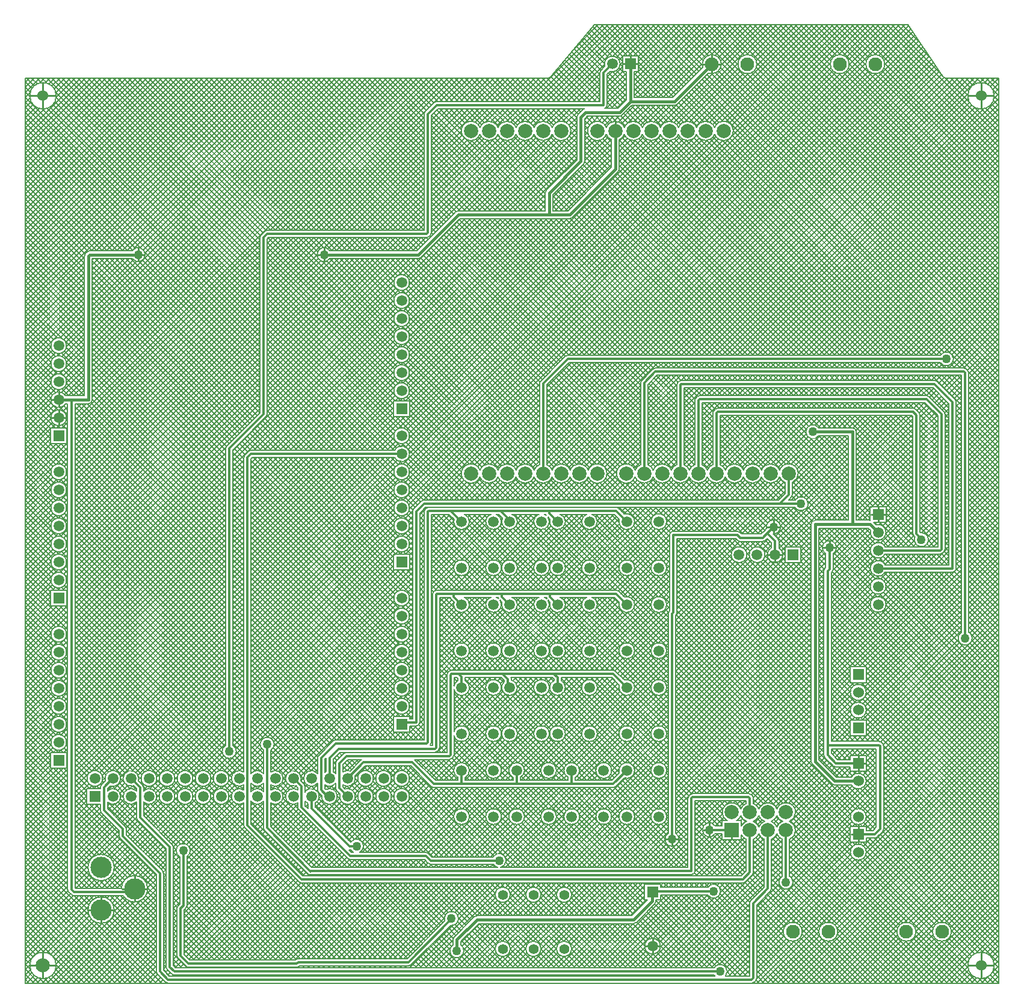
<source format=gbr>
%TF.GenerationSoftware,Altium Limited,Altium Designer,21.8.1 (53)*%
G04 Layer_Physical_Order=2*
G04 Layer_Color=16711680*
%FSLAX43Y43*%
%MOMM*%
%TF.SameCoordinates,16DCEB66-4DAC-4E16-A6F7-90F727604106*%
%TF.FilePolarity,Positive*%
%TF.FileFunction,Copper,L2,Bot,Signal*%
%TF.Part,Single*%
G01*
G75*
%TA.AperFunction,NonConductor*%
%ADD10C,0.203*%
%ADD11C,0.254*%
%TA.AperFunction,Conductor*%
%ADD12C,0.300*%
%ADD13C,0.400*%
%TA.AperFunction,ComponentPad*%
%ADD14C,2.000*%
%ADD15R,2.000X2.000*%
%ADD16C,1.500*%
%ADD17R,1.500X1.500*%
%ADD18R,1.500X1.500*%
%ADD19C,1.950*%
%TA.AperFunction,ViaPad*%
%ADD20C,1.524*%
%ADD21C,2.000*%
%TA.AperFunction,ComponentPad*%
%ADD22C,3.000*%
%ADD23R,1.524X1.524*%
%ADD24C,1.524*%
%ADD25C,1.400*%
%TA.AperFunction,ViaPad*%
%ADD26C,1.270*%
%TA.AperFunction,Conductor*%
%ADD27C,0.350*%
D10*
X136856Y125500D02*
G03*
X136856Y125500I-1856J0D01*
G01*
D02*
G03*
X136856Y125500I-1856J0D01*
G01*
X129598Y128232D02*
G03*
X130000Y128017I402J268D01*
G01*
X129598Y128233D02*
G03*
X130000Y128017I402J267D01*
G01*
X129278Y87929D02*
G03*
X131121Y88435I852J506D01*
G01*
D02*
G03*
X129278Y88941I-991J0D01*
G01*
X121453Y129950D02*
G03*
X121453Y129950I-1331J0D01*
G01*
X133273Y86452D02*
G03*
X133125Y86809I-506J0D01*
G01*
X133273Y86452D02*
G03*
X133125Y86810I-506J0D01*
G01*
X132950Y86984D02*
G03*
X132592Y87133I-358J-357D01*
G01*
X132949Y86985D02*
G03*
X132592Y87133I-358J-358D01*
G01*
X128798Y85267D02*
G03*
X128440Y85416I-358J-357D01*
G01*
X128797Y85268D02*
G03*
X128440Y85416I-358J-358D01*
G01*
X131521Y82335D02*
G03*
X131372Y82693I-506J0D01*
G01*
X131521Y82335D02*
G03*
X131372Y82693I-506J0D01*
G01*
X127679Y83116D02*
G03*
X127321Y83265I-358J-357D01*
G01*
X127679Y83117D02*
G03*
X127321Y83265I-358J-358D01*
G01*
X116453Y129950D02*
G03*
X116453Y129950I-1331J0D01*
G01*
X129919Y80667D02*
G03*
X129771Y81025I-506J0D01*
G01*
X129919Y80667D02*
G03*
X129770Y81025I-506J0D01*
G01*
X126437Y80493D02*
G03*
X126289Y80850I-506J0D01*
G01*
X125791Y81348D02*
G03*
X125433Y81497I-358J-357D01*
G01*
X125791Y81349D02*
G03*
X125433Y81497I-358J-358D01*
G01*
X126437Y80493D02*
G03*
X126288Y80851I-506J0D01*
G01*
X127606Y62970D02*
G03*
X126512Y63955I-991J0D01*
G01*
X129771Y61259D02*
G03*
X129919Y61617I-358J358D01*
G01*
X129770Y61259D02*
G03*
X129919Y61617I-357J358D01*
G01*
X125696Y63341D02*
G03*
X127606Y62970I919J-371D01*
G01*
X125426Y63821D02*
G03*
X125574Y63463I506J0D01*
G01*
X125426Y63821D02*
G03*
X125574Y63463I506J0D01*
G01*
X117451Y78165D02*
G03*
X116895Y78721I-556J0D01*
G01*
X117451Y78165D02*
G03*
X116895Y78721I-556J0D01*
G01*
X112165D02*
G03*
X112165Y77609I-820J-556D01*
G01*
X108430Y71032D02*
G03*
X109280Y72290I-506J1258D01*
G01*
X108282Y68942D02*
G03*
X108430Y69299I-358J357D01*
G01*
X108281Y68941D02*
G03*
X108430Y69299I-357J358D01*
G01*
X109280Y72290D02*
G03*
X106654Y72764I-1356J0D01*
G01*
Y71816D02*
G03*
X107418Y71032I1270J474D01*
G01*
X121629Y64008D02*
G03*
X120240Y65077I-1106J0D01*
G01*
X119454Y64291D02*
G03*
X121629Y64008I1069J-283D01*
G01*
X110671Y68035D02*
G03*
X108851Y68578I-991J0D01*
G01*
X108807Y67566D02*
G03*
X110671Y68035I873J469D01*
G01*
X114196Y61012D02*
G03*
X114656Y61849I-531J837D01*
G01*
X111633Y65707D02*
G03*
X111077Y65151I0J-556D01*
G01*
X111633Y65707D02*
G03*
X111077Y65151I0J-556D01*
G01*
X105753Y63780D02*
G03*
X106782Y64770I38J990D01*
G01*
X98453Y129950D02*
G03*
X95874Y129488I-1331J0D01*
G01*
X103453Y129950D02*
G03*
X103453Y129950I-1331J0D01*
G01*
X96660Y128702D02*
G03*
X98453Y129950I462J1248D01*
G01*
X91862Y124134D02*
G03*
X92255Y124297I0J556D01*
G01*
X91862Y124134D02*
G03*
X92255Y124297I0J556D01*
G01*
X82772Y128932D02*
G03*
X84216Y129985I338J1053D01*
G01*
X84130Y122614D02*
G03*
X84523Y122777I0J556D01*
G01*
X84130Y122614D02*
G03*
X84523Y122777I0J556D01*
G01*
X97510Y121024D02*
G03*
X94970Y121024I-1270J-474D01*
G01*
X100136Y120550D02*
G03*
X97510Y121024I-1356J0D01*
G01*
Y120076D02*
G03*
X100136Y120550I1270J474D01*
G01*
X94970Y120076D02*
G03*
X97510Y120076I1270J474D01*
G01*
X94970Y121024D02*
G03*
X92430Y121024I-1270J-474D01*
G01*
X89890Y120076D02*
G03*
X92430Y120076I1270J474D01*
G01*
D02*
G03*
X94970Y120076I1270J474D01*
G01*
X92430Y121024D02*
G03*
X89890Y121024I-1270J-474D01*
G01*
D02*
G03*
X87350Y121024I-1270J-474D01*
G01*
Y120076D02*
G03*
X89890Y120076I1270J474D01*
G01*
X87350Y121024D02*
G03*
X84810Y121024I-1270J-474D01*
G01*
Y120076D02*
G03*
X87350Y120076I1270J474D01*
G01*
X84096Y119314D02*
G03*
X84810Y120076I-556J1237D01*
G01*
X83933Y114787D02*
G03*
X84096Y115180I-393J393D01*
G01*
X83933Y114787D02*
G03*
X84096Y115180I-393J393D01*
G01*
X89182Y87133D02*
G03*
X88825Y86985I0J-506D01*
G01*
X89182Y87133D02*
G03*
X88824Y86984I0J-506D01*
G01*
X84216Y129985D02*
G03*
X82057Y129647I-1106J0D01*
G01*
X81512Y129102D02*
G03*
X81364Y128745I358J-358D01*
G01*
X81513Y129103D02*
G03*
X81364Y128745I357J-358D01*
G01*
X84810Y121024D02*
G03*
X82270Y121024I-1270J-474D01*
G01*
Y120076D02*
G03*
X82984Y119314I1270J474D01*
G01*
X82028Y123726D02*
G03*
X82376Y124206I-158J480D01*
G01*
X82028Y123726D02*
G03*
X82376Y124206I-158J480D01*
G01*
X74115Y128017D02*
G03*
X74486Y128191I0J483D01*
G01*
X74115Y128017D02*
G03*
X74486Y128192I0J483D01*
G01*
X79200Y123700D02*
G03*
X78972Y123563I165J-530D01*
G01*
X79200Y123700D02*
G03*
X78972Y123563I165J-530D01*
G01*
X78282Y122873D02*
G03*
X78119Y122480I393J-393D01*
G01*
X78282Y122873D02*
G03*
X78119Y122480I393J-393D01*
G01*
X72110Y121024D02*
G03*
X69570Y121024I-1270J-474D01*
G01*
X74650D02*
G03*
X72110Y121024I-1270J-474D01*
G01*
X77276Y120550D02*
G03*
X74650Y121024I-1356J0D01*
G01*
X82270D02*
G03*
X82270Y120076I-1270J-474D01*
G01*
X79068Y115862D02*
G03*
X79231Y116255I-393J393D01*
G01*
X79068Y115862D02*
G03*
X79231Y116255I-393J393D01*
G01*
X74650Y120076D02*
G03*
X77276Y120550I1270J474D01*
G01*
X69570Y120076D02*
G03*
X72110Y120076I1270J474D01*
G01*
D02*
G03*
X74650Y120076I1270J474D01*
G01*
X77100Y108184D02*
G03*
X77493Y108347I0J556D01*
G01*
X77100Y108184D02*
G03*
X77493Y108347I0J556D01*
G01*
X76845Y88941D02*
G03*
X76488Y88792I0J-506D01*
G01*
X76845Y88941D02*
G03*
X76487Y88792I0J-506D01*
G01*
X73837Y112203D02*
G03*
X73674Y111810I393J-393D01*
G01*
X73837Y112203D02*
G03*
X73674Y111810I393J-393D01*
G01*
X97940Y81497D02*
G03*
X97582Y81349I0J-506D01*
G01*
X97940Y81497D02*
G03*
X97582Y81348I0J-506D01*
G01*
X95400Y83265D02*
G03*
X95042Y83117I0J-506D01*
G01*
X97407Y81173D02*
G03*
X97258Y80815I357J-358D01*
G01*
X97407Y81173D02*
G03*
X97258Y80815I357J-358D01*
G01*
X95400Y83265D02*
G03*
X95042Y83116I0J-506D01*
G01*
X94867Y82941D02*
G03*
X94718Y82583I357J-358D01*
G01*
X94867Y82941D02*
G03*
X94718Y82583I357J-358D01*
G01*
X106654Y72764D02*
G03*
X104114Y72764I-1270J-474D01*
G01*
Y71816D02*
G03*
X106654Y71816I1270J474D01*
G01*
X101574D02*
G03*
X104114Y71816I1270J474D01*
G01*
Y72764D02*
G03*
X101574Y72764I-1270J-474D01*
G01*
X106782Y64770D02*
G03*
X104824Y64554I-991J0D01*
G01*
X106561Y62753D02*
G03*
X106404Y63129I-531J0D01*
G01*
X106561Y62753D02*
G03*
X106405Y63128I-531J0D01*
G01*
X104268Y62716D02*
G03*
X104644Y62872I0J531D01*
G01*
X104268Y62716D02*
G03*
X104643Y62871I0J531D01*
G01*
X101574Y72764D02*
G03*
X99034Y72764I-1270J-474D01*
G01*
X96494Y71816D02*
G03*
X99034Y71816I1270J474D01*
G01*
X97258Y73548D02*
G03*
X96494Y72764I506J-1258D01*
G01*
X99034D02*
G03*
X98270Y73548I-1270J-474D01*
G01*
X99034Y71816D02*
G03*
X101574Y71816I1270J474D01*
G01*
X93954Y72764D02*
G03*
X93190Y73548I-1270J-474D01*
G01*
X96494Y72764D02*
G03*
X95730Y73548I-1270J-474D01*
G01*
X94718D02*
G03*
X93954Y72764I506J-1258D01*
G01*
Y71816D02*
G03*
X96494Y71816I1270J474D01*
G01*
X101088Y64001D02*
G03*
X100712Y64158I-376J-374D01*
G01*
X101087Y64002D02*
G03*
X100712Y64158I-375J-375D01*
G01*
X100716Y62872D02*
G03*
X101093Y62716I376J374D01*
G01*
X100717Y62871D02*
G03*
X101093Y62716I375J375D01*
G01*
X92833Y85416D02*
G03*
X92475Y85268I0J-506D01*
G01*
X92833Y85416D02*
G03*
X92475Y85267I0J-506D01*
G01*
X92326Y85119D02*
G03*
X92178Y84761I358J-358D01*
G01*
X92327Y85119D02*
G03*
X92178Y84761I357J-358D01*
G01*
X87247Y85407D02*
G03*
X87098Y85049I357J-358D01*
G01*
X87246Y85407D02*
G03*
X87098Y85049I358J-358D01*
G01*
X92178Y73548D02*
G03*
X91414Y72764I506J-1258D01*
G01*
X88874Y71816D02*
G03*
X91414Y71816I1270J474D01*
G01*
D02*
G03*
X93954Y71816I1270J474D01*
G01*
X91414Y72764D02*
G03*
X88874Y72764I-1270J-474D01*
G01*
D02*
G03*
X88110Y73548I-1270J-474D01*
G01*
X86334Y71816D02*
G03*
X88874Y71816I1270J474D01*
G01*
X73022Y85328D02*
G03*
X72874Y84970I358J-358D01*
G01*
X73023Y85328D02*
G03*
X72874Y84970I357J-358D01*
G01*
X87098Y73548D02*
G03*
X86334Y72764I506J-1258D01*
G01*
X82356Y72290D02*
G03*
X79730Y72764I-1356J0D01*
G01*
X77190D02*
G03*
X74650Y72764I-1270J-474D01*
G01*
X79730D02*
G03*
X77190Y72764I-1270J-474D01*
G01*
X74650D02*
G03*
X73886Y73548I-1270J-474D01*
G01*
X86334Y72764D02*
G03*
X86334Y71816I-1270J-474D01*
G01*
X79730D02*
G03*
X82356Y72290I1270J474D01*
G01*
X74650Y71816D02*
G03*
X77190Y71816I1270J474D01*
G01*
D02*
G03*
X79730Y71816I1270J474D01*
G01*
X72874Y73548D02*
G03*
X72110Y72764I506J-1258D01*
G01*
D02*
G03*
X69570Y72764I-1270J-474D01*
G01*
X72110Y71816D02*
G03*
X74650Y71816I1270J474D01*
G01*
X69570D02*
G03*
X72110Y71816I1270J474D01*
G01*
X91694Y64158D02*
G03*
X91163Y63627I0J-531D01*
G01*
X91694Y64158D02*
G03*
X91163Y63627I0J-531D01*
G01*
X86263Y65512D02*
G03*
X84819Y66565I-1106J0D01*
G01*
X90763Y65512D02*
G03*
X90763Y65512I-1106J0D01*
G01*
X84104Y65850D02*
G03*
X86263Y65512I1053J-338D01*
G01*
X83970Y67414D02*
G03*
X83613Y67562I-358J-358D01*
G01*
X83971Y67413D02*
G03*
X83613Y67562I-358J-357D01*
G01*
X81011Y65512D02*
G03*
X80285Y66550I-1106J0D01*
G01*
X79525D02*
G03*
X81011Y65512I380J-1038D01*
G01*
X76511D02*
G03*
X75785Y66550I-1106J0D01*
G01*
X74352Y65850D02*
G03*
X76511Y65512I1053J-338D01*
G01*
X73733Y66550D02*
G03*
X73807Y66403I482J152D01*
G01*
X73733Y66550D02*
G03*
X73807Y66403I482J152D01*
G01*
Y66403D02*
G03*
X73533Y66550I-654J-891D01*
G01*
X72773D02*
G03*
X74259Y65512I380J-1038D01*
G01*
D02*
G03*
X74065Y66137I-1106J0D01*
G01*
X131015Y58422D02*
G03*
X131521Y58928I0J506D01*
G01*
X131015Y58422D02*
G03*
X131521Y58928I0J506D01*
G01*
X133758Y49096D02*
G03*
X133273Y49948I-991J0D01*
G01*
X132262D02*
G03*
X133758Y49096I506J-852D01*
G01*
X129264Y60962D02*
G03*
X129622Y61110I0J506D01*
G01*
X129264Y60962D02*
G03*
X129622Y61111I0J506D01*
G01*
X121506Y61974D02*
G03*
X121506Y60962I-983J-506D01*
G01*
Y59434D02*
G03*
X121506Y58422I-983J-506D01*
G01*
X114040Y58426D02*
G03*
X114196Y58801I-375J375D01*
G01*
X114039Y58425D02*
G03*
X114196Y58801I-374J376D01*
G01*
X121629Y56388D02*
G03*
X121629Y56388I-1106J0D01*
G01*
Y53848D02*
G03*
X121629Y53848I-1106J0D01*
G01*
X121003Y34411D02*
G03*
X120628Y34567I-375J-375D01*
G01*
X121004Y34410D02*
G03*
X120628Y34567I-376J-374D01*
G01*
X118847Y41463D02*
G03*
X118847Y41463I-1118J0D01*
G01*
Y38963D02*
G03*
X118847Y38963I-1118J0D01*
G01*
X114656Y61849D02*
G03*
X113134Y61012I-991J0D01*
G01*
X113037Y58923D02*
G03*
X112880Y58547I374J-376D01*
G01*
X113036Y58922D02*
G03*
X112880Y58547I375J-375D01*
G01*
X107136Y60849D02*
G03*
X106561Y61819I-1106J0D01*
G01*
X105499D02*
G03*
X107136Y60849I531J-970D01*
G01*
X104596D02*
G03*
X104596Y60849I-1106J0D01*
G01*
X102056D02*
G03*
X102056Y60849I-1106J0D01*
G01*
X121308Y33887D02*
G03*
X121151Y34263I-531J0D01*
G01*
X121308Y33887D02*
G03*
X121152Y34262I-531J0D01*
G01*
X116759Y28407D02*
G03*
X118847Y28963I970J556D01*
G01*
D02*
G03*
X116759Y29519I-1118J0D01*
G01*
X121152Y21850D02*
G03*
X121308Y22225I-375J375D01*
G01*
X121151Y21849D02*
G03*
X121308Y22225I-374J376D01*
G01*
X120015Y20932D02*
G03*
X120391Y21089I0J531D01*
G01*
X120015Y20932D02*
G03*
X120390Y21088I0J531D01*
G01*
X118847Y23963D02*
G03*
X118847Y23963I-1118J0D01*
G01*
X112880Y32639D02*
G03*
X113036Y32264I531J0D01*
G01*
X112880Y32639D02*
G03*
X113037Y32263I531J0D01*
G01*
X111077Y31750D02*
G03*
X111240Y31357I556J0D01*
G01*
X111077Y31750D02*
G03*
X111240Y31357I556J0D01*
G01*
X114212Y31088D02*
G03*
X114587Y30932I375J375D01*
G01*
X114211Y31089D02*
G03*
X114587Y30932I376J374D01*
G01*
X114027Y28570D02*
G03*
X114420Y28407I393J393D01*
G01*
X114027Y28570D02*
G03*
X114420Y28407I393J393D01*
G01*
X130831Y7747D02*
G03*
X130831Y7747I-1331J0D01*
G01*
X125831D02*
G03*
X125831Y7747I-1331J0D01*
G01*
X118847Y18963D02*
G03*
X118847Y18963I-1118J0D01*
G01*
X114831Y7747D02*
G03*
X114831Y7747I-1331J0D01*
G01*
X136856Y3000D02*
G03*
X136856Y3000I-1856J0D01*
G01*
D02*
G03*
X136856Y3000I-1856J0D01*
G01*
X108031Y23292D02*
G03*
X108913Y24562I-474J1270D01*
G01*
X107083Y23292D02*
G03*
X106287Y22496I474J-1270D01*
G01*
X108063Y20764D02*
G03*
X108913Y22022I-506J1258D01*
G01*
D02*
G03*
X108031Y23292I-1356J0D01*
G01*
X106287Y25036D02*
G03*
X103747Y25036I-1270J-474D01*
G01*
X108913Y24562D02*
G03*
X106287Y25036I-1356J0D01*
G01*
X103747Y24088D02*
G03*
X104543Y23292I1270J474D01*
G01*
X106287Y24088D02*
G03*
X107083Y23292I1270J474D01*
G01*
X105491D02*
G03*
X106287Y24088I-474J1270D01*
G01*
Y22496D02*
G03*
X105491Y23292I-1270J-474D01*
G01*
X104543D02*
G03*
X103747Y22496I474J-1270D01*
G01*
X106287Y21548D02*
G03*
X107051Y20764I1270J474D01*
G01*
X105523D02*
G03*
X106287Y21548I-506J1258D01*
G01*
X103747D02*
G03*
X104511Y20764I1270J474D01*
G01*
X102983Y26516D02*
G03*
X102834Y26874I-506J0D01*
G01*
X102983Y26516D02*
G03*
X102834Y26874I-506J0D01*
G01*
X102659Y27049D02*
G03*
X102301Y27198I-358J-357D01*
G01*
X102659Y27050D02*
G03*
X102301Y27198I-357J-358D01*
G01*
X103747Y25036D02*
G03*
X102983Y25820I-1270J-474D01*
G01*
X102951Y23292D02*
G03*
X103747Y24088I-474J1270D01*
G01*
X101971Y25820D02*
G03*
X101207Y25036I506J-1258D01*
G01*
D02*
G03*
X99278Y23378I-1270J-474D01*
G01*
X101207Y24088D02*
G03*
X102003Y23292I1270J474D01*
G01*
D02*
G03*
X101293Y22681I474J-1270D01*
G01*
X100596Y23378D02*
G03*
X101207Y24088I-659J1184D01*
G01*
X102983Y20764D02*
G03*
X103747Y21548I-506J1258D01*
G01*
Y22496D02*
G03*
X102951Y23292I-1270J-474D01*
G01*
X101293Y21363D02*
G03*
X101971Y20764I1184J659D01*
G01*
X102834Y15759D02*
G03*
X102983Y16117I-357J358D01*
G01*
X102835Y15759D02*
G03*
X102983Y16117I-358J358D01*
G01*
X108548Y14720D02*
G03*
X108063Y15572I-991J0D01*
G01*
X107051D02*
G03*
X108548Y14720I506J-852D01*
G01*
X105375Y13472D02*
G03*
X105523Y13830I-358J358D01*
G01*
X109831Y7747D02*
G03*
X109831Y7747I-1331J0D01*
G01*
X105374Y13472D02*
G03*
X105523Y13830I-357J358D01*
G01*
X101473Y14607D02*
G03*
X101831Y14756I0J506D01*
G01*
X101473Y14607D02*
G03*
X101831Y14755I0J506D01*
G01*
X102559Y12087D02*
G03*
X102410Y11729I358J-358D01*
G01*
X102559Y12087D02*
G03*
X102410Y11729I357J-358D01*
G01*
X103273Y834D02*
G03*
X103422Y1192I-357J358D01*
G01*
X103273Y834D02*
G03*
X103422Y1192I-357J358D01*
G01*
X102740Y510D02*
G03*
X103098Y659I0J506D01*
G01*
X102740Y510D02*
G03*
X103098Y658I0J506D01*
G01*
X92065Y52326D02*
G03*
X92225Y52705I-371J379D01*
G01*
X91140Y52901D02*
G03*
X90984Y52526I375J-375D01*
G01*
X91141Y52902D02*
G03*
X90984Y52526I374J-376D01*
G01*
X90763Y53828D02*
G03*
X90763Y53828I-1106J0D01*
G01*
Y47328D02*
G03*
X90763Y47328I-1106J0D01*
G01*
Y59012D02*
G03*
X90763Y59012I-1106J0D01*
G01*
X86263D02*
G03*
X86263Y59012I-1106J0D01*
G01*
X83971Y55729D02*
G03*
X83613Y55878I-358J-357D01*
G01*
X86263Y53828D02*
G03*
X84819Y54881I-1106J0D01*
G01*
X84104Y54166D02*
G03*
X86263Y53828I1053J-338D01*
G01*
X83970Y55730D02*
G03*
X83613Y55878I-358J-358D01*
G01*
X86263Y47328D02*
G03*
X86263Y47328I-1106J0D01*
G01*
X83590Y44426D02*
G03*
X83232Y44575I-358J-357D01*
G01*
X83590Y44427D02*
G03*
X83232Y44575I-358J-358D01*
G01*
X81011Y53828D02*
G03*
X80285Y54866I-1106J0D01*
G01*
X90763Y42144D02*
G03*
X90763Y42144I-1106J0D01*
G01*
Y35644D02*
G03*
X90763Y35644I-1106J0D01*
G01*
Y30460D02*
G03*
X90763Y30460I-1106J0D01*
G01*
X86263Y42144D02*
G03*
X84819Y43197I-1106J0D01*
G01*
X84104Y42482D02*
G03*
X86263Y42144I1053J-338D01*
G01*
Y35644D02*
G03*
X86263Y35644I-1106J0D01*
G01*
X84819Y29407D02*
G03*
X86263Y30460I338J1053D01*
G01*
D02*
G03*
X84104Y30122I-1106J0D01*
G01*
X83242Y28039D02*
G03*
X83600Y28188I0J506D01*
G01*
X83242Y28039D02*
G03*
X83600Y28187I0J506D01*
G01*
X83011Y30460D02*
G03*
X83011Y30460I-1106J0D01*
G01*
X81011Y59012D02*
G03*
X81011Y59012I-1106J0D01*
G01*
Y47328D02*
G03*
X81011Y47328I-1106J0D01*
G01*
X79525Y54866D02*
G03*
X81011Y53828I380J-1038D01*
G01*
X76511Y59012D02*
G03*
X76511Y59012I-1106J0D01*
G01*
Y53828D02*
G03*
X75785Y54866I-1106J0D01*
G01*
X73915Y54629D02*
G03*
X73533Y54866I-762J-801D01*
G01*
X73850D02*
G03*
X73915Y54629I505J12D01*
G01*
X73850Y54866D02*
G03*
X73915Y54629I505J12D01*
G01*
X74259Y59012D02*
G03*
X74259Y59012I-1106J0D01*
G01*
X74352Y54166D02*
G03*
X76511Y53828I1053J-338D01*
G01*
Y47328D02*
G03*
X76511Y47328I-1106J0D01*
G01*
X74259Y53828D02*
G03*
X74065Y54453I-1106J0D01*
G01*
X72773Y54866D02*
G03*
X74259Y53828I380J-1038D01*
G01*
Y47328D02*
G03*
X74259Y47328I-1106J0D01*
G01*
X81011Y42144D02*
G03*
X81011Y42144I-1106J0D01*
G01*
Y35644D02*
G03*
X81011Y35644I-1106J0D01*
G01*
X77911Y29477D02*
G03*
X78511Y30460I-506J983D01*
G01*
D02*
G03*
X76899Y29477I-1106J0D01*
G01*
X76511Y35644D02*
G03*
X76511Y35644I-1106J0D01*
G01*
X74899Y43127D02*
G03*
X76511Y42144I506J-983D01*
G01*
D02*
G03*
X75911Y43127I-1106J0D01*
G01*
X74259Y42144D02*
G03*
X74259Y42144I-1106J0D01*
G01*
Y35644D02*
G03*
X74259Y35644I-1106J0D01*
G01*
X75259Y30460D02*
G03*
X75259Y30460I-1106J0D01*
G01*
X70159Y29477D02*
G03*
X70759Y30460I-506J983D01*
G01*
X94433Y27198D02*
G03*
X94075Y27050I0J-506D01*
G01*
X94433Y27198D02*
G03*
X94075Y27049I0J-506D01*
G01*
X93900Y26874D02*
G03*
X93751Y26516I357J-358D01*
G01*
X93899Y26874D02*
G03*
X93751Y26516I358J-358D01*
G01*
X97611Y22629D02*
G03*
X97611Y21567I-837J-531D01*
G01*
X94257Y15798D02*
G03*
X94763Y16304I0J506D01*
G01*
X94257Y15798D02*
G03*
X94763Y16304I0J506D01*
G01*
X92506Y20760D02*
G03*
X92046Y21596I-991J0D01*
G01*
X90763Y23960D02*
G03*
X90763Y23960I-1106J0D01*
G01*
X90984Y21596D02*
G03*
X92506Y20760I531J-837D01*
G01*
X96533Y12924D02*
G03*
X98361Y13455I837J531D01*
G01*
D02*
G03*
X96533Y13986I-991J0D01*
G01*
X99289Y2159D02*
G03*
X97446Y2665I-991J0D01*
G01*
X99056Y1522D02*
G03*
X99289Y2159I-758J637D01*
G01*
X97446Y1653D02*
G03*
X97540Y1522I852J506D01*
G01*
X89093Y11662D02*
G03*
X89256Y12055I-393J393D01*
G01*
X89093Y11662D02*
G03*
X89256Y12055I-393J393D01*
G01*
X89879Y5715D02*
G03*
X89879Y5715I-1106J0D01*
G01*
X86095Y8894D02*
G03*
X86488Y9057I0J556D01*
G01*
X86095Y8894D02*
G03*
X86488Y9057I0J556D01*
G01*
X86263Y23960D02*
G03*
X86263Y23960I-1106J0D01*
G01*
X83011D02*
G03*
X83011Y23960I-1106J0D01*
G01*
X78511D02*
G03*
X78511Y23960I-1106J0D01*
G01*
X75259D02*
G03*
X75259Y23960I-1106J0D01*
G01*
X77383Y12954D02*
G03*
X77383Y12954I-1056J0D01*
G01*
X73065D02*
G03*
X73065Y12954I-1056J0D01*
G01*
X77383Y5334D02*
G03*
X77383Y5334I-1056J0D01*
G01*
X73065D02*
G03*
X73065Y5334I-1056J0D01*
G01*
X67030Y120076D02*
G03*
X69570Y120076I1270J474D01*
G01*
Y121024D02*
G03*
X67030Y121024I-1270J-474D01*
G01*
X58420Y124712D02*
G03*
X58062Y124564I0J-506D01*
G01*
X58420Y124712D02*
G03*
X58062Y124563I0J-506D01*
G01*
X67030Y121024D02*
G03*
X64490Y121024I-1270J-474D01*
G01*
D02*
G03*
X64490Y120076I-1270J-474D01*
G01*
D02*
G03*
X67030Y120076I1270J474D01*
G01*
X61440Y109296D02*
G03*
X61047Y109133I0J-556D01*
G01*
X56793Y123294D02*
G03*
X56644Y122936I357J-358D01*
G01*
X56792Y123294D02*
G03*
X56644Y122936I358J-358D01*
G01*
X67030Y71816D02*
G03*
X69570Y71816I1270J474D01*
G01*
Y72764D02*
G03*
X67030Y72764I-1270J-474D01*
G01*
X69759Y65512D02*
G03*
X69033Y66550I-1106J0D01*
G01*
X61440Y109296D02*
G03*
X61047Y109133I0J-556D01*
G01*
X64490Y71816D02*
G03*
X67030Y71816I1270J474D01*
G01*
Y72764D02*
G03*
X64490Y72764I-1270J-474D01*
G01*
D02*
G03*
X64490Y71816I-1270J-474D01*
G01*
X57508Y105836D02*
G03*
X57656Y106194I-358J358D01*
G01*
X57507Y105836D02*
G03*
X57656Y106194I-357J358D01*
G01*
X57001Y105539D02*
G03*
X57359Y105687I0J506D01*
G01*
X57001Y105539D02*
G03*
X57359Y105688I0J506D01*
G01*
X55824Y102568D02*
G03*
X56217Y102731I0J556D01*
G01*
X55824Y102568D02*
G03*
X56217Y102731I0J556D01*
G01*
X63007Y65512D02*
G03*
X62281Y66550I-1106J0D01*
G01*
X57299Y67562D02*
G03*
X56941Y67414I0J-506D01*
G01*
X57299Y67562D02*
G03*
X56941Y67413I0J-506D01*
G01*
X56642Y68578D02*
G03*
X56284Y68430I0J-506D01*
G01*
X56642Y68578D02*
G03*
X56284Y68429I0J-506D01*
G01*
X56793Y67265D02*
G03*
X56644Y66907I357J-358D01*
G01*
X56792Y67265D02*
G03*
X56644Y66907I358J-358D01*
G01*
X54573Y96650D02*
G03*
X54573Y96650I-1106J0D01*
G01*
Y99190D02*
G03*
X54573Y99190I-1106J0D01*
G01*
Y91570D02*
G03*
X54573Y91570I-1106J0D01*
G01*
Y94110D02*
G03*
X54573Y94110I-1106J0D01*
G01*
Y86490D02*
G03*
X54573Y86490I-1106J0D01*
G01*
Y89030D02*
G03*
X54573Y89030I-1106J0D01*
G01*
Y83950D02*
G03*
X54573Y83950I-1106J0D01*
G01*
Y77600D02*
G03*
X54573Y77600I-1106J0D01*
G01*
Y75060D02*
G03*
X52484Y75566I-1106J0D01*
G01*
Y74554D02*
G03*
X54573Y75060I983J506D01*
G01*
X55141Y67287D02*
G03*
X54993Y66929I358J-358D01*
G01*
X55142Y67287D02*
G03*
X54993Y66929I357J-358D01*
G01*
X54573Y72520D02*
G03*
X54573Y72520I-1106J0D01*
G01*
Y67440D02*
G03*
X54573Y67440I-1106J0D01*
G01*
Y69980D02*
G03*
X54573Y69980I-1106J0D01*
G01*
X67683Y66043D02*
G03*
X69759Y65512I970J-531D01*
G01*
Y59012D02*
G03*
X69759Y59012I-1106J0D01*
G01*
X67507Y65512D02*
G03*
X66781Y66550I-1106J0D01*
G01*
X66021D02*
G03*
X67507Y65512I380J-1038D01*
G01*
Y59012D02*
G03*
X67507Y59012I-1106J0D01*
G01*
X69759Y53828D02*
G03*
X69033Y54866I-1106J0D01*
G01*
X67600Y54166D02*
G03*
X69759Y53828I1053J-338D01*
G01*
X67036Y54866D02*
G03*
X67104Y54681I499J80D01*
G01*
X67104D02*
G03*
X66781Y54866I-703J-853D01*
G01*
X67036D02*
G03*
X67104Y54681I499J80D01*
G01*
X66021Y54866D02*
G03*
X67507Y53828I380J-1038D01*
G01*
D02*
G03*
X67313Y54453I-1106J0D01*
G01*
X60848Y65850D02*
G03*
X63007Y65512I1053J-338D01*
G01*
Y59012D02*
G03*
X63007Y59012I-1106J0D01*
G01*
X58442Y55878D02*
G03*
X58084Y55730I0J-506D01*
G01*
X58442Y55878D02*
G03*
X58084Y55729I0J-506D01*
G01*
X57936Y55581D02*
G03*
X57787Y55223I357J-358D01*
G01*
X60307Y54866D02*
G03*
X60452Y54562I503J53D01*
G01*
X60307Y54866D02*
G03*
X60453Y54561I503J53D01*
G01*
X63007Y53828D02*
G03*
X62281Y54866I-1106J0D01*
G01*
X60848Y54166D02*
G03*
X63007Y53828I1053J-338D01*
G01*
X57935Y55581D02*
G03*
X57787Y55223I358J-358D01*
G01*
X69759Y47328D02*
G03*
X69759Y47328I-1106J0D01*
G01*
X67507D02*
G03*
X67507Y47328I-1106J0D01*
G01*
X68929Y43322D02*
G03*
X68868Y43563I-506J0D01*
G01*
X68929Y43322D02*
G03*
X68868Y43563I-506J0D01*
G01*
X69759Y42144D02*
G03*
X68929Y43215I-1106J0D01*
G01*
X67918Y42970D02*
G03*
X69759Y42144I735J-826D01*
G01*
X67507D02*
G03*
X67507Y42144I-1106J0D01*
G01*
X63007Y47328D02*
G03*
X63007Y47328I-1106J0D01*
G01*
X60474Y44575D02*
G03*
X60116Y44427I0J-506D01*
G01*
X60474Y44575D02*
G03*
X60116Y44426I0J-506D01*
G01*
X59968Y44278D02*
G03*
X59819Y43920I357J-358D01*
G01*
X59967Y44278D02*
G03*
X59819Y43920I358J-358D01*
G01*
X63007Y42144D02*
G03*
X62407Y43127I-1106J0D01*
G01*
X61395D02*
G03*
X60831Y42421I506J-983D01*
G01*
Y41867D02*
G03*
X63007Y42144I1070J277D01*
G01*
X54573Y64900D02*
G03*
X54573Y64900I-1106J0D01*
G01*
Y62360D02*
G03*
X54573Y62360I-1106J0D01*
G01*
Y54740D02*
G03*
X54573Y54740I-1106J0D01*
G01*
Y52200D02*
G03*
X54573Y52200I-1106J0D01*
G01*
Y49660D02*
G03*
X54573Y49660I-1106J0D01*
G01*
Y47120D02*
G03*
X54573Y47120I-1106J0D01*
G01*
Y44580D02*
G03*
X54573Y44580I-1106J0D01*
G01*
Y42040D02*
G03*
X54573Y42040I-1106J0D01*
G01*
Y39500D02*
G03*
X54573Y39500I-1106J0D01*
G01*
X43365Y103680D02*
G03*
X43365Y102568I-820J-556D01*
G01*
X34544Y106551D02*
G03*
X34186Y106403I0J-506D01*
G01*
X34544Y106551D02*
G03*
X34186Y106402I0J-506D01*
G01*
X33678Y105895D02*
G03*
X33530Y105537I358J-358D01*
G01*
X33679Y105895D02*
G03*
X33530Y105537I357J-358D01*
G01*
X17374Y103124D02*
G03*
X15563Y103680I-991J0D01*
G01*
Y102568D02*
G03*
X17374Y103124I820J556D01*
G01*
X9590Y103680D02*
G03*
X9197Y103517I0J-556D01*
G01*
X9590Y103680D02*
G03*
X9197Y103517I0J-556D01*
G01*
X34394Y80287D02*
G03*
X34542Y80645I-358J358D01*
G01*
X34393Y80287D02*
G03*
X34542Y80645I-357J358D01*
G01*
X9385Y82121D02*
G03*
X9941Y82677I0J556D01*
G01*
X9385Y82121D02*
G03*
X9941Y82677I0J556D01*
G01*
X8992Y103312D02*
G03*
X8829Y102919I393J-393D01*
G01*
X8992Y103312D02*
G03*
X8829Y102919I393J-393D01*
G01*
X4856Y125500D02*
G03*
X4856Y125500I-1856J0D01*
G01*
D02*
G03*
X4856Y125500I-1856J0D01*
G01*
X6313Y87760D02*
G03*
X6313Y87760I-1106J0D01*
G01*
Y85220D02*
G03*
X6313Y85220I-1106J0D01*
G01*
Y90300D02*
G03*
X6313Y90300I-1106J0D01*
G01*
X6163Y83236D02*
G03*
X6163Y82124I-956J-556D01*
G01*
X6313Y80140D02*
G03*
X6313Y80140I-1106J0D01*
G01*
X32261Y75566D02*
G03*
X31904Y75418I0J-506D01*
G01*
X32261Y75566D02*
G03*
X31903Y75417I0J-506D01*
G01*
X31393Y74907D02*
G03*
X31255Y74444I357J-358D01*
G01*
X31392Y74907D02*
G03*
X31255Y74444I358J-358D01*
G01*
X28853Y76177D02*
G03*
X28704Y75819I357J-358D01*
G01*
X28852Y76177D02*
G03*
X28704Y75819I358J-358D01*
G01*
X6313Y69980D02*
G03*
X6313Y69980I-1106J0D01*
G01*
Y64900D02*
G03*
X6313Y64900I-1106J0D01*
G01*
Y67440D02*
G03*
X6313Y67440I-1106J0D01*
G01*
Y59820D02*
G03*
X6313Y59820I-1106J0D01*
G01*
Y62360D02*
G03*
X6313Y62360I-1106J0D01*
G01*
Y72520D02*
G03*
X6313Y72520I-1106J0D01*
G01*
Y57280D02*
G03*
X6313Y57280I-1106J0D01*
G01*
Y49660D02*
G03*
X6313Y49660I-1106J0D01*
G01*
Y47120D02*
G03*
X6313Y47120I-1106J0D01*
G01*
Y44580D02*
G03*
X6313Y44580I-1106J0D01*
G01*
Y42040D02*
G03*
X6313Y42040I-1106J0D01*
G01*
Y39500D02*
G03*
X6313Y39500I-1106J0D01*
G01*
X69759Y35644D02*
G03*
X69759Y35644I-1106J0D01*
G01*
X67507D02*
G03*
X67507Y35644I-1106J0D01*
G01*
X60831Y35367D02*
G03*
X63007Y35644I1070J277D01*
G01*
D02*
G03*
X60831Y35921I-1106J0D01*
G01*
X60683Y32303D02*
G03*
X60831Y32661I-358J358D01*
G01*
X60682Y32303D02*
G03*
X60831Y32661I-357J358D01*
G01*
X60176Y32006D02*
G03*
X60534Y32155I0J506D01*
G01*
X60176Y32006D02*
G03*
X60534Y32154I0J506D01*
G01*
X55499Y36727D02*
G03*
X56005Y37233I0J506D01*
G01*
X55499Y36727D02*
G03*
X56005Y37233I0J506D01*
G01*
X58651Y33319D02*
G03*
X58799Y33677I-358J358D01*
G01*
X58650Y33319D02*
G03*
X58799Y33677I-357J358D01*
G01*
X58144Y33022D02*
G03*
X58502Y33170I0J506D01*
G01*
X58144Y33022D02*
G03*
X58502Y33171I0J506D01*
G01*
X57508Y34081D02*
G03*
X57656Y34439I-358J358D01*
G01*
X57507Y34081D02*
G03*
X57656Y34439I-357J358D01*
G01*
X70759Y30460D02*
G03*
X69147Y29477I-1106J0D01*
G01*
X67507Y30460D02*
G03*
X67507Y30460I-1106J0D01*
G01*
Y23960D02*
G03*
X67507Y23960I-1106J0D01*
G01*
X70759D02*
G03*
X70759Y23960I-1106J0D01*
G01*
X62407Y29477D02*
G03*
X63007Y30460I-506J983D01*
G01*
D02*
G03*
X61395Y29477I-1106J0D01*
G01*
X54573Y29340D02*
G03*
X54573Y29340I-1106J0D01*
G01*
X63007Y23960D02*
G03*
X63007Y23960I-1106J0D01*
G01*
X57672Y28188D02*
G03*
X58030Y28039I358J357D01*
G01*
X57673Y28187D02*
G03*
X58030Y28039I358J358D01*
G01*
X54573Y26800D02*
G03*
X54573Y26800I-1106J0D01*
G01*
X45720Y33018D02*
G03*
X45362Y32870I0J-506D01*
G01*
X44196Y34796D02*
G03*
X43838Y34647I0J-506D01*
G01*
X45720Y33018D02*
G03*
X45362Y32869I0J-506D01*
G01*
X44196Y34796D02*
G03*
X43838Y34648I0J-506D01*
G01*
X41785Y32594D02*
G03*
X41637Y32236I358J-358D01*
G01*
X41785Y32594D02*
G03*
X41637Y32236I357J-358D01*
G01*
X44346Y31854D02*
G03*
X44198Y31496I358J-358D01*
G01*
X44347Y31854D02*
G03*
X44198Y31496I357J-358D01*
G01*
X46185Y30393D02*
G03*
X45210Y30243I-338J-1053D01*
G01*
X46953Y29340D02*
G03*
X46900Y29678I-1106J0D01*
G01*
X44198Y30279D02*
G03*
X44187Y30174I495J-105D01*
G01*
Y30009D02*
G03*
X43813Y30323I-880J-669D01*
G01*
X44198Y30279D02*
G03*
X44187Y30174I495J-105D01*
G01*
X42801Y30323D02*
G03*
X42648Y30228I506J-983D01*
G01*
X52033Y29340D02*
G03*
X52033Y29340I-1106J0D01*
G01*
Y26800D02*
G03*
X52033Y26800I-1106J0D01*
G01*
X49493Y29340D02*
G03*
X49493Y29340I-1106J0D01*
G01*
X45199Y28445D02*
G03*
X46953Y29340I648J895D01*
G01*
X49493Y26800D02*
G03*
X49493Y26800I-1106J0D01*
G01*
X46953D02*
G03*
X45509Y27853I-1106J0D01*
G01*
X44794Y27138D02*
G03*
X46953Y26800I1053J-338D01*
G01*
X44413D02*
G03*
X42788Y27777I-1106J0D01*
G01*
X44187Y27954D02*
G03*
X44335Y27597I506J0D01*
G01*
X44187Y27954D02*
G03*
X44336Y27596I506J0D01*
G01*
X42648Y28453D02*
G03*
X44187Y28671I659J888D01*
G01*
X41637Y30023D02*
G03*
X41637Y28657I-870J-683D01*
G01*
Y27708D02*
G03*
X41785Y27350I506J0D01*
G01*
X41873Y26800D02*
G03*
X39864Y27437I-1106J0D01*
G01*
X41637Y27708D02*
G03*
X41785Y27350I506J0D01*
G01*
X42209Y26926D02*
G03*
X44413Y26800I1098J-126D01*
G01*
X41273Y25817D02*
G03*
X41873Y26800I-506J983D01*
G01*
X39887Y26131D02*
G03*
X40261Y25817I880J669D01*
G01*
X68174Y17780D02*
G03*
X66331Y18286I-991J0D01*
G01*
Y17274D02*
G03*
X66984Y16810I852J506D01*
G01*
X67382D02*
G03*
X68174Y17780I-199J970D01*
G01*
X68747Y12954D02*
G03*
X68747Y12954I-1056J0D01*
G01*
X57254Y18772D02*
G03*
X56896Y18921I-358J-357D01*
G01*
X57254Y18773D02*
G03*
X56896Y18921I-358J-358D01*
G01*
X57173Y17423D02*
G03*
X57531Y17274I358J357D01*
G01*
X57173Y17422D02*
G03*
X57531Y17274I358J358D01*
G01*
X68747Y5334D02*
G03*
X68747Y5334I-1056J0D01*
G01*
X64080Y10006D02*
G03*
X63687Y9843I0J-556D01*
G01*
X64080Y10006D02*
G03*
X63687Y9843I0J-556D01*
G01*
X60331Y8631D02*
G03*
X61471Y9610I149J979D01*
G01*
X62231Y5060D02*
G03*
X61796Y5880I-991J0D01*
G01*
X60684D02*
G03*
X62231Y5060I556J-820D01*
G01*
X60847Y7003D02*
G03*
X60684Y6610I393J-393D01*
G01*
X60847Y7003D02*
G03*
X60684Y6610I393J-393D01*
G01*
X61471Y9610D02*
G03*
X59547Y9277I-991J0D01*
G01*
X48108Y19812D02*
G03*
X46282Y20346I-991J0D01*
G01*
X47549Y18921D02*
G03*
X48108Y19812I-432J891D01*
G01*
X46265Y19306D02*
G03*
X46685Y18921I852J506D01*
G01*
X45870Y18058D02*
G03*
X46228Y17909I358J357D01*
G01*
X45870Y18057D02*
G03*
X46228Y17909I358J358D01*
G01*
X40282Y15899D02*
G03*
X40855Y15798I358J357D01*
G01*
X40282Y15898D02*
G03*
X40855Y15798I358J358D01*
G01*
X54450Y2959D02*
G03*
X54808Y3108I0J506D01*
G01*
X54450Y2959D02*
G03*
X54807Y3108I0J506D01*
G01*
X35039Y33305D02*
G03*
X35535Y34163I-495J858D01*
G01*
D02*
G03*
X34027Y33318I-991J0D01*
G01*
X39333Y29340D02*
G03*
X38565Y28287I-1106J0D01*
G01*
X39280Y29002D02*
G03*
X39333Y29340I-1053J338D01*
G01*
X39864Y28209D02*
G03*
X39716Y28567I-506J0D01*
G01*
X39864Y28209D02*
G03*
X39715Y28567I-506J0D01*
G01*
X36793Y29340D02*
G03*
X35039Y30236I-1106J0D01*
G01*
X34027Y30009D02*
G03*
X32267Y30009I-880J-669D01*
G01*
X35039Y28445D02*
G03*
X36793Y29340I648J895D01*
G01*
X32267Y28671D02*
G03*
X34027Y28671I880J669D01*
G01*
X31255Y30236D02*
G03*
X31255Y28445I-648J-895D01*
G01*
X30201Y33147D02*
G03*
X29716Y33999I-991J0D01*
G01*
X28704D02*
G03*
X30201Y33147I506J-852D01*
G01*
X29173Y29340D02*
G03*
X29173Y29340I-1106J0D01*
G01*
X26633D02*
G03*
X26633Y29340I-1106J0D01*
G01*
X24093D02*
G03*
X24093Y29340I-1106J0D01*
G01*
X21553D02*
G03*
X21553Y29340I-1106J0D01*
G01*
X38852Y27712D02*
G03*
X38875Y25905I-625J-912D01*
G01*
X35039D02*
G03*
X36793Y26800I648J895D01*
G01*
X34027Y27469D02*
G03*
X32267Y27469I-880J-669D01*
G01*
X36793Y26800D02*
G03*
X35039Y27696I-1106J0D01*
G01*
X32256Y26146D02*
G03*
X34027Y26131I891J654D01*
G01*
X31255Y27696D02*
G03*
X31244Y25897I-648J-895D01*
G01*
X38875Y25436D02*
G03*
X39001Y24927I483J-151D01*
G01*
X38875Y25436D02*
G03*
X39000Y24927I483J-151D01*
G01*
X31244Y22733D02*
G03*
X31392Y22375I506J0D01*
G01*
X31244Y22733D02*
G03*
X31393Y22375I506J0D01*
G01*
X29173Y26800D02*
G03*
X29173Y26800I-1106J0D01*
G01*
X26633D02*
G03*
X26633Y26800I-1106J0D01*
G01*
X24093D02*
G03*
X24093Y26800I-1106J0D01*
G01*
X21553D02*
G03*
X21553Y26800I-1106J0D01*
G01*
X19013D02*
G03*
X17143Y27599I-1106J0D01*
G01*
Y26001D02*
G03*
X19013Y26800I764J799D01*
G01*
X16420Y29002D02*
G03*
X16473Y29340I-1053J338D01*
G01*
X13933D02*
G03*
X11774Y29002I-1106J0D01*
G01*
X6313Y36960D02*
G03*
X6313Y36960I-1106J0D01*
G01*
Y34420D02*
G03*
X6313Y34420I-1106J0D01*
G01*
X19013Y29340D02*
G03*
X19013Y29340I-1106J0D01*
G01*
X17143Y28070D02*
G03*
X16994Y28428I-506J0D01*
G01*
X16473Y29340D02*
G03*
X15705Y28287I-1106J0D01*
G01*
X17143Y28070D02*
G03*
X16995Y28428I-506J0D01*
G01*
X16131Y27599D02*
G03*
X16131Y26001I-764J-799D01*
G01*
X12489Y28287D02*
G03*
X13933Y29340I338J1053D01*
G01*
X11393D02*
G03*
X11393Y29340I-1106J0D01*
G01*
X13933Y26800D02*
G03*
X12066Y27602I-1106J0D01*
G01*
Y25998D02*
G03*
X13933Y26800I761J802D01*
G01*
X16131Y23876D02*
G03*
X16280Y23518I506J0D01*
G01*
X16131Y23876D02*
G03*
X16279Y23518I506J0D01*
G01*
X11203Y28431D02*
G03*
X11054Y28073I357J-358D01*
G01*
X11202Y28431D02*
G03*
X11054Y28073I358J-358D01*
G01*
Y24889D02*
G03*
X11202Y24531I506J0D01*
G01*
X11054Y24889D02*
G03*
X11203Y24531I506J0D01*
G01*
X34027Y22363D02*
G03*
X34176Y22005I506J0D01*
G01*
X34027Y22363D02*
G03*
X34175Y22006I506J0D01*
G01*
X23239Y18325D02*
G03*
X23724Y19177I-506J852D01*
G01*
D02*
G03*
X22227Y18325I-991J0D01*
G01*
X39012Y14755D02*
G03*
X39370Y14607I358J358D01*
G01*
X39012Y14756D02*
G03*
X39370Y14607I358J357D01*
G01*
X38919Y3971D02*
G03*
X38561Y3823I0J-506D01*
G01*
X38919Y3971D02*
G03*
X38561Y3822I0J-506D01*
G01*
X23091Y11073D02*
G03*
X23239Y11430I-358J358D01*
G01*
X23090Y11072D02*
G03*
X23239Y11430I-357J358D01*
G01*
X21995Y11407D02*
G03*
X21846Y11049I357J-358D01*
G01*
X21334Y19685D02*
G03*
X21186Y20043I-506J0D01*
G01*
X21334Y19685D02*
G03*
X21185Y20043I-506J0D01*
G01*
X21994Y11407D02*
G03*
X21846Y11049I358J-358D01*
G01*
Y4343D02*
G03*
X21995Y3985I506J0D01*
G01*
X21846Y4343D02*
G03*
X21994Y3985I506J0D01*
G01*
X38709Y2749D02*
G03*
X39066Y2898I0J506D01*
G01*
X38709Y2749D02*
G03*
X39067Y2898I0J506D01*
G01*
X23082Y2898D02*
G03*
X23440Y2749I358J358D01*
G01*
X23082Y2898D02*
G03*
X23440Y2749I358J357D01*
G01*
X20322Y2794D02*
G03*
X20471Y2436I506J0D01*
G01*
X20322Y2794D02*
G03*
X20470Y2436I506J0D01*
G01*
X21105Y1801D02*
G03*
X21463Y1653I358J358D01*
G01*
X21105Y1802D02*
G03*
X21463Y1653I358J357D01*
G01*
X20216Y658D02*
G03*
X20574Y510I358J358D01*
G01*
X20216Y659D02*
G03*
X20574Y510I358J357D01*
G01*
X14730Y22225D02*
G03*
X14582Y22583I-506J0D01*
G01*
X14730Y22225D02*
G03*
X14581Y22583I-506J0D01*
G01*
X19937Y16002D02*
G03*
X19788Y16360I-506J0D01*
G01*
X19937Y16002D02*
G03*
X19789Y16360I-506J0D01*
G01*
X17732Y13795D02*
G03*
X14022Y13866I-1856J0D01*
G01*
X14307Y12804D02*
G03*
X17732Y13795I1569J991D01*
G01*
X13718Y21209D02*
G03*
X13866Y20851I506J0D01*
G01*
X13718Y21209D02*
G03*
X13867Y20851I506J0D01*
G01*
X13032Y16795D02*
G03*
X13032Y16795I-1856J0D01*
G01*
X6454Y13716D02*
G03*
X6610Y13341I531J0D01*
G01*
X6454Y13716D02*
G03*
X6611Y13340I531J0D01*
G01*
X6991Y12960D02*
G03*
X7366Y12804I375J375D01*
G01*
X6990Y12961D02*
G03*
X7366Y12804I376J374D01*
G01*
X18925Y2159D02*
G03*
X19074Y1801I506J0D01*
G01*
X18925Y2159D02*
G03*
X19073Y1801I506J0D01*
G01*
X13032Y10795D02*
G03*
X13032Y10795I-1856J0D01*
G01*
X4856Y3000D02*
G03*
X4856Y3000I-1856J0D01*
G01*
D02*
G03*
X4856Y3000I-1856J0D01*
G01*
X137151Y128017D02*
X137517Y127651D01*
X136432Y128017D02*
X137517Y126932D01*
X135714Y128017D02*
X137517Y126214D01*
X136646Y126356D02*
X137517Y127228D01*
X136347Y126776D02*
X137517Y127946D01*
X134995Y128017D02*
X135878Y127135D01*
X134755Y127339D02*
X135433Y128017D01*
X135948Y127095D02*
X136870Y128017D01*
X135438Y127303D02*
X136152Y128017D01*
X136828Y125820D02*
X137517Y126509D01*
X136808Y125081D02*
X137517Y125791D01*
X136635Y126378D02*
X137517Y125495D01*
X120311Y135517D02*
X137517Y118311D01*
X119593Y135517D02*
X137517Y117593D01*
X118874Y135517D02*
X137517Y116874D01*
X118156Y135517D02*
X137517Y116156D01*
X117438Y135517D02*
X137517Y115438D01*
X121748Y135517D02*
X137517Y119748D01*
X121030Y135517D02*
X137517Y119030D01*
X130000Y128017D02*
X137517D01*
X116450Y130040D02*
X137517Y108972D01*
X116345Y129426D02*
X137517Y108253D01*
X120639Y128724D02*
X137517Y111845D01*
X120021Y128623D02*
X137517Y111127D01*
X121447Y130071D02*
X137517Y114001D01*
X116719Y135517D02*
X137517Y114719D01*
X121354Y129446D02*
X137517Y113282D01*
X121067Y129014D02*
X137517Y112564D01*
X135656Y123764D02*
X137517Y121903D01*
X135057Y123645D02*
X137517Y121185D01*
X134115Y123869D02*
X137517Y120467D01*
X130525Y89343D02*
X137517Y96336D01*
X129848Y89385D02*
X137517Y97054D01*
X136855Y125440D02*
X137517Y124777D01*
X136735Y124841D02*
X137517Y124059D01*
X136479Y124379D02*
X137517Y123340D01*
X136119Y124020D02*
X137517Y122622D01*
X131188Y87133D02*
X137517Y93462D01*
X130470Y87133D02*
X137517Y94180D01*
X132624Y87132D02*
X137517Y92025D01*
X131907Y87133D02*
X137517Y92744D01*
X128685Y88941D02*
X137517Y97773D01*
X127967Y88941D02*
X137517Y98491D01*
X131118Y88500D02*
X137517Y94899D01*
X130925Y89025D02*
X137517Y95617D01*
X120064Y88941D02*
X137517Y106394D01*
X119346Y88941D02*
X137517Y107112D01*
X121501Y88941D02*
X137517Y104957D01*
X120783Y88941D02*
X137517Y105675D01*
X117191Y88941D02*
X137517Y109267D01*
X116472Y88941D02*
X137517Y109986D01*
X118628Y88941D02*
X137517Y107830D01*
X117909Y88941D02*
X137517Y108549D01*
X125812Y88941D02*
X137517Y100646D01*
X125093Y88941D02*
X137517Y101365D01*
X127249Y88941D02*
X137517Y99209D01*
X126530Y88941D02*
X137517Y99928D01*
X122938Y88941D02*
X137517Y103520D01*
X122220Y88941D02*
X137517Y104238D01*
X124375Y88941D02*
X137517Y102083D01*
X123656Y88941D02*
X137517Y102801D01*
X132840Y128017D02*
X133879Y126979D01*
X132122Y128017D02*
X133520Y126619D01*
X131403Y128017D02*
X133264Y126156D01*
X134277Y128017D02*
X134940Y127355D01*
X133559Y128017D02*
X134341Y127235D01*
X124742Y135517D02*
X129598Y128233D01*
X124622Y135517D02*
X124982Y135158D01*
X130685Y128017D02*
X133145Y125557D01*
X129965Y128019D02*
X133369Y124615D01*
X131069Y88120D02*
X132056Y87133D01*
X131001Y88906D02*
X132839Y87068D01*
X124723Y87133D02*
X125519Y87929D01*
X124076D02*
X124872Y87133D01*
X123903Y135517D02*
X126418Y133002D01*
X123185Y135517D02*
X127855Y130847D01*
X121351Y130459D02*
X125409Y134517D01*
X121064Y130890D02*
X125121Y134948D01*
X116450Y129868D02*
X122099Y135517D01*
X116343Y130479D02*
X121381Y135517D01*
X120634Y131178D02*
X124834Y135379D01*
X120013Y131276D02*
X124254Y135517D01*
X122467D02*
X129292Y128692D01*
X121448Y129837D02*
X125696Y134086D01*
X124004Y87133D02*
X124801Y87929D01*
X123357D02*
X124154Y87133D01*
X119047Y87929D02*
X119843Y87133D01*
X123286D02*
X124082Y87929D01*
X122639D02*
X123435Y87133D01*
X126231Y87929D02*
X127027Y87133D01*
X126878D02*
X127674Y87929D01*
X126159Y87133D02*
X126956Y87929D01*
X127596Y87133D02*
X128393Y87929D01*
X126949D02*
X127746Y87133D01*
X124794Y87929D02*
X125590Y87133D01*
X122567D02*
X123364Y87929D01*
X125512D02*
X126309Y87133D01*
X125441D02*
X126237Y87929D01*
X130782Y87689D02*
X131338Y87133D01*
X129105Y87929D02*
X129901Y87133D01*
X130294Y87458D02*
X130619Y87133D01*
X129752D02*
X130065Y87447D01*
X128315Y87133D02*
X129111Y87929D01*
X127668D02*
X128464Y87133D01*
X129033D02*
X129540Y87640D01*
X128386Y87929D02*
X129182Y87133D01*
X118257D02*
X119053Y87929D01*
X117610D02*
X118406Y87133D01*
X118975D02*
X119772Y87929D01*
X118328D02*
X119125Y87133D01*
X116820D02*
X117616Y87929D01*
X116173D02*
X116969Y87133D01*
X117538D02*
X118335Y87929D01*
X116891D02*
X117688Y87133D01*
X121202Y87929D02*
X121998Y87133D01*
X121130D02*
X121927Y87929D01*
X121920D02*
X122717Y87133D01*
X121849D02*
X122645Y87929D01*
X119765D02*
X120561Y87133D01*
X119694D02*
X120490Y87929D01*
X120483D02*
X121280Y87133D01*
X120412D02*
X121208Y87929D01*
X133273Y86344D02*
X137517Y90588D01*
X133273Y85626D02*
X137517Y89870D01*
X133072Y86862D02*
X137517Y91307D01*
X132950Y86984D02*
X133125Y86810D01*
X131630Y86122D02*
X132262Y85490D01*
X133273Y82034D02*
X137517Y86278D01*
X133209Y86699D02*
X137517Y82390D01*
X133273Y81315D02*
X137517Y85559D01*
X133273Y85916D02*
X137517Y81672D01*
X133273Y84189D02*
X137517Y88433D01*
X133273Y84907D02*
X137517Y89151D01*
X133273Y82752D02*
X137517Y86996D01*
X133273Y83470D02*
X137517Y87715D01*
X128688Y85351D02*
X129459Y86122D01*
X129060Y85005D02*
X130177Y86122D01*
X128034Y85416D02*
X128740Y86122D01*
X126602D02*
X127308Y85416D01*
X126597D02*
X127303Y86122D01*
X127320D02*
X128026Y85416D01*
X127316D02*
X128022Y86122D01*
X129475D02*
X132262Y83335D01*
X128757Y86122D02*
X132262Y82617D01*
X130138Y83927D02*
X132262Y86051D01*
X128038Y86122D02*
X132262Y81898D01*
X129779Y84286D02*
X131614Y86122D01*
X129419Y84646D02*
X130896Y86122D01*
X130912D02*
X132262Y84772D01*
X130194Y86122D02*
X132262Y84053D01*
X131215Y82850D02*
X132262Y83896D01*
X133273Y85198D02*
X137517Y80953D01*
X130856Y83209D02*
X132262Y84615D01*
X131521Y81718D02*
X132262Y82459D01*
X131512Y82428D02*
X132262Y83178D01*
X130497Y83568D02*
X132262Y85333D01*
X129221Y81574D02*
X130141Y82494D01*
X133273Y83042D02*
X137517Y78798D01*
X133273Y79160D02*
X137517Y83404D01*
X133273Y82324D02*
X137517Y78080D01*
X133273Y78442D02*
X137517Y82686D01*
X133273Y84479D02*
X137517Y80235D01*
X133273Y80597D02*
X137517Y84841D01*
X133273Y83761D02*
X137517Y79517D01*
X133273Y79878D02*
X137517Y84123D01*
X128798Y85267D02*
X131372Y82693D01*
X126602Y83265D02*
X127741Y84404D01*
X127784Y83011D02*
X128704Y83931D01*
X127320Y83265D02*
X128345Y84290D01*
X126164Y84404D02*
X127303Y83265D01*
X125883D02*
X127023Y84404D01*
X128231D02*
X130509Y82126D01*
X127601Y84404D02*
X130509Y81496D01*
X128862Y81933D02*
X129782Y82853D01*
X126882Y84404D02*
X130509Y80777D01*
X128503Y82292D02*
X129423Y83212D01*
X128144Y82651D02*
X129064Y83571D01*
X127679Y83116D02*
X129770Y81025D01*
X125441Y82253D02*
X128907Y78787D01*
X122291Y86122D02*
X122997Y85416D01*
X123005D02*
X123711Y86122D01*
X122287Y85416D02*
X122993Y86122D01*
X123724Y85416D02*
X124430Y86122D01*
X123009D02*
X123716Y85416D01*
X120854Y86122D02*
X121560Y85416D01*
X120850D02*
X121556Y86122D01*
X121573D02*
X122279Y85416D01*
X121568D02*
X122275Y86122D01*
X125165D02*
X125871Y85416D01*
X125160D02*
X125867Y86122D01*
X125883D02*
X126589Y85416D01*
X125879D02*
X126585Y86122D01*
X124442Y85416D02*
X125148Y86122D01*
X123728D02*
X124434Y85416D01*
X124446Y86122D02*
X125152Y85416D01*
X120416Y84404D02*
X121556Y83265D01*
X117980Y86122D02*
X118687Y85416D01*
X117976D02*
X118682Y86122D01*
X118699D02*
X119405Y85416D01*
X118695D02*
X119401Y86122D01*
X116544D02*
X117250Y85416D01*
X116539D02*
X117246Y86122D01*
X117262D02*
X117968Y85416D01*
X117258D02*
X117964Y86122D01*
X120132Y85416D02*
X120838Y86122D01*
X119417D02*
X120124Y85416D01*
X120136Y83265D02*
X121276Y84404D01*
X120136Y86122D02*
X120842Y85416D01*
X119413D02*
X120119Y86122D01*
X116544Y83265D02*
X117683Y84404D01*
X117543D02*
X118682Y83265D01*
X116824Y84404D02*
X117964Y83265D01*
X123728D02*
X124868Y84404D01*
X124008D02*
X125148Y83265D01*
X123290Y84404D02*
X124430Y83265D01*
X124727Y84404D02*
X125867Y83265D01*
X124446D02*
X125586Y84404D01*
X122291Y83265D02*
X123431Y84404D01*
X121853D02*
X122993Y83265D01*
X123009D02*
X124149Y84404D01*
X122572D02*
X123711Y83265D01*
X125445Y84404D02*
X126585Y83265D01*
X125165D02*
X126305Y84404D01*
X124834Y81497D02*
X125590Y82253D01*
X123397Y81497D02*
X124154Y82253D01*
X122567D02*
X123324Y81497D01*
X121960D02*
X122717Y82253D01*
X123286D02*
X124043Y81497D01*
X122678D02*
X123435Y82253D01*
X119417Y83265D02*
X120557Y84404D01*
X118979D02*
X120119Y83265D01*
X120854D02*
X121994Y84404D01*
X119698D02*
X120838Y83265D01*
X117980D02*
X119120Y84404D01*
X117262Y83265D02*
X118402Y84404D01*
X118699Y83265D02*
X119839Y84404D01*
X118261D02*
X119401Y83265D01*
X121573D02*
X122712Y84404D01*
X121135D02*
X122275Y83265D01*
X121849Y82253D02*
X122606Y81497D01*
X121241D02*
X121998Y82253D01*
X116931Y81497D02*
X117688Y82253D01*
X116820D02*
X117577Y81497D01*
X121130Y82253D02*
X121887Y81497D01*
X118368D02*
X119125Y82253D01*
X106661Y135517D02*
X137517Y104661D01*
X105943Y135517D02*
X137517Y103943D01*
X105224Y135517D02*
X137517Y103224D01*
X104506Y135517D02*
X137517Y102506D01*
X103788Y135517D02*
X137517Y101788D01*
X112409Y135517D02*
X137517Y110409D01*
X111690Y135517D02*
X137517Y109690D01*
X116053Y128999D02*
X137517Y107535D01*
X107380Y135517D02*
X137517Y105380D01*
X103442Y130115D02*
X137517Y96040D01*
X103365Y129474D02*
X137517Y95322D01*
X103087Y129034D02*
X137517Y94603D01*
X102666Y128736D02*
X137517Y93885D01*
X103069Y135517D02*
X137517Y101069D01*
X102351Y135517D02*
X137517Y100351D01*
X101632Y135517D02*
X137517Y99632D01*
X100914Y135517D02*
X137517Y98914D01*
X94448Y135517D02*
X137517Y92448D01*
X98446Y130083D02*
X137517Y91011D01*
X93730Y135517D02*
X137517Y91730D01*
X98357Y129454D02*
X137517Y90293D01*
X98073Y129019D02*
X137517Y89574D01*
X100195Y135517D02*
X137517Y98195D01*
X99477Y135517D02*
X137517Y97477D01*
X98759Y135517D02*
X137517Y96759D01*
X84143Y88941D02*
X127133Y131930D01*
X88454Y88941D02*
X128857Y129344D01*
X87735Y88941D02*
X128570Y129775D01*
X89172Y88941D02*
X129145Y128913D01*
X89172Y88941D02*
X129145Y128913D01*
X85580Y88941D02*
X127708Y131068D01*
X84862Y88941D02*
X127420Y131499D01*
X87017Y88941D02*
X128283Y130206D01*
X86299Y88941D02*
X127995Y130637D01*
X115618Y128715D02*
X137517Y106817D01*
X114989Y128626D02*
X137517Y106098D01*
X102063Y128621D02*
X137517Y93167D01*
X100667Y88941D02*
X135419Y123692D01*
X99949Y88941D02*
X134680Y123672D01*
X99983Y119925D02*
X130601Y89306D01*
X99230Y88941D02*
X134143Y123854D01*
X99666Y119524D02*
X129815Y89374D01*
X99207Y119264D02*
X129384Y89087D01*
X104978Y88941D02*
X137517Y121480D01*
X104259Y88941D02*
X137517Y122199D01*
X106414Y88941D02*
X137517Y120044D01*
X105696Y88941D02*
X137517Y120762D01*
X102104Y88941D02*
X137517Y124354D01*
X101385Y88941D02*
X137517Y125073D01*
X103541Y88941D02*
X137517Y122917D01*
X102822Y88941D02*
X137517Y123636D01*
X93483Y88941D02*
X132560Y128017D01*
X92764Y88941D02*
X131841Y128017D01*
X94920Y88941D02*
X133996Y128017D01*
X94201Y88941D02*
X133278Y128017D01*
X90609Y88941D02*
X129754Y128085D01*
X89891Y88941D02*
X129432Y128482D01*
X92046Y88941D02*
X131123Y128017D01*
X91328Y88941D02*
X130404Y128017D01*
X97075Y88941D02*
X133197Y125062D01*
X95638Y88941D02*
X134715Y128017D01*
X98512Y88941D02*
X133724Y124153D01*
X97793Y88941D02*
X133405Y124552D01*
X97313Y119721D02*
X128093Y88941D01*
X96356D02*
X133161Y125745D01*
X98536Y119217D02*
X128812Y88941D01*
X96931Y119384D02*
X127375Y88941D01*
X115613Y131187D02*
X119944Y135517D01*
X115282D02*
X119618Y131182D01*
X114981Y131273D02*
X119225Y135517D01*
X116049Y130904D02*
X120662Y135517D01*
X116001D02*
X120243Y131275D01*
X110253Y135517D02*
X114598Y131173D01*
X109535Y135517D02*
X114171Y130881D01*
X114564Y135517D02*
X119186Y130896D01*
X110972Y135517D02*
X115212Y131278D01*
X113127Y135517D02*
X118795Y129849D01*
X108817Y135517D02*
X113887Y130446D01*
X113845Y135517D02*
X118896Y130467D01*
X103363Y130431D02*
X108449Y135517D01*
X103083Y130870D02*
X107731Y135517D01*
X108098D02*
X113798Y129817D01*
X103443Y129793D02*
X109167Y135517D01*
X99108Y121865D02*
X112760Y135517D01*
X98364Y121840D02*
X112041Y135517D01*
X99594Y121634D02*
X113478Y135517D01*
X80589D02*
X124742D01*
X102661Y131166D02*
X107012Y135517D01*
X96274Y121905D02*
X109886Y135517D01*
X97255Y121449D02*
X111323Y135517D01*
X96848Y121761D02*
X110604Y135517D01*
X81988Y88941D02*
X126271Y133224D01*
X81270Y88941D02*
X125984Y133655D01*
X83425Y88941D02*
X126846Y132361D01*
X82706Y88941D02*
X126558Y132792D01*
X100124Y120727D02*
X114915Y135517D01*
X99936Y121257D02*
X114196Y135517D01*
X99895Y119779D02*
X115633Y135517D01*
X76959Y88941D02*
X123536Y135517D01*
X89559Y119572D02*
X120191Y88941D01*
X90461Y119388D02*
X120909Y88941D01*
X87196Y119780D02*
X118035Y88941D01*
X89122Y119291D02*
X119472Y88941D01*
X88494Y119200D02*
X118754Y88941D01*
X86834Y119424D02*
X117317Y88941D01*
X84505Y119598D02*
X115162Y88941D01*
X86323Y119216D02*
X116599Y88941D01*
X85492Y119328D02*
X115880Y88941D01*
X95358Y119520D02*
X125938Y88941D01*
X94613Y119548D02*
X125220Y88941D01*
X96394Y119203D02*
X126656Y88941D01*
X94165Y119277D02*
X124501Y88941D01*
X92255Y119750D02*
X123064Y88941D01*
X91883Y119403D02*
X122346Y88941D01*
X93516Y119207D02*
X123783Y88941D01*
X91359Y119209D02*
X121628Y88941D01*
X79114D02*
X119182Y129008D01*
X78396Y88941D02*
X118894Y129438D01*
X80551Y88941D02*
X120235Y128624D01*
X79833Y88941D02*
X119613Y128721D01*
X83391Y114245D02*
X108696Y88941D01*
X77678D02*
X118796Y130059D01*
X83032Y113886D02*
X107978Y88941D01*
X82673Y113527D02*
X107259Y88941D01*
X84096Y118570D02*
X113725Y88941D01*
X84096Y119288D02*
X114443Y88941D01*
X84096Y117133D02*
X112288Y88941D01*
X84096Y117851D02*
X113006Y88941D01*
X84096Y115696D02*
X110851Y88941D01*
X84096Y116415D02*
X111570Y88941D01*
X84068Y115006D02*
X110133Y88941D01*
X83750Y114605D02*
X109414Y88941D01*
X113599D02*
X137517Y112859D01*
X114317Y88941D02*
X137517Y112141D01*
X112880Y88941D02*
X137517Y113578D01*
X115754Y88941D02*
X137517Y110704D01*
X115035Y88941D02*
X137517Y111423D01*
X112509Y87133D02*
X113306Y87929D01*
X112162Y88941D02*
X137517Y114296D01*
X113228Y87133D02*
X114024Y87929D01*
X112581D02*
X113377Y87133D01*
X115383D02*
X116179Y87929D01*
X114736D02*
X115532Y87133D01*
X116102D02*
X116898Y87929D01*
X115454D02*
X116251Y87133D01*
X113946D02*
X114743Y87929D01*
X113299D02*
X114096Y87133D01*
X114665D02*
X115461Y87929D01*
X114018D02*
X114814Y87133D01*
X109288Y88941D02*
X137517Y117170D01*
X110006Y88941D02*
X137517Y116451D01*
X97646Y128727D02*
X137517Y88856D01*
X111443Y88941D02*
X137517Y115015D01*
X110725Y88941D02*
X137517Y115733D01*
X107851Y88941D02*
X137517Y118607D01*
X107133Y88941D02*
X137517Y119325D01*
X108570Y88941D02*
X137517Y117888D01*
X76845Y88941D02*
X129278D01*
X95369Y127412D02*
X137517Y85264D01*
X95010Y127053D02*
X137517Y84545D01*
X100134Y120492D02*
X137517Y83109D01*
X94651Y126693D02*
X137517Y83827D01*
X97033Y128622D02*
X137517Y88138D01*
X96447Y128489D02*
X137517Y87419D01*
X96088Y128130D02*
X137517Y86701D01*
X95729Y127771D02*
X137517Y85982D01*
X115107Y86122D02*
X115813Y85416D01*
X115821D02*
X116527Y86122D01*
X115103Y85416D02*
X115809Y86122D01*
X115825D02*
X116531Y85416D01*
X114669Y84404D02*
X115809Y83265D01*
X114388Y86122D02*
X115095Y85416D01*
X114384D02*
X115090Y86122D01*
X114388Y83265D02*
X115528Y84404D01*
X113951D02*
X115090Y83265D01*
X115825D02*
X116965Y84404D01*
X115387D02*
X116527Y83265D01*
X116106Y84404D02*
X117246Y83265D01*
X115494Y81497D02*
X116251Y82253D01*
X115107Y83265D02*
X116247Y84404D01*
X114665Y82253D02*
X115421Y81497D01*
X115383Y82253D02*
X116140Y81497D01*
X114776D02*
X115532Y82253D01*
X89182Y87133D02*
X132592D01*
X77054Y87929D02*
X129278D01*
X92833Y85416D02*
X128440D01*
X89392Y86122D02*
X132262D01*
X112947Y85416D02*
X113654Y86122D01*
X112233D02*
X112939Y85416D01*
X113666D02*
X114372Y86122D01*
X112952D02*
X113658Y85416D01*
X113670Y83265D02*
X114810Y84404D01*
X113670Y86122D02*
X114376Y85416D01*
X95400Y83265D02*
X127321D01*
X93190Y84404D02*
X128231D01*
X112514D02*
X113654Y83265D01*
X112233D02*
X113373Y84404D01*
X113232D02*
X114372Y83265D01*
X112952D02*
X114091Y84404D01*
X111073Y87133D02*
X111869Y87929D01*
X111144D02*
X111940Y87133D01*
X110426Y87929D02*
X111222Y87133D01*
X111862Y87929D02*
X112659Y87133D01*
X111791D02*
X112587Y87929D01*
X109636Y87133D02*
X110432Y87929D01*
X108989D02*
X109785Y87133D01*
X110354D02*
X111151Y87929D01*
X109707D02*
X110504Y87133D01*
X110796Y86122D02*
X111502Y85416D01*
X110792D02*
X111498Y86122D01*
X111515D02*
X112221Y85416D01*
X111510D02*
X112217Y86122D01*
X109359D02*
X110066Y85416D01*
X109355D02*
X110061Y86122D01*
X110078D02*
X110784Y85416D01*
X110074D02*
X110780Y86122D01*
X107552Y87929D02*
X108348Y87133D01*
X107480D02*
X108277Y87929D01*
X108270D02*
X109067Y87133D01*
X108199D02*
X108995Y87929D01*
X106115D02*
X106911Y87133D01*
X106044D02*
X106840Y87929D01*
X106833D02*
X107630Y87133D01*
X106762D02*
X107558Y87929D01*
X108917Y87133D02*
X109714Y87929D01*
X107918Y85416D02*
X108625Y86122D01*
X108641D02*
X109347Y85416D01*
X108637D02*
X109343Y86122D01*
X106486D02*
X107192Y85416D01*
X106482D02*
X107188Y86122D01*
X107204D02*
X107910Y85416D01*
X107200D02*
X107906Y86122D01*
X112229Y85416D02*
X112935Y86122D01*
X110796Y83265D02*
X111936Y84404D01*
X110358D02*
X111498Y83265D01*
X111515D02*
X112655Y84404D01*
X111077D02*
X112217Y83265D01*
X109359D02*
X110499Y84404D01*
X108922D02*
X110061Y83265D01*
X110078D02*
X111218Y84404D01*
X109640D02*
X110780Y83265D01*
X111795Y84404D02*
X112935Y83265D01*
X111073Y82253D02*
X111829Y81497D01*
X111791Y82253D02*
X112548Y81497D01*
X111184D02*
X111940Y82253D01*
X109028Y81497D02*
X109785Y82253D01*
X108917D02*
X109674Y81497D01*
X109747D02*
X110504Y82253D01*
X109636D02*
X110393Y81497D01*
X107923Y86122D02*
X108629Y85416D01*
X107204Y83265D02*
X108344Y84404D01*
X107923Y83265D02*
X109062Y84404D01*
X107485D02*
X108625Y83265D01*
X106048Y84404D02*
X107188Y83265D01*
X105767D02*
X106907Y84404D01*
X106766D02*
X107906Y83265D01*
X106486D02*
X107626Y84404D01*
X108641Y83265D02*
X109781Y84404D01*
X108203D02*
X109343Y83265D01*
X108310Y81497D02*
X109067Y82253D01*
X108199D02*
X108956Y81497D01*
X106873D02*
X107630Y82253D01*
X106762D02*
X107519Y81497D01*
X107591D02*
X108348Y82253D01*
X107480D02*
X108237Y81497D01*
X133273Y80887D02*
X137517Y76643D01*
X133273Y76286D02*
X137517Y80530D01*
X133273Y77005D02*
X137517Y81249D01*
X133273Y75568D02*
X137517Y79812D01*
X133273Y80169D02*
X137517Y75924D01*
X133273Y81605D02*
X137517Y77361D01*
X133273Y77723D02*
X137517Y81967D01*
X131521Y75970D02*
X132262Y76712D01*
X131521Y78126D02*
X132262Y78867D01*
X133273Y73413D02*
X137517Y77657D01*
X133273Y78013D02*
X137517Y73769D01*
X133273Y72694D02*
X137517Y76938D01*
X133273Y77295D02*
X137517Y73051D01*
X133273Y74849D02*
X137517Y79094D01*
X133273Y79450D02*
X137517Y75206D01*
X133273Y74131D02*
X137517Y78375D01*
X133273Y78732D02*
X137517Y74488D01*
X131521Y79563D02*
X132262Y80304D01*
X131521Y79766D02*
X132262Y79024D01*
X131521Y80484D02*
X132262Y79743D01*
X131521Y79048D02*
X132262Y78306D01*
X131521Y78844D02*
X132262Y79586D01*
X131521Y80999D02*
X132262Y81741D01*
X131521Y81921D02*
X132262Y81180D01*
X131521Y80281D02*
X132262Y81022D01*
X131521Y81203D02*
X132262Y80461D01*
X131521Y77611D02*
X132262Y76869D01*
X131521Y77407D02*
X132262Y78149D01*
X131521Y76892D02*
X132262Y76151D01*
X131521Y76689D02*
X132262Y77430D01*
X131521Y78329D02*
X132262Y77588D01*
X129919Y78494D02*
X130509Y77903D01*
X129919Y77776D02*
X130509Y77185D01*
X129919Y77242D02*
X130509Y77833D01*
X133273Y71976D02*
X137517Y76220D01*
X133273Y75858D02*
X137517Y71614D01*
X133273Y76576D02*
X137517Y72332D01*
X131521Y71660D02*
X132262Y72401D01*
X131521Y72582D02*
X132262Y71840D01*
X131521Y73097D02*
X132262Y73838D01*
X131521Y74019D02*
X132262Y73277D01*
X131521Y72378D02*
X132262Y73120D01*
X131521Y73300D02*
X132262Y72559D01*
X133273Y75140D02*
X137517Y70895D01*
X133273Y71257D02*
X137517Y75501D01*
X133273Y74421D02*
X137517Y70177D01*
X133273Y70539D02*
X137517Y74783D01*
X131521Y70942D02*
X132262Y71683D01*
X131521Y71863D02*
X132262Y71122D01*
X131521Y70223D02*
X132262Y70965D01*
X131521Y71145D02*
X132262Y70403D01*
X131521Y75455D02*
X132262Y74714D01*
X131521Y75252D02*
X132262Y75993D01*
X131521Y74737D02*
X132262Y73996D01*
X131521Y74534D02*
X132262Y75275D01*
X129919Y76339D02*
X130509Y75748D01*
X129919Y75805D02*
X130509Y76396D01*
X131521Y76174D02*
X132262Y75432D01*
X129919Y75087D02*
X130509Y75678D01*
X131521Y73815D02*
X132262Y74557D01*
X129919Y72028D02*
X130509Y71438D01*
X129919Y71310D02*
X130509Y70719D01*
X129919Y70776D02*
X130509Y71367D01*
X129919Y74184D02*
X130509Y73593D01*
X129919Y73650D02*
X130509Y74241D01*
X129919Y73465D02*
X130509Y72874D01*
X129919Y72932D02*
X130509Y73522D01*
X129580Y81215D02*
X130500Y82135D01*
X129897Y80813D02*
X130509Y81425D01*
X126878Y82253D02*
X128907Y80224D01*
X127112Y82253D02*
X128907Y80458D01*
X126315Y80823D02*
X127429Y81936D01*
X126437Y80226D02*
X127788Y81577D01*
X129919Y80649D02*
X130509Y80059D01*
X129919Y80116D02*
X130509Y80707D01*
X129919Y79931D02*
X130509Y79340D01*
X129919Y79397D02*
X130509Y79988D01*
X126437Y78789D02*
X128506Y80859D01*
X126437Y79508D02*
X128147Y81218D01*
X126437Y78071D02*
X128865Y80500D01*
X126435Y80541D02*
X128907Y78069D01*
X125957Y81183D02*
X127027Y82253D01*
X125540Y81485D02*
X126309Y82253D01*
X125791Y81348D02*
X126288Y80851D01*
X124115Y81497D02*
X124872Y82253D01*
X124004D02*
X124761Y81497D01*
X124723Y82253D02*
X125482Y81494D01*
X126159Y82253D02*
X128907Y79505D01*
X122898Y80485D02*
X125426Y77958D01*
X122180Y80485D02*
X125426Y77240D01*
X125224Y80485D02*
X125426Y80284D01*
X125054Y80485D02*
X125426Y80113D01*
X124335Y80485D02*
X125426Y79395D01*
X123617Y80485D02*
X125426Y78677D01*
X129919Y77057D02*
X130509Y76467D01*
X129919Y75621D02*
X130509Y75030D01*
X129919Y76524D02*
X130509Y77115D01*
X129919Y74902D02*
X130509Y74311D01*
X129919Y74368D02*
X130509Y74959D01*
X129919Y79213D02*
X130509Y78622D01*
X129919Y78679D02*
X130509Y79270D01*
X129919Y77961D02*
X130509Y78551D01*
X126437Y76229D02*
X128907Y73758D01*
X129919Y72213D02*
X130509Y72804D01*
X126437Y71605D02*
X128907Y74076D01*
X129919Y71495D02*
X130509Y72086D01*
X129919Y72747D02*
X130509Y72156D01*
X126437Y75510D02*
X128907Y73040D01*
X126437Y73042D02*
X128907Y75513D01*
X126437Y74792D02*
X128907Y72321D01*
X126437Y72324D02*
X128907Y74794D01*
X126437Y78384D02*
X128907Y75913D01*
X126437Y75916D02*
X128907Y78386D01*
X126437Y77665D02*
X128907Y75195D01*
X126437Y75197D02*
X128907Y77668D01*
X126437Y79821D02*
X128907Y77350D01*
X126437Y77353D02*
X128907Y79823D01*
X126437Y79102D02*
X128907Y76632D01*
X126437Y76634D02*
X128907Y79105D01*
X126437Y73355D02*
X128907Y70884D01*
X126437Y70887D02*
X128907Y73357D01*
X126437Y72636D02*
X128907Y70166D01*
X126437Y70168D02*
X128907Y72639D01*
X126437Y76947D02*
X128907Y74476D01*
X126437Y74479D02*
X128907Y76949D01*
X126437Y74073D02*
X128907Y71603D01*
X126437Y73760D02*
X128907Y76231D01*
X133273Y72266D02*
X137517Y68022D01*
X133273Y67665D02*
X137517Y71909D01*
X133273Y68384D02*
X137517Y72628D01*
X133273Y66947D02*
X137517Y71191D01*
X133273Y71547D02*
X137517Y67303D01*
X133273Y73703D02*
X137517Y69459D01*
X133273Y69820D02*
X137517Y74065D01*
X133273Y72984D02*
X137517Y68740D01*
X133273Y69102D02*
X137517Y73346D01*
X133273Y64073D02*
X137517Y68317D01*
X133273Y68674D02*
X137517Y64430D01*
X133273Y63355D02*
X137517Y67599D01*
X133273Y67955D02*
X137517Y63711D01*
X133273Y65510D02*
X137517Y69754D01*
X133273Y70829D02*
X137517Y66585D01*
X133273Y64792D02*
X137517Y69036D01*
X133273Y69392D02*
X137517Y65148D01*
X131521Y69505D02*
X132262Y70246D01*
X131521Y69708D02*
X132262Y68967D01*
X131521Y70426D02*
X132262Y69685D01*
X131521Y68786D02*
X132262Y69528D01*
X129919Y69155D02*
X130509Y68564D01*
X129919Y70592D02*
X130509Y70001D01*
X129919Y70058D02*
X130509Y70649D01*
X129919Y69873D02*
X130509Y69282D01*
X129919Y69340D02*
X130509Y69930D01*
X133273Y70111D02*
X137517Y65867D01*
X133273Y66228D02*
X137517Y70473D01*
X131521Y67349D02*
X132262Y68091D01*
X131521Y68271D02*
X132262Y67530D01*
X131521Y68068D02*
X132262Y68809D01*
X131521Y68990D02*
X132262Y68248D01*
X129919Y68436D02*
X130509Y67846D01*
X129919Y67903D02*
X130509Y68493D01*
X133273Y67237D02*
X137517Y62993D01*
X133273Y62636D02*
X137517Y66880D01*
X131521Y63961D02*
X132262Y63219D01*
X131521Y63242D02*
X132262Y62501D01*
X131521Y63039D02*
X132262Y63780D01*
X131521Y66631D02*
X132262Y67372D01*
X131521Y67553D02*
X132262Y66811D01*
X131521Y63757D02*
X132262Y64499D01*
X131521Y64679D02*
X132262Y63938D01*
X133273Y61918D02*
X137517Y66162D01*
X133273Y66519D02*
X137517Y62274D01*
X133273Y61199D02*
X137517Y65444D01*
X133273Y65800D02*
X137517Y61556D01*
X131521Y62524D02*
X132262Y61782D01*
X131521Y62320D02*
X132262Y63062D01*
X131521Y61805D02*
X132262Y61064D01*
X131521Y61602D02*
X132262Y62343D01*
X131521Y65194D02*
X132262Y65936D01*
X131521Y66116D02*
X132262Y65374D01*
X131521Y64476D02*
X132262Y65217D01*
X131521Y65398D02*
X132262Y64656D01*
X131521Y65913D02*
X132262Y66654D01*
X131521Y66834D02*
X132262Y66093D01*
X129919Y64844D02*
X130509Y64253D01*
X129919Y64311D02*
X130509Y64901D01*
X129919Y62689D02*
X130509Y62098D01*
X129919Y62155D02*
X130509Y62746D01*
X129919Y61971D02*
X130509Y61380D01*
X129857Y61376D02*
X130509Y62028D01*
X129919Y64126D02*
X130509Y63535D01*
X129919Y63592D02*
X130509Y64183D01*
X129919Y63407D02*
X130509Y62817D01*
X129919Y62874D02*
X130509Y63465D01*
X129919Y67184D02*
X130509Y67775D01*
X129919Y67718D02*
X130509Y67127D01*
X129919Y68621D02*
X130509Y69212D01*
X129919Y66999D02*
X130509Y66409D01*
X129919Y66466D02*
X130509Y67057D01*
X126437Y69763D02*
X128907Y67292D01*
X126437Y67295D02*
X128907Y69765D01*
X126437Y65858D02*
X128907Y68328D01*
X126437Y69044D02*
X128907Y66574D01*
X129919Y61617D02*
Y80667D01*
X128907Y61974D02*
Y80458D01*
X129919Y65747D02*
X130509Y66338D01*
X126437Y66889D02*
X128907Y64419D01*
X126437Y65139D02*
X128907Y67610D01*
X126437Y68326D02*
X128907Y65855D01*
X126437Y64421D02*
X128907Y66892D01*
X126437Y67607D02*
X128907Y65137D01*
X126437Y71200D02*
X128907Y68729D01*
X126437Y68732D02*
X128907Y71202D01*
X126437Y70481D02*
X128907Y68011D01*
X126437Y68013D02*
X128907Y70484D01*
X126437Y71918D02*
X128907Y69448D01*
X126437Y69450D02*
X128907Y71920D01*
X121629Y66797D02*
X125426Y70594D01*
X121629Y67515D02*
X125426Y71312D01*
X126437Y66576D02*
X128907Y69047D01*
X126437Y64030D02*
Y80493D01*
X121629Y66668D02*
X125695Y62602D01*
X121629Y67387D02*
X125690Y63325D01*
X125426Y63821D02*
Y80284D01*
X121629Y66078D02*
X125426Y69876D01*
X121629Y65442D02*
Y67654D01*
X121625Y63920D02*
X125426Y67720D01*
X129919Y65029D02*
X130509Y65620D01*
X129919Y65563D02*
X130509Y64972D01*
X129919Y66281D02*
X130509Y65690D01*
X127559Y62669D02*
X128907Y64018D01*
X127527Y63356D02*
X128907Y64736D01*
X127213Y63760D02*
X128907Y65455D01*
X126692Y63958D02*
X128907Y66173D01*
X126437Y64030D02*
X126512Y63955D01*
X128300Y61974D02*
X128907Y62581D01*
X129622Y61111D02*
X129770Y61259D01*
X127599Y62854D02*
X128479Y61974D01*
X127582D02*
X128907Y63299D01*
X127386Y62348D02*
X127760Y61974D01*
X126970Y62045D02*
X127042Y61974D01*
X126437Y65452D02*
X128907Y62982D01*
X126437Y66171D02*
X128907Y63700D01*
X126437Y64734D02*
X128907Y62263D01*
X121629Y65950D02*
X125605Y61974D01*
X125574Y63463D02*
X125696Y63341D01*
X125426Y61974D02*
X125825Y62372D01*
X124708Y61974D02*
X125627Y62893D01*
X126247Y62050D02*
X126323Y61974D01*
X126145D02*
X126229Y62058D01*
X122553Y61974D02*
X125426Y64847D01*
X121834Y61974D02*
X125426Y65565D01*
X123990Y61974D02*
X125530Y63514D01*
X123271Y61974D02*
X125426Y64128D01*
X119694Y82253D02*
X120450Y81497D01*
X119805D02*
X120561Y82253D01*
X119086Y81497D02*
X119843Y82253D01*
X120523Y81497D02*
X121280Y82253D01*
X120412D02*
X121169Y81497D01*
X117649D02*
X118406Y82253D01*
X117538D02*
X118295Y81497D01*
X118975Y82253D02*
X119732Y81497D01*
X118257Y82253D02*
X119014Y81497D01*
X120025Y80485D02*
X125426Y75084D01*
X117451Y73395D02*
X124541Y80485D01*
X118588D02*
X125426Y73648D01*
X117870Y80485D02*
X125426Y72929D01*
X117451Y75551D02*
X122386Y80485D01*
X117451Y76269D02*
X121667Y80485D01*
X117451Y74114D02*
X123822Y80485D01*
X117451Y74832D02*
X123104Y80485D01*
X97940Y81497D02*
X125433D01*
X116213D02*
X116969Y82253D01*
X95730D02*
X127112D01*
X115592Y78721D02*
X117357Y80485D01*
X98270D02*
X125224D01*
X116102Y82253D02*
X116858Y81497D01*
X114277Y80485D02*
X116042Y78721D01*
X114996Y80485D02*
X116761Y78721D01*
X114873D02*
X116638Y80485D01*
X117015Y78707D02*
X118793Y80485D01*
X116310Y78721D02*
X118075Y80485D01*
X117451Y76987D02*
X120949Y80485D01*
X117451Y77706D02*
X120230Y80485D01*
X107093D02*
X116339Y71239D01*
X106375Y80485D02*
X116339Y70521D01*
X105656Y80485D02*
X116339Y69802D01*
X104938Y80485D02*
X116339Y69084D01*
X121462Y80485D02*
X125426Y76521D01*
X120743Y80485D02*
X125426Y75803D01*
X119306Y80485D02*
X125426Y74366D01*
X117451Y71958D02*
X125426Y79934D01*
X117151Y80485D02*
X125426Y72211D01*
X117451Y72677D02*
X125242Y80468D01*
X117407Y78381D02*
X119512Y80485D01*
X117451Y77312D02*
X125426Y69337D01*
X117451Y69803D02*
X125426Y77778D01*
X117451Y76594D02*
X125426Y68619D01*
X117451Y69085D02*
X125426Y77060D01*
X117451Y71240D02*
X125426Y79215D01*
X116433Y80485D02*
X125426Y71492D01*
X117451Y78031D02*
X125426Y70056D01*
X117451Y70522D02*
X125426Y78497D01*
X113561Y77609D02*
X116339Y74831D01*
X112165Y78721D02*
X116895D01*
X112843Y77609D02*
X116339Y74113D01*
X112148Y77585D02*
X116339Y73394D01*
X115717Y77609D02*
X116339Y76987D01*
X112165Y77609D02*
X116339D01*
X114998D02*
X116339Y76268D01*
X114280Y77609D02*
X116339Y75550D01*
X115714Y80485D02*
X125426Y70774D01*
X108322Y68578D02*
X116339Y76595D01*
X110496Y68596D02*
X116339Y74439D01*
X110109Y68928D02*
X116339Y75158D01*
X111753Y77262D02*
X116339Y72676D01*
X108430Y69403D02*
X116339Y77313D01*
X111089Y77208D02*
X116339Y71958D01*
X109465Y69002D02*
X116339Y75876D01*
X113228Y82253D02*
X113985Y81497D01*
X113339D02*
X114096Y82253D01*
X112620Y81497D02*
X113377Y82253D01*
X114057Y81497D02*
X114814Y82253D01*
X113946D02*
X114703Y81497D01*
X112509Y82253D02*
X113266Y81497D01*
X111902D02*
X112659Y82253D01*
X111664Y79103D02*
X113046Y80485D01*
X110884Y79042D02*
X112328Y80485D01*
X113436Y78721D02*
X115201Y80485D01*
X112841D02*
X114605Y78721D01*
X114155D02*
X115920Y80485D01*
X113559D02*
X115324Y78721D01*
X112093Y78814D02*
X113764Y80485D01*
X111404D02*
X113169Y78721D01*
X112718D02*
X114483Y80485D01*
X112122D02*
X113887Y78721D01*
X110465Y81497D02*
X111222Y82253D01*
X110354D02*
X111111Y81497D01*
X110685Y80485D02*
X112450Y78721D01*
X108530Y80485D02*
X110442Y78573D01*
X106155Y81497D02*
X106911Y82253D01*
X106044D02*
X106800Y81497D01*
X107812Y80485D02*
X110388Y77909D01*
X100451Y73638D02*
X107299Y80485D01*
X102590Y73622D02*
X109454Y80485D01*
X101373Y73123D02*
X108736Y80485D01*
X104044Y72920D02*
X111609Y80485D01*
X103265Y73578D02*
X110172Y80485D01*
X100627D02*
X107527Y73586D01*
X99909Y80485D02*
X107060Y73335D01*
X101346Y80485D02*
X108218Y73613D01*
X100991Y73459D02*
X108017Y80485D01*
X108778Y73343D02*
X113044Y77609D01*
X109106Y72953D02*
X113762Y77609D01*
X108306Y73591D02*
X112325Y77609D01*
X109275Y72404D02*
X114481Y77609D01*
X108430Y70840D02*
X115199Y77609D01*
X109967Y80485D02*
X111298Y79154D01*
X109248Y80485D02*
X110765Y78968D01*
X108430Y70528D02*
X109978Y68980D01*
X108430Y70122D02*
X115917Y77609D01*
X108430Y69810D02*
X109292Y68947D01*
X108398Y69123D02*
X108889Y68632D01*
X108430Y69299D02*
Y71032D01*
X108071Y68731D02*
X108225Y68578D01*
X105484Y73642D02*
X110468Y78626D01*
X103725Y73320D02*
X110891Y80485D01*
X107605Y73608D02*
X111185Y77187D01*
X106431Y73152D02*
X110696Y77417D01*
X106038Y73477D02*
X110407Y77846D01*
X106583Y71657D02*
X107418Y70821D01*
Y69508D02*
Y71032D01*
X106263Y71258D02*
X107418Y70102D01*
X106488Y68578D02*
X107418Y69508D01*
X106167Y68578D02*
X107418Y69829D01*
X104730Y68578D02*
X107261Y71108D01*
X104012Y68578D02*
X106871Y71437D01*
X105802Y71000D02*
X107356Y69446D01*
X105124Y70960D02*
X106997Y69087D01*
X120330Y67654D02*
X125426Y72749D01*
X121048Y67654D02*
X125426Y72031D01*
X119612Y67654D02*
X125426Y73468D01*
X119417Y67654D02*
X121629D01*
X117451Y70846D02*
X120643Y67654D01*
X117451Y69410D02*
X119417Y67443D01*
X117451Y70128D02*
X119925Y67654D01*
X119417Y67459D02*
X119612Y67654D01*
X117451Y68691D02*
X119417Y66724D01*
X121504Y64517D02*
X125426Y68439D01*
X121172Y64903D02*
X125426Y69157D01*
X120923Y62499D02*
X125426Y67002D01*
X119417Y65705D02*
Y67654D01*
X117451Y67973D02*
X119417Y66006D01*
X117665Y65707D02*
X119417Y67459D01*
X117451Y67254D02*
X118998Y65707D01*
X117451Y75157D02*
X125426Y67182D01*
X117451Y67648D02*
X125426Y75623D01*
X117451Y74439D02*
X125426Y66463D01*
X117451Y66929D02*
X125426Y74905D01*
X117451Y68366D02*
X125426Y76341D01*
X103501Y80485D02*
X116339Y67647D01*
X117451Y71565D02*
X121362Y67654D01*
X117451Y75875D02*
X125426Y67900D01*
X117451Y73720D02*
X125426Y65745D01*
X117451Y66211D02*
X125426Y74186D01*
X117451Y72283D02*
X125426Y64308D01*
X117451Y73002D02*
X125426Y65027D01*
X117451Y65707D02*
Y78165D01*
X106434Y63097D02*
X116339Y73002D01*
X106581Y61807D02*
X116339Y71566D01*
X106561Y62505D02*
X116339Y72284D01*
X120656Y65106D02*
X120993Y65442D01*
X119874D02*
X121629D01*
X120352Y62916D02*
X120711Y62558D01*
X119874Y65442D02*
X120240Y65077D01*
X120074Y65243D02*
X120274Y65442D01*
X119981D02*
X120327Y65096D01*
X121347Y62205D02*
X125426Y66284D01*
X120699Y65442D02*
X124168Y61974D01*
X121506D02*
X128907D01*
X121418Y65442D02*
X124887Y61974D01*
X121611Y63812D02*
X123450Y61974D01*
X121387Y63318D02*
X122731Y61974D01*
X120984Y63003D02*
X122013Y61974D01*
X120243Y62538D02*
X120611Y62906D01*
X118383Y65707D02*
X119417Y66741D01*
X119101Y65707D02*
X119417Y66023D01*
X117451Y65707D02*
X119380D01*
X117451Y65817D02*
X117561Y65707D01*
X117451Y66536D02*
X118280Y65707D01*
X116895Y64595D02*
X119150D01*
X112189D02*
X116895D01*
X119150D02*
X119454Y64291D01*
X117236Y64595D02*
X119665Y62166D01*
X117954Y64595D02*
X120072Y62478D01*
X114648Y61972D02*
X117272Y64595D01*
X114433Y62475D02*
X116553Y64595D01*
X118673D02*
X119431Y63837D01*
X116517Y64595D02*
X119437Y61676D01*
X110670Y68052D02*
X116339Y73721D01*
X109247Y72584D02*
X116125Y65707D01*
X109220Y71893D02*
X115406Y65707D01*
X108968Y71426D02*
X114688Y65707D01*
X108575Y71101D02*
X113969Y65707D01*
X110592Y67647D02*
X112533Y65707D01*
X110277Y67244D02*
X111814Y65707D01*
X116339D02*
Y77609D01*
X113354Y65707D02*
X116339Y68692D01*
X114791Y65707D02*
X116339Y67255D01*
X114073Y65707D02*
X116339Y67974D01*
X112636Y65707D02*
X116339Y69410D01*
X111917Y65707D02*
X116339Y70129D01*
X110625Y68333D02*
X113251Y65707D01*
X108517Y67566D02*
X111077Y65006D01*
X104220Y80485D02*
X116339Y68366D01*
X102783Y80485D02*
X116339Y66929D01*
X107918Y68578D02*
X108851D01*
X102064Y80485D02*
X116339Y66210D01*
X107918Y68578D02*
X108281Y68941D01*
X105449Y68578D02*
X107418Y70547D01*
X106697Y67566D02*
X108807D01*
X105442Y65697D02*
X107311Y67566D01*
X106952Y61460D02*
X116339Y70847D01*
X106362Y67566D02*
X111077Y62851D01*
X105644Y67566D02*
X111077Y62133D01*
X104925Y67566D02*
X111077Y61414D01*
X106567Y65385D02*
X108748Y67566D01*
X106155Y65691D02*
X108030Y67566D01*
X107799D02*
X111077Y64288D01*
X107081Y67566D02*
X111077Y63570D01*
X115509Y65707D02*
X116339Y66537D01*
X116228Y65707D02*
X116339Y65818D01*
X112207Y64595D02*
X114034Y62768D01*
X114015Y62776D02*
X115835Y64595D01*
X113285Y62764D02*
X115117Y64595D01*
X112189Y63823D02*
X112961Y64595D01*
X112189Y64541D02*
X112243Y64595D01*
X112189Y63895D02*
X113310Y62774D01*
X112189Y63104D02*
X113680Y64595D01*
X112189Y62386D02*
X114398Y64595D01*
X112189Y62458D02*
X112681Y61966D01*
X112189Y63177D02*
X112894Y62471D01*
X112189Y61667D02*
X112750Y62229D01*
X109755Y67047D02*
X111249Y65553D01*
X111633Y65707D02*
X116339D01*
X106776Y64876D02*
X109119Y67219D01*
X106076Y63457D02*
X109663Y67045D01*
X105838Y63780D02*
X107663Y61955D01*
X108884D02*
X111077Y64148D01*
X108165Y61955D02*
X111077Y64867D01*
X109676Y61310D02*
X111077Y62711D01*
X109602Y61955D02*
X111077Y63430D01*
X106693Y64361D02*
X109100Y61955D01*
X106370Y63966D02*
X108382Y61955D01*
X107464D02*
X109676D01*
X106561Y62339D02*
X107464Y61435D01*
X97641Y131175D02*
X101983Y135517D01*
X96603D02*
X101206Y130915D01*
X95885Y135517D02*
X100908Y130494D01*
X102055Y131279D02*
X106294Y135517D01*
X98069Y130885D02*
X102702Y135517D01*
X91574D02*
X96191Y130901D01*
X90856Y135517D02*
X95899Y130474D01*
X93011Y135517D02*
X97255Y131274D01*
X92293Y135517D02*
X96626Y131185D01*
X90275Y125246D02*
X100546Y135517D01*
X89556Y125246D02*
X99828Y135517D01*
X95166D02*
X100793Y129891D01*
X91243Y121903D02*
X104857Y135517D01*
X89419D02*
X95661Y129275D01*
X88701Y135517D02*
X95302Y128916D01*
X90138Y135517D02*
X95794Y129861D01*
X88838Y125246D02*
X99110Y135517D01*
X87264D02*
X94584Y128198D01*
X86545Y135517D02*
X94225Y127838D01*
X86206Y127642D02*
X94081Y135517D01*
X87982D02*
X94943Y128557D01*
X86206Y126924D02*
X94799Y135517D01*
X86756Y128911D02*
X93362Y135517D01*
X86756Y129629D02*
X92644Y135517D01*
X85827D02*
X93865Y127479D01*
X85109Y135517D02*
X93506Y127120D01*
X86683Y125246D02*
X96954Y135517D01*
X86206Y125487D02*
X96236Y135517D01*
X88119Y125246D02*
X98391Y135517D01*
X87401Y125246D02*
X97673Y135517D01*
X83672D02*
X92788Y126401D01*
X82953Y135517D02*
X92428Y126042D01*
X86206Y126206D02*
X95517Y135517D01*
X84390D02*
X93147Y126761D01*
X98040Y135517D02*
X102287Y131270D01*
X97322Y135517D02*
X101646Y131193D01*
X97024Y131277D02*
X101265Y135517D01*
X98447Y129826D02*
X104139Y135517D01*
X98354Y130452D02*
X103420Y135517D01*
X94068Y121855D02*
X101202Y128989D01*
X94543Y121611D02*
X101641Y128709D01*
X94292Y126334D02*
X98722Y121904D01*
X93933Y125975D02*
X98155Y121753D01*
X93573Y125616D02*
X97754Y121436D01*
X91632Y125246D02*
X95874Y129488D01*
X90993Y125246D02*
X95795Y130047D01*
X93356Y121861D02*
X100906Y129411D01*
X92255Y124297D02*
X96660Y128702D01*
X86756Y130997D02*
X92069Y125683D01*
X91463Y124134D02*
X93691Y121906D01*
X92198Y121422D02*
X100793Y130017D01*
X91802Y121744D02*
X105575Y135517D01*
X93214Y125257D02*
X96619Y121852D01*
X92855Y124897D02*
X95892Y121860D01*
X92496Y124538D02*
X95411Y121623D01*
X89491Y121589D02*
X92083Y124180D01*
X90744Y124134D02*
X93109Y121770D01*
X90026Y124134D02*
X92698Y121463D01*
X85343Y131091D02*
X89770Y135517D01*
X86062Y131091D02*
X90489Y135517D01*
X84625Y131091D02*
X89052Y135517D01*
X86756Y130348D02*
X91925Y135517D01*
X86756Y131066D02*
X91207Y135517D01*
X86662Y131091D02*
X86756Y130997D01*
X86206Y128879D02*
X86756D01*
Y129560D02*
X91070Y125246D01*
X86756Y130278D02*
X91710Y125324D01*
X86718Y128879D02*
X90351Y125246D01*
X86206Y128673D02*
X89633Y125246D01*
X86756Y128879D02*
Y131091D01*
X85094Y124920D02*
Y128879D01*
X86206Y128361D02*
X86724Y128879D01*
X86206Y125246D02*
Y128879D01*
X83722Y130906D02*
X88333Y135517D01*
X83185Y131088D02*
X87615Y135517D01*
X84544Y131091D02*
X86756D01*
X84544Y131010D02*
X84625Y131091D01*
X84069Y130535D02*
X84544Y131010D01*
X84215Y129963D02*
X84544Y130292D01*
X84215Y129945D02*
X84544Y129616D01*
X83684Y129040D02*
X85094Y127629D01*
X83125Y128880D02*
X85094Y126911D01*
X84562Y128879D02*
X85094Y128347D01*
X82563Y128723D02*
X85094Y126192D01*
X84544Y128879D02*
Y131091D01*
Y128879D02*
X85094D01*
X84046Y129396D02*
X84544Y128897D01*
X86206Y125246D02*
X91632D01*
X86434Y124134D02*
X88663Y121905D01*
X86206Y127955D02*
X88915Y125246D01*
X88343Y121877D02*
X90600Y124134D01*
X85880D02*
X91862D01*
X86206Y126518D02*
X87478Y125246D01*
X86206Y127236D02*
X88196Y125246D01*
X86210Y121899D02*
X88445Y124134D01*
X86206Y125799D02*
X86759Y125246D01*
X88589Y124134D02*
X90853Y121870D01*
X87871Y124134D02*
X90360Y121645D01*
X89307Y124134D02*
X91615Y121827D01*
X89027Y121843D02*
X91319Y124134D01*
X87141Y121394D02*
X89882Y124134D01*
X86755Y121726D02*
X89163Y124134D01*
X87152D02*
X90013Y121273D01*
X85798Y124052D02*
X88064Y121786D01*
X83726Y123726D02*
X85094Y125094D01*
X83007Y123726D02*
X85094Y125813D01*
X84523Y122777D02*
X85880Y124134D01*
X83900Y123726D02*
X85094Y124920D01*
X82376Y126756D02*
X84653Y124479D01*
X82925Y122614D02*
X83637Y121902D01*
X84439Y121565D02*
X87008Y124134D01*
X83986Y121830D02*
X86290Y124134D01*
X85438Y123693D02*
X87642Y121489D01*
X85079Y123334D02*
X86619Y121794D01*
X84720Y122974D02*
X85815Y121879D01*
X84326Y122650D02*
X85310Y121666D01*
X83643Y122614D02*
X84953Y121304D01*
X83325Y121889D02*
X84051Y122614D01*
X101733Y87133D02*
X102529Y87929D01*
X101804D02*
X102601Y87133D01*
X101086Y87929D02*
X101882Y87133D01*
X102523Y87929D02*
X103319Y87133D01*
X102452D02*
X103248Y87929D01*
X98931D02*
X99727Y87133D01*
X98859D02*
X99656Y87929D01*
X99649D02*
X100446Y87133D01*
X99578D02*
X100374Y87929D01*
X104678D02*
X105475Y87133D01*
X104607D02*
X105403Y87929D01*
X105397D02*
X106193Y87133D01*
X105325D02*
X106122Y87929D01*
X103241D02*
X104038Y87133D01*
X103170D02*
X103966Y87929D01*
X103960D02*
X104756Y87133D01*
X103888D02*
X104685Y87929D01*
X94875Y121225D02*
X102279Y128629D01*
X94620Y87929D02*
X95417Y87133D01*
X89814Y121193D02*
X97246Y128625D01*
X95339Y87929D02*
X96135Y87133D01*
X95267D02*
X96064Y87929D01*
X97494D02*
X98290Y87133D01*
X97423D02*
X98219Y87929D01*
X98212D02*
X99009Y87133D01*
X98141D02*
X98937Y87929D01*
X96057D02*
X96853Y87133D01*
X95986D02*
X96782Y87929D01*
X96776D02*
X97572Y87133D01*
X96704D02*
X97501Y87929D01*
X102171Y85416D02*
X102877Y86122D01*
X102175D02*
X102881Y85416D01*
X101015Y87133D02*
X101811Y87929D01*
X102894Y86122D02*
X103600Y85416D01*
X102889D02*
X103596Y86122D01*
X100368Y87929D02*
X101164Y87133D01*
X100296D02*
X101093Y87929D01*
X100738Y86122D02*
X101445Y85416D01*
X100734D02*
X101440Y86122D01*
X105049D02*
X105755Y85416D01*
X105045D02*
X105751Y86122D01*
X105767D02*
X106474Y85416D01*
X105763D02*
X106469Y86122D01*
X103612D02*
X104318Y85416D01*
X103608D02*
X104314Y86122D01*
X104330D02*
X105037Y85416D01*
X104326D02*
X105032Y86122D01*
X96428D02*
X97134Y85416D01*
X96424D02*
X97130Y86122D01*
X97146D02*
X97852Y85416D01*
X97142D02*
X97848Y86122D01*
X94991D02*
X95697Y85416D01*
X94987D02*
X95693Y86122D01*
X95709D02*
X96416Y85416D01*
X95705D02*
X96411Y86122D01*
X99302D02*
X100008Y85416D01*
X99297D02*
X100003Y86122D01*
X100020D02*
X100726Y85416D01*
X100016D02*
X100722Y86122D01*
X97865D02*
X98571Y85416D01*
X97860D02*
X98567Y86122D01*
X98583D02*
X99289Y85416D01*
X98579D02*
X99285Y86122D01*
X92118Y124197D02*
X95074Y121241D01*
X94920Y119959D02*
X95210Y119668D01*
X89856Y119994D02*
X89998Y119851D01*
X88873Y87929D02*
X89669Y87133D01*
X88154Y87929D02*
X88989Y87095D01*
X93830Y87133D02*
X94627Y87929D01*
X91028D02*
X91825Y87133D01*
X85999Y87929D02*
X87884Y86044D01*
X85281Y87929D02*
X87525Y85685D01*
X87436Y87929D02*
X88603Y86763D01*
X86718Y87929D02*
X88243Y86404D01*
X84751Y121159D02*
X87727Y124134D01*
X84096Y118348D02*
X85236Y119489D01*
X84792Y120029D02*
X84858Y119962D01*
X84096Y119067D02*
X84904Y119875D01*
X84096Y115474D02*
X87978Y119356D01*
X84096Y116193D02*
X87581Y119679D01*
X84096Y116911D02*
X86423Y119238D01*
X84096Y117630D02*
X85711Y119245D01*
X84096Y115180D02*
Y119314D01*
X82984Y115410D02*
Y119314D01*
X93112Y87133D02*
X93908Y87929D01*
X93183D02*
X93980Y87133D01*
X92465Y87929D02*
X93261Y87133D01*
X94549D02*
X95345Y87929D01*
X93902D02*
X94698Y87133D01*
X91675D02*
X92472Y87929D01*
X90957Y87133D02*
X91753Y87929D01*
X92394Y87133D02*
X93190Y87929D01*
X91747D02*
X92543Y87133D01*
X93554Y86122D02*
X94260Y85416D01*
X93550D02*
X94256Y86122D01*
X94273D02*
X94979Y85416D01*
X94268D02*
X94975Y86122D01*
X91399D02*
X92364Y85156D01*
X90680Y86122D02*
X92178Y84624D01*
X92836Y86122D02*
X93542Y85416D01*
X92831Y85416D02*
X93538Y86122D01*
X89591Y87929D02*
X90388Y87133D01*
X89520D02*
X90316Y87929D01*
X90310D02*
X91106Y87133D01*
X90238D02*
X91035Y87929D01*
X84562D02*
X87175Y85317D01*
X87247Y85407D02*
X88824Y86984D01*
X88110Y82849D02*
X91382Y86122D01*
X88110Y84286D02*
X89946Y86122D01*
X88110Y81412D02*
X92819Y86122D01*
X88110Y82131D02*
X92101Y86122D01*
X83844Y87929D02*
X87098Y84675D01*
X83126Y87929D02*
X87098Y83957D01*
X88110Y84840D02*
X89392Y86122D01*
X82407Y87929D02*
X87098Y83238D01*
X81517Y135517D02*
X85943Y131091D01*
X82235Y135517D02*
X86662Y131091D01*
X80798Y135517D02*
X85225Y131091D01*
X80358Y135239D02*
X84544Y131053D01*
X80031Y134848D02*
X84544Y130334D01*
X79705Y134456D02*
X83070Y131090D01*
X79378Y134064D02*
X82521Y130921D01*
X79052Y133672D02*
X82165Y130559D01*
X78725Y133280D02*
X82005Y130000D01*
X82376Y127404D02*
X84544Y129573D01*
X82376Y128123D02*
X83132Y128880D01*
X82376Y128536D02*
X82772Y128932D01*
X81513Y129103D02*
X82057Y129647D01*
X78399Y132888D02*
X81848Y129438D01*
X78072Y132496D02*
X81490Y129078D01*
X76766Y130928D02*
X81364Y126330D01*
X71062Y124712D02*
X81867Y135517D01*
X76440Y130536D02*
X81364Y125612D01*
X76113Y130144D02*
X81364Y124893D01*
X77795Y132163D02*
X81149Y135517D01*
X77746Y132104D02*
X81364Y128485D01*
X77419Y131712D02*
X81364Y127767D01*
X77093Y131320D02*
X81364Y127048D01*
X74654Y124712D02*
X85460Y135517D01*
X73935Y124712D02*
X84741Y135517D01*
X76091Y124712D02*
X86896Y135517D01*
X75372Y124712D02*
X86178Y135517D01*
X72499Y124712D02*
X83304Y135517D01*
X71780Y124712D02*
X82586Y135517D01*
X76809Y124712D02*
X82007Y129910D01*
X73217Y124712D02*
X84023Y135517D01*
X82376Y128193D02*
X85094Y125474D01*
X82376Y125249D02*
X85094Y127968D01*
X82376Y125968D02*
X85094Y128686D01*
X82376Y124531D02*
X85094Y127250D01*
X82376Y127474D02*
X85012Y124838D01*
X82376Y124206D02*
Y128536D01*
Y126686D02*
X84569Y128879D01*
X82376Y125319D02*
X83934Y123760D01*
X82376Y126037D02*
X84294Y124119D01*
X82376Y124600D02*
X83250Y123726D01*
X82289D02*
X85094Y126531D01*
X82083Y121365D02*
X83333Y122614D01*
X82307Y123951D02*
X82532Y123726D01*
X82206Y122614D02*
X83019Y121802D01*
X82196Y121188D02*
X82296Y121088D01*
X81364Y124712D02*
Y128745D01*
X80401Y124712D02*
X81364Y125675D01*
X82028Y123726D02*
X83900D01*
X81120Y124712D02*
X81364Y124956D01*
X78246Y124712D02*
X81364Y127830D01*
X77527Y124712D02*
X81364Y128549D01*
X79683Y124712D02*
X81364Y126393D01*
X78964Y124712D02*
X81364Y127112D01*
X81488Y122614D02*
X82588Y121515D01*
X81707Y121707D02*
X82614Y122614D01*
X79595D02*
X84130D01*
X80227Y121663D02*
X81178Y122614D01*
X81176Y121894D02*
X81896Y122614D01*
X80769D02*
X81638Y121746D01*
X75460Y129361D02*
X80109Y124712D01*
X75787Y129753D02*
X80828Y124712D01*
X74486Y128192D02*
X80589Y135517D01*
X75134Y128969D02*
X79391Y124712D01*
X74807Y128577D02*
X78672Y124712D01*
X74481Y128185D02*
X77954Y124712D01*
X73930Y128017D02*
X77235Y124712D01*
X74655Y123700D02*
X76688Y121667D01*
X74331Y121516D02*
X76516Y123700D01*
X76140Y121888D02*
X77953Y123700D01*
X75279Y121744D02*
X77235Y123700D01*
X73281Y121902D02*
X75079Y123700D01*
X73218D02*
X75212Y121706D01*
X73936Y123700D02*
X75743Y121894D01*
X73900Y121802D02*
X75798Y123700D01*
X71774Y128017D02*
X75080Y124712D01*
X71056Y128017D02*
X74362Y124712D01*
X73211Y128017D02*
X76517Y124712D01*
X72493Y128017D02*
X75799Y124712D01*
X69625D02*
X72931Y128017D01*
X69619D02*
X72925Y124712D01*
X70343D02*
X73649Y128017D01*
X70338D02*
X73643Y124712D01*
X71781Y123700D02*
X73592Y121889D01*
X71609Y121667D02*
X73643Y123700D01*
X72499D02*
X74836Y121364D01*
X71966Y121305D02*
X74361Y123700D01*
X70344D02*
X72480Y121564D01*
X70298Y121793D02*
X72206Y123700D01*
X71104Y121880D02*
X72924Y123700D01*
X71062D02*
X72933Y121830D01*
X78965Y123700D02*
X79043Y123623D01*
X79231Y122104D02*
X79741Y122614D01*
X79231Y122250D02*
X79595Y122614D01*
X78282Y122873D02*
X78972Y123563D01*
X78247Y123700D02*
X78678Y123269D01*
X80051Y122614D02*
X80778Y121887D01*
X79231Y121386D02*
X80459Y122614D01*
X79464Y122483D02*
X80261Y121686D01*
X79231Y121998D02*
X79894Y121334D01*
X79231Y121280D02*
X79675Y120835D01*
X79231Y120667D02*
X79887Y121323D01*
X79231Y119949D02*
X79656Y120374D01*
X79231Y120561D02*
X79739Y120053D01*
X77528Y123700D02*
X78319Y122910D01*
X76091Y123700D02*
X78119Y121672D01*
X77025Y121335D02*
X78119Y122430D01*
X76658Y121687D02*
X78672Y123700D01*
X76810D02*
X78119Y122391D01*
X69626Y123700D02*
X72168Y121158D01*
X74624Y121089D02*
X74726Y121191D01*
X77245Y120837D02*
X78119Y121711D01*
X77037Y121318D02*
X78119Y120236D01*
X77264Y120373D02*
X78119Y119517D01*
X77182Y120056D02*
X78119Y120993D01*
X75373Y123700D02*
X78119Y120954D01*
X72063Y119966D02*
X72128Y120030D01*
X82136Y119811D02*
X82984Y118963D01*
X81784Y119444D02*
X82984Y118244D01*
X80503Y119289D02*
X82984Y116807D01*
X81285Y119225D02*
X82984Y117526D01*
X79440Y110294D02*
X100793Y88941D01*
X79231Y119124D02*
X82965Y115390D01*
X79231Y117688D02*
X82246Y114672D01*
X79231Y118406D02*
X82605Y115031D01*
X82313Y113168D02*
X106541Y88941D01*
X81954Y112809D02*
X105822Y88941D01*
X81595Y112449D02*
X105104Y88941D01*
X81236Y112090D02*
X104385Y88941D01*
X80877Y111731D02*
X103667Y88941D01*
X80517Y111372D02*
X102949Y88941D01*
X80158Y111012D02*
X102230Y88941D01*
X79799Y110653D02*
X101512Y88941D01*
X75043Y109296D02*
X82984Y117237D01*
X75761Y109296D02*
X82984Y116519D01*
X74786Y109757D02*
X82984Y117955D01*
X76870Y109296D02*
X82984Y115410D01*
X76480Y109296D02*
X82984Y115800D01*
X79231Y116357D02*
X82525Y119651D01*
X79231Y119843D02*
X82984Y116089D01*
X74786Y110475D02*
X82984Y118674D01*
X74786Y111193D02*
X82931Y119339D01*
X79081Y109935D02*
X100075Y88941D01*
X78721Y109576D02*
X99356Y88941D01*
X78362Y109216D02*
X98638Y88941D01*
X78003Y108857D02*
X97920Y88941D01*
X77644Y108498D02*
X97201Y88941D01*
X77493Y108347D02*
X83933Y114787D01*
X77225Y108199D02*
X96483Y88941D01*
X72928Y108184D02*
X92172Y88941D01*
X75084Y108184D02*
X94328Y88941D01*
X75802Y108184D02*
X95046Y88941D01*
X74365Y108184D02*
X93609Y88941D01*
X78815Y87929D02*
X87098Y79646D01*
X76521Y108184D02*
X95764Y88941D01*
X81689Y87929D02*
X87098Y82520D01*
X80970Y87929D02*
X87098Y81801D01*
X80252Y87929D02*
X87098Y81083D01*
X79533Y87929D02*
X87098Y80364D01*
X76139Y87014D02*
X87098Y76054D01*
X74583Y72915D02*
X89598Y87929D01*
X75779Y86654D02*
X87098Y75335D01*
X75420Y86295D02*
X87098Y74617D01*
X78097Y87929D02*
X87098Y78928D01*
X77378Y87929D02*
X87098Y78209D01*
X76857Y87732D02*
X87098Y77491D01*
X76498Y87373D02*
X87098Y76772D01*
X71492Y108184D02*
X90735Y88941D01*
X70773Y108184D02*
X90017Y88941D01*
X73647Y108184D02*
X92891Y88941D01*
X72210Y108184D02*
X91454Y88941D01*
X73886Y79401D02*
X82414Y87929D01*
X70055Y108184D02*
X89299Y88941D01*
X73886Y77964D02*
X83851Y87929D01*
X73886Y78683D02*
X83132Y87929D01*
X73886Y73654D02*
X88161Y87929D01*
X73886Y74372D02*
X87443Y87929D01*
X74266Y73316D02*
X88879Y87929D01*
X73886Y73654D02*
X88161Y87929D01*
X73886Y76528D02*
X85287Y87929D01*
X73886Y77246D02*
X84569Y87929D01*
X73886Y75091D02*
X86724Y87929D01*
X73886Y75809D02*
X86006Y87929D01*
X79231Y118512D02*
X80185Y119467D01*
X79231Y117075D02*
X81415Y119259D01*
X79231Y119230D02*
X79843Y119843D01*
X79231Y117794D02*
X80672Y119235D01*
X79231Y116255D02*
Y122250D01*
X78119Y116485D02*
Y122480D01*
X77076Y119842D02*
X78119Y118799D01*
X76734Y119466D02*
X78119Y118080D01*
X79231Y116969D02*
X81887Y114313D01*
X79231Y116251D02*
X81528Y113953D01*
X78984Y115779D02*
X81169Y113594D01*
X78625Y115419D02*
X80809Y113235D01*
X78266Y115060D02*
X80450Y112876D01*
X77907Y114701D02*
X80091Y112517D01*
X77547Y114342D02*
X79732Y112157D01*
X74394Y119650D02*
X77839Y116205D01*
X73988Y119338D02*
X77480Y115846D01*
X76247Y119234D02*
X78119Y117362D01*
X75503Y119260D02*
X78119Y116643D01*
X73413Y119195D02*
X77121Y115487D01*
X70733Y109296D02*
X78119Y116682D01*
X70014Y109296D02*
X78119Y117401D01*
X74786Y111580D02*
X79068Y115862D01*
X73837Y112203D02*
X78119Y116485D01*
X72015Y119874D02*
X76762Y115127D01*
X71683Y119488D02*
X76402Y114768D01*
X71207Y119245D02*
X76043Y114409D01*
X70495Y119239D02*
X75684Y114050D01*
X77188Y113982D02*
X79372Y111798D01*
X76829Y113623D02*
X79013Y111439D01*
X76470Y113264D02*
X78654Y111080D01*
X76111Y112905D02*
X78295Y110721D01*
X75751Y112546D02*
X77936Y110361D01*
X75392Y112186D02*
X77576Y110002D01*
X75033Y111827D02*
X77217Y109643D01*
X74786Y109296D02*
X76870D01*
X74786D02*
Y111580D01*
Y111356D02*
X76846Y109296D01*
X74230Y108184D02*
X77100D01*
X74786Y109919D02*
X75409Y109296D01*
X74786Y110638D02*
X76128Y109296D01*
X73674D02*
Y111810D01*
X73023Y85328D02*
X76487Y88792D01*
X72169Y109296D02*
X73674Y110801D01*
X71451Y109296D02*
X73674Y111519D01*
X73606Y109296D02*
X73674Y109364D01*
X72888Y109296D02*
X73674Y110082D01*
X73886Y81557D02*
X80258Y87929D01*
X73886Y82275D02*
X79540Y87929D01*
X73886Y80120D02*
X81695Y87929D01*
X73886Y80838D02*
X80977Y87929D01*
X73886Y84430D02*
X77385Y87929D01*
X73886Y84761D02*
X77054Y87929D01*
X73886Y82993D02*
X78822Y87929D01*
X73886Y83712D02*
X78103Y87929D01*
X102456Y84404D02*
X103596Y83265D01*
X102894D02*
X104033Y84404D01*
X102175Y83265D02*
X103315Y84404D01*
X103612Y83265D02*
X104752Y84404D01*
X103174D02*
X104314Y83265D01*
X101457Y86122D02*
X102163Y85416D01*
X101453D02*
X102159Y86122D01*
X101737Y84404D02*
X102877Y83265D01*
X101457D02*
X102597Y84404D01*
X104611D02*
X105751Y83265D01*
X104330D02*
X105470Y84404D01*
X105329D02*
X106469Y83265D01*
X105049D02*
X106189Y84404D01*
X103893D02*
X105032Y83265D01*
X103281Y81497D02*
X104038Y82253D01*
X103999Y81497D02*
X104756Y82253D01*
X103888D02*
X104645Y81497D01*
X98864Y84404D02*
X100003Y83265D01*
X99302D02*
X100441Y84404D01*
X98583Y83265D02*
X99723Y84404D01*
X100020Y83265D02*
X101160Y84404D01*
X99582D02*
X100722Y83265D01*
X97427Y84404D02*
X98567Y83265D01*
X97146D02*
X98286Y84404D01*
X98145D02*
X99285Y83265D01*
X97865D02*
X99005Y84404D01*
X100738Y83265D02*
X101878Y84404D01*
X100301D02*
X101440Y83265D01*
X101019Y84404D02*
X102159Y83265D01*
X98859Y82253D02*
X99616Y81497D01*
X97423Y82253D02*
X98179Y81497D01*
X95730Y79693D02*
X98290Y82253D01*
X98252Y81497D02*
X99009Y82253D01*
X98141D02*
X98898Y81497D01*
X101015Y82253D02*
X101771Y81497D01*
X101126D02*
X101882Y82253D01*
X100407Y81497D02*
X101164Y82253D01*
X101844Y81497D02*
X102601Y82253D01*
X101733D02*
X102490Y81497D01*
X99578Y82253D02*
X100335Y81497D01*
X98970D02*
X99727Y82253D01*
X100296D02*
X101053Y81497D01*
X99689D02*
X100446Y82253D01*
X104718Y81497D02*
X105475Y82253D01*
X104607D02*
X105364Y81497D01*
X105436D02*
X106193Y82253D01*
X105325D02*
X106082Y81497D01*
X102562D02*
X103319Y82253D01*
X102452D02*
X103208Y81497D01*
X103170Y82253D02*
X103927Y81497D01*
X98472Y80485D02*
X105314Y73644D01*
X98270Y77204D02*
X101551Y80485D01*
X98270Y77922D02*
X100833Y80485D01*
X98270Y75767D02*
X102988Y80485D01*
X98270Y76485D02*
X102270Y80485D01*
X98270Y80077D02*
X98678Y80485D01*
X98270Y78641D02*
X100114Y80485D01*
X98270Y79359D02*
X99396Y80485D01*
X98270Y74330D02*
X104425Y80485D01*
X98270Y75048D02*
X103707Y80485D01*
X98270Y78533D02*
X103206Y73596D01*
X98270Y73612D02*
X105143Y80485D01*
X98270Y77814D02*
X102486Y73598D01*
X98270Y73548D02*
Y80485D01*
Y74941D02*
X99704Y73506D01*
X98270Y75659D02*
X100283Y73645D01*
X96428Y83265D02*
X97568Y84404D01*
X96708D02*
X97848Y83265D01*
X95990Y84404D02*
X97130Y83265D01*
X96704Y82253D02*
X97596Y81362D01*
X95709Y83265D02*
X96849Y84404D01*
X95272D02*
X96411Y83265D01*
X95730Y81848D02*
X96135Y82253D01*
X97407Y81173D02*
X97582Y81348D01*
X95730Y80411D02*
X97572Y82253D01*
X95730Y81129D02*
X96853Y82253D01*
X95730Y73548D02*
Y82253D01*
X95986D02*
X97279Y80960D01*
X95730Y81791D02*
X97258Y80262D01*
X94553Y84404D02*
X95693Y83265D01*
X93835Y84404D02*
X95085Y83154D01*
X94867Y82941D02*
X95042Y83116D01*
X93190Y84331D02*
X94753Y82768D01*
X93190Y82900D02*
X94694Y84404D01*
X93190Y81463D02*
X96131Y84404D01*
X93190Y82182D02*
X95412Y84404D01*
X94718Y73548D02*
Y82583D01*
X93190Y81457D02*
X94718Y79929D01*
X93190Y80745D02*
X94718Y82274D01*
X93190Y82894D02*
X94718Y81365D01*
X93190Y80026D02*
X94718Y81555D01*
X93190Y82176D02*
X94718Y80647D01*
X95730Y78917D02*
X97258Y77389D01*
X95730Y76819D02*
X97258Y78348D01*
X95730Y77537D02*
X97258Y79066D01*
X95730Y76101D02*
X97258Y77629D01*
X95730Y78199D02*
X97258Y76670D01*
X95730Y80354D02*
X97258Y78825D01*
X95730Y81073D02*
X97258Y79544D01*
X95730Y79636D02*
X97258Y78107D01*
X95730Y78256D02*
X97258Y79785D01*
Y73548D02*
Y80815D01*
X95730Y76044D02*
X97258Y74515D01*
X95730Y75325D02*
X97258Y73797D01*
X95730Y73945D02*
X97258Y75474D01*
X95730Y75382D02*
X97258Y76911D01*
X95730Y77481D02*
X97258Y75952D01*
X95730Y74664D02*
X97258Y76192D01*
X95730Y76762D02*
X97258Y75233D01*
X95730Y78974D02*
X97258Y80503D01*
X93190Y77153D02*
X94718Y78681D01*
X93190Y76434D02*
X94718Y77963D01*
X93190Y78584D02*
X94718Y77055D01*
X93190Y80021D02*
X94718Y78492D01*
X93190Y80739D02*
X94718Y79210D01*
X93190Y79302D02*
X94718Y77773D01*
X93190Y77871D02*
X94718Y79400D01*
X93190Y76428D02*
X94718Y74900D01*
X93190Y74997D02*
X94718Y76526D01*
X93190Y73561D02*
X94718Y75089D01*
X93190Y74279D02*
X94718Y75808D01*
X93190Y75716D02*
X94718Y77245D01*
X93190Y77865D02*
X94718Y76337D01*
X93190Y74992D02*
X94659Y73522D01*
X93190Y77147D02*
X94718Y75618D01*
X103911Y71454D02*
X106638Y68728D01*
X102987Y70942D02*
X105351Y68578D01*
X102575D02*
X104990Y70993D01*
X101857Y68578D02*
X104522Y71243D01*
X101520Y71690D02*
X104633Y68578D01*
X103528Y71119D02*
X106069Y68578D01*
X102085Y63777D02*
X105874Y67566D01*
X104207D02*
X106046Y65727D01*
X102804Y63777D02*
X106593Y67566D01*
X103294Y68578D02*
X105684Y70968D01*
X101333Y67566D02*
X104585Y64315D01*
X103489Y67566D02*
X105382Y65672D01*
X102052Y67566D02*
X104801Y64817D01*
X99191Y80485D02*
X106735Y72941D01*
X98981Y72886D02*
X106580Y80485D01*
X98673Y73296D02*
X105862Y80485D01*
X98270Y79251D02*
X104352Y73169D01*
X98270Y79970D02*
X104751Y73489D01*
X101138Y68578D02*
X104197Y71636D01*
X100760Y71013D02*
X103196Y68578D01*
X100420D02*
X102778Y70936D01*
X100106Y70949D02*
X102477Y68578D01*
X101210Y71282D02*
X103914Y68578D01*
X100310Y64158D02*
X103719Y67566D01*
X100965Y64094D02*
X104438Y67566D01*
X100615D02*
X104226Y63955D01*
X99178Y67566D02*
X102967Y63777D01*
X98873Y64158D02*
X102282Y67566D01*
X99896D02*
X103686Y63777D01*
X99592Y64158D02*
X103001Y67566D01*
X105753Y63780D02*
X106404Y63129D01*
X104644Y62872D02*
X104902Y63131D01*
X104528Y64257D02*
X104824Y64554D01*
X106561Y61819D02*
Y62753D01*
X105499Y61819D02*
Y62533D01*
X104538Y61201D02*
X105499Y62162D01*
X104902Y63131D02*
X105499Y62533D01*
X104616Y62847D02*
X105499Y61963D01*
X102770Y67566D02*
X104987Y65349D01*
X101367Y63777D02*
X105156Y67566D01*
X103808Y61908D02*
X104966Y63066D01*
X103522Y63777D02*
X104864Y65119D01*
X104048Y63777D02*
X104526Y64255D01*
X101312Y63777D02*
X104048D01*
X102592Y62716D02*
X103361Y61947D01*
X101093Y62716D02*
X104268D01*
X103310D02*
X104948Y61078D01*
X103041Y61859D02*
X103898Y62716D01*
X104260Y61642D02*
X105326Y62707D01*
X104028Y62716D02*
X105184Y61561D01*
X101533Y61788D02*
X102461Y62716D01*
X101155D02*
X102510Y61361D01*
X101892Y61428D02*
X103179Y62716D01*
X101873D02*
X102843Y61746D01*
X98270Y74222D02*
X99296Y73196D01*
X98270Y76377D02*
X101673Y72974D01*
X98270Y77096D02*
X102008Y73357D01*
X96315Y73094D02*
X97258Y74037D01*
X96456Y71725D02*
X96623Y71559D01*
X98853Y71483D02*
X101759Y68578D01*
X99701D02*
X102214Y71090D01*
X98983Y68578D02*
X101814Y71409D01*
X96828Y68578D02*
X99471Y71221D01*
X96157Y71306D02*
X98885Y68578D01*
X98479Y71139D02*
X101040Y68578D01*
X97033Y71149D02*
X99604Y68578D01*
X95942Y73440D02*
X97258Y74756D01*
X95730Y74607D02*
X96957Y73379D01*
X95730Y73888D02*
X96613Y73006D01*
X93619Y73272D02*
X94718Y74371D01*
X94505Y73439D02*
X94718Y73652D01*
X93190Y74273D02*
X94240Y73223D01*
X93918Y72852D02*
X94075Y73009D01*
X96109Y68578D02*
X99135Y71603D01*
X93795Y71513D02*
X96730Y68578D01*
X94672D02*
X97168Y71073D01*
X93954Y68578D02*
X96758Y71381D01*
X93431Y71159D02*
X96012Y68578D01*
X98155Y64158D02*
X101564Y67566D01*
X98460D02*
X102249Y63777D01*
X97741Y67566D02*
X101530Y63777D01*
X101088Y64001D02*
X101312Y63777D01*
X98265Y68578D02*
X100672Y70985D01*
X97546Y68578D02*
X99950Y70981D01*
X97952Y70948D02*
X100322Y68578D01*
X100056Y63096D02*
X101235Y61917D01*
X100981Y61954D02*
X101742Y62716D01*
X98619Y63096D02*
X100128Y61588D01*
X97901Y63096D02*
X99878Y61119D01*
X100492Y63096D02*
X100716Y62872D01*
X99337Y63096D02*
X100553Y61881D01*
X95717Y71027D02*
X98167Y68578D01*
X95391D02*
X97748Y70935D01*
X94563Y64158D02*
X97972Y67566D01*
X94149D02*
X97558Y64158D01*
X95084Y70942D02*
X97448Y68578D01*
X93236D02*
X95667Y71009D01*
X93845Y64158D02*
X97253Y67566D01*
X93431D02*
X96839Y64158D01*
X96718D02*
X100127Y67566D01*
X96304D02*
X99713Y64158D01*
X97437D02*
X100845Y67566D01*
X97023D02*
X100432Y64158D01*
X95281D02*
X98690Y67566D01*
X94867D02*
X98276Y64158D01*
X96000D02*
X99409Y67566D01*
X95586D02*
X98995Y64158D01*
X92117Y86122D02*
X92824Y85416D01*
X93190Y83618D02*
X93976Y84404D01*
X93190Y84337D02*
X93257Y84404D01*
X92327Y85119D02*
X92475Y85267D01*
X89962Y86122D02*
X92178Y83905D01*
X93190Y73548D02*
Y84404D01*
X92178Y73548D02*
Y84761D01*
X93190Y79308D02*
X94718Y80837D01*
X93190Y83613D02*
X94718Y82084D01*
X89318Y86048D02*
X92178Y83187D01*
X88959Y85689D02*
X92178Y82469D01*
X88599Y85329D02*
X92178Y81750D01*
X88240Y84970D02*
X92178Y81032D01*
X88110Y79975D02*
X92178Y84044D01*
X88110Y83664D02*
X92178Y79595D01*
X88110Y80694D02*
X92178Y84762D01*
X88110Y82945D02*
X92178Y78877D01*
X88110Y79257D02*
X92178Y83326D01*
X88110Y83567D02*
X90664Y86122D01*
X88110Y84382D02*
X92178Y80313D01*
X88110Y81508D02*
X92178Y77440D01*
X88110Y77820D02*
X92178Y81889D01*
X88110Y80790D02*
X92178Y76721D01*
X88110Y77102D02*
X92178Y81170D01*
X88110Y73548D02*
Y84840D01*
X75061Y85936D02*
X87098Y73899D01*
X88110Y82227D02*
X92178Y78158D01*
X88110Y78538D02*
X92178Y82607D01*
X93190Y78589D02*
X94718Y80118D01*
X93190Y75710D02*
X94718Y74181D01*
X88565Y73246D02*
X92178Y76860D01*
X91257Y73064D02*
X92178Y73986D01*
X90893Y73420D02*
X92178Y74705D01*
X89541Y73504D02*
X92178Y76141D01*
X88137Y73537D02*
X92178Y77578D01*
X90380Y73625D02*
X92178Y75423D01*
X88814Y72902D02*
X88896Y72819D01*
X91392Y71760D02*
X91475Y71678D01*
X88853Y72816D02*
X88930Y72893D01*
X88207Y68578D02*
X90669Y71040D01*
X88110Y78635D02*
X92178Y74566D01*
X88110Y74946D02*
X92178Y79015D01*
X88110Y77916D02*
X92178Y73848D01*
X88110Y74228D02*
X92178Y78297D01*
X88110Y80072D02*
X92178Y76003D01*
X88110Y76383D02*
X92178Y80452D01*
X88110Y79353D02*
X92178Y75284D01*
X88110Y75665D02*
X92178Y79734D01*
X88110Y76480D02*
X91553Y73037D01*
X88110Y77198D02*
X91907Y73401D01*
X88110Y75043D02*
X89614Y73538D01*
X88110Y75761D02*
X90228Y73643D01*
X88110Y74324D02*
X89185Y73249D01*
X81626Y73492D02*
X87098Y78964D01*
X88110Y73606D02*
X88216Y73500D01*
X78152Y73610D02*
X87098Y82556D01*
Y73548D02*
Y85049D01*
X76580Y73474D02*
X87098Y83993D01*
X84554Y73546D02*
X87098Y76090D01*
X78849Y73589D02*
X87098Y81838D01*
X74702Y85577D02*
X86857Y73421D01*
X73983Y84858D02*
X85203Y73638D01*
X81060Y73644D02*
X87098Y79683D01*
X76028Y73641D02*
X87098Y84711D01*
X79645Y72948D02*
X87098Y80401D01*
X76971Y73147D02*
X87098Y83275D01*
X82333Y72043D02*
X87098Y76809D01*
X82287Y72716D02*
X87098Y77527D01*
X79318Y73339D02*
X87098Y81119D01*
X74343Y85218D02*
X86493Y73067D01*
X82027Y73175D02*
X87098Y78246D01*
X73886Y76335D02*
X77274Y72947D01*
X73886Y80646D02*
X80890Y73641D01*
X73886Y84238D02*
X84571Y73553D01*
X73886Y77772D02*
X78069Y73588D01*
X73886Y78490D02*
X78765Y73611D01*
X73886Y75617D02*
X75858Y73644D01*
X72874Y73548D02*
Y84970D01*
X73886Y82801D02*
X83832Y72855D01*
X73886Y83519D02*
X84131Y73274D01*
X73886Y79927D02*
X80339Y73474D01*
X73886Y82082D02*
X83709Y72259D01*
X73886Y79209D02*
X79949Y73146D01*
X73886Y73548D02*
Y84761D01*
Y77054D02*
X77601Y73338D01*
X69965Y73325D02*
X72874Y76235D01*
X85844Y73399D02*
X87098Y74654D01*
X86197Y73034D02*
X87098Y73935D01*
X85343Y73617D02*
X87098Y75372D01*
X73886Y74180D02*
X74892Y73174D01*
X79586Y68578D02*
X83808Y72800D01*
X86269Y71669D02*
X86357Y71757D01*
X83178Y68578D02*
X85685Y71085D01*
X79508Y71431D02*
X82362Y68578D01*
X73886Y74898D02*
X75292Y73492D01*
X71532Y73456D02*
X72874Y74798D01*
X71913Y73118D02*
X72874Y74080D01*
X70995Y73637D02*
X72874Y75516D01*
X72059Y71696D02*
X72379Y71376D01*
X69520Y72881D02*
X69805Y73165D01*
X71683Y68578D02*
X74736Y71630D01*
X71302Y71016D02*
X73740Y68578D01*
X70965D02*
X73323Y70936D01*
X69528Y68578D02*
X72354Y71404D01*
X70652Y70948D02*
X73022Y68578D01*
X70246D02*
X72755Y71087D01*
X90673Y71042D02*
X93138Y68578D01*
X91080D02*
X94074Y71572D01*
X89643Y68578D02*
X92122Y71056D01*
X90362Y68578D02*
X92719Y70935D01*
X90060Y70937D02*
X92419Y68578D01*
X88925D02*
X91702Y71355D01*
X88735Y71543D02*
X91701Y68578D01*
X88381Y71179D02*
X90983Y68578D01*
X87879Y70963D02*
X90264Y68578D01*
X92072Y71081D02*
X94575Y68578D01*
X91799D02*
X94420Y71199D01*
X92916Y70954D02*
X95293Y68578D01*
X92517D02*
X94911Y70971D01*
X91102Y71331D02*
X93856Y68578D01*
X88402Y67566D02*
X89385Y66583D01*
X89826Y66605D02*
X90788Y67566D01*
X89120D02*
X90227Y66459D01*
X85629Y71058D02*
X88109Y68578D01*
X84615D02*
X87078Y71041D01*
X85333Y68578D02*
X87693Y70937D01*
X85033Y70935D02*
X87390Y68578D01*
X82351Y72180D02*
X85954Y68578D01*
X73886Y81364D02*
X86672Y68578D01*
X83896D02*
X86648Y71329D01*
X82184Y71629D02*
X85235Y68578D01*
X87086Y71037D02*
X89546Y68578D01*
X86770D02*
X89370Y71177D01*
X87488Y68578D02*
X89873Y70962D01*
X84810Y67566D02*
X91163Y61213D01*
X86051Y68578D02*
X89014Y71541D01*
X86048Y71357D02*
X88827Y68578D01*
X87683Y67566D02*
X88917Y66333D01*
X86194Y65128D02*
X88632Y67566D01*
X91994D02*
X95403Y64158D01*
X92408D02*
X95817Y67566D01*
X91275D02*
X94684Y64158D01*
X92712Y67566D02*
X96121Y64158D01*
X91694D02*
X100712D01*
X90754Y65378D02*
X92943Y67566D01*
X90652Y65994D02*
X92224Y67566D01*
X90729Y65240D02*
X91810Y64158D01*
X90604Y66082D02*
X92529Y64158D01*
X93126D02*
X96535Y67566D01*
X91689Y64158D02*
X95098Y67566D01*
X92225Y63096D02*
X100492D01*
X92225Y61101D02*
X94220Y63096D01*
X92225Y61819D02*
X93502Y63096D01*
X92225Y62538D02*
X92783Y63096D01*
X86246Y67566D02*
X88590Y65223D01*
X86207Y65859D02*
X87914Y67566D01*
X90329Y66390D02*
X91506Y67566D01*
X86965D02*
X88624Y65907D01*
X85480Y66569D02*
X86477Y67566D01*
X84788Y66596D02*
X85759Y67566D01*
X85931Y66302D02*
X87195Y67566D01*
X89839D02*
X93247Y64158D01*
X85528Y67566D02*
X91163Y61931D01*
X90557Y67566D02*
X93966Y64158D01*
X90478Y64772D02*
X91285Y63965D01*
X90052Y64479D02*
X91163Y63368D01*
X89368Y64445D02*
X91163Y62649D01*
X80304Y68578D02*
X83737Y72011D01*
X81022Y68578D02*
X83955Y71510D01*
X79117Y71104D02*
X81643Y68578D01*
X80686Y70971D02*
X83080Y68578D01*
X78867D02*
X81247Y70957D01*
X77430Y68578D02*
X80115Y71263D01*
X77122Y71662D02*
X80206Y68578D01*
X78564Y70938D02*
X80925Y68578D01*
X78149D02*
X80574Y71003D01*
X82459Y68578D02*
X84836Y70954D01*
X81856Y71239D02*
X84517Y68578D01*
X84429Y66955D02*
X85040Y67566D01*
X84091D02*
X85046Y66612D01*
X81741Y68578D02*
X84320Y71157D01*
X81386Y70990D02*
X83798Y68578D01*
X84070Y67314D02*
X84322Y67566D01*
X74451Y71459D02*
X77333Y68578D01*
X74069Y71123D02*
X76614Y68578D01*
X73838D02*
X76231Y70971D01*
X73531Y70943D02*
X75896Y68578D01*
X72466Y71289D02*
X75177Y68578D01*
X71751Y71286D02*
X74459Y68578D01*
X73120D02*
X75533Y70991D01*
X72401Y68578D02*
X75063Y71239D01*
X76804Y71262D02*
X79488Y68578D01*
X76712D02*
X79798Y71664D01*
X76344Y71003D02*
X78769Y68578D01*
X74215Y67562D02*
X83613D01*
X75275Y68578D02*
X77802Y71105D01*
X74557Y68578D02*
X77411Y71432D01*
X75993Y68578D02*
X78354Y70939D01*
X75671Y70957D02*
X78051Y68578D01*
X83971Y67413D02*
X84819Y66565D01*
X80783Y66183D02*
X81150Y66550D01*
X83404D02*
X84104Y65850D01*
X80285Y66550D02*
X83404D01*
X76359Y66070D02*
X76840Y66550D01*
X76009Y66438D02*
X76122Y66550D01*
X78641D02*
X79019Y66173D01*
X75785Y66550D02*
X79525D01*
X82952D02*
X84053Y65449D01*
X80998Y65679D02*
X81869Y66550D01*
X76511Y65503D02*
X77558Y66550D01*
X77923D02*
X78810Y65664D01*
X73533Y66550D02*
X73733D01*
X71457D02*
X72115Y65893D01*
X69417Y66311D02*
X69656Y66550D01*
X73612D02*
X73678Y66485D01*
X72176Y66550D02*
X72402Y66324D01*
X74065Y66137D02*
X74352Y65850D01*
X74220Y65224D02*
X74406Y65038D01*
X74126Y66037D02*
X74343Y65820D01*
X69701Y65158D02*
X71093Y66550D01*
X69698Y65874D02*
X70374Y66550D01*
X70739D02*
X72094Y65196D01*
X133273Y59044D02*
X137517Y63288D01*
X133273Y62926D02*
X137517Y58682D01*
X133273Y63645D02*
X137517Y59401D01*
X133273Y56889D02*
X137517Y61133D01*
X133273Y58326D02*
X137517Y62570D01*
X133273Y60481D02*
X137517Y64725D01*
X133273Y65082D02*
X137517Y60838D01*
X133273Y59763D02*
X137517Y64007D01*
X133273Y64363D02*
X137517Y60119D01*
X133273Y59334D02*
X137517Y55090D01*
X133273Y55452D02*
X137517Y59696D01*
X133273Y58616D02*
X137517Y54372D01*
X133273Y54734D02*
X137517Y58978D01*
X133273Y60771D02*
X137517Y56527D01*
X133273Y49948D02*
Y86452D01*
Y60053D02*
X137517Y55809D01*
X133273Y56170D02*
X137517Y60415D01*
X131521Y60165D02*
X132262Y60907D01*
X131521Y60369D02*
X132262Y59627D01*
X131521Y61087D02*
X132262Y60346D01*
X131521Y59650D02*
X132262Y58909D01*
X131521Y59447D02*
X132262Y60188D01*
X131521Y58928D02*
Y82335D01*
X130509Y59434D02*
Y82126D01*
X131521Y60884D02*
X132262Y61625D01*
X128634Y59434D02*
X130509Y61309D01*
X133273Y62208D02*
X137517Y57964D01*
X132262Y49948D02*
Y86122D01*
X133273Y61490D02*
X137517Y57245D01*
X133273Y57607D02*
X137517Y61851D01*
X131521Y58932D02*
X132262Y58190D01*
X131427Y58634D02*
X132262Y59470D01*
X133273Y51860D02*
X137517Y56104D01*
X133273Y55742D02*
X137517Y51498D01*
X133273Y56461D02*
X137517Y52216D01*
X133273Y55024D02*
X137517Y50780D01*
X133273Y51142D02*
X137517Y55386D01*
X133273Y53297D02*
X137517Y57541D01*
X133273Y57897D02*
X137517Y53653D01*
X133273Y52578D02*
X137517Y56823D01*
X133273Y57179D02*
X137517Y52935D01*
X133705Y49418D02*
X137517Y53230D01*
X133273Y53587D02*
X137517Y49343D01*
X133648Y48643D02*
X137517Y52512D01*
X133273Y52869D02*
X137517Y48624D01*
X133273Y54305D02*
X137517Y50061D01*
X133273Y50423D02*
X137517Y54667D01*
X133415Y49846D02*
X137517Y53949D01*
X129156Y58422D02*
X132262Y55317D01*
X128438Y58422D02*
X132262Y54598D01*
X133273Y54015D02*
X137517Y58259D01*
X127719Y58422D02*
X132262Y53880D01*
X131252Y58482D02*
X132262Y57472D01*
X121506Y58422D02*
X131015D01*
X130593D02*
X132262Y56753D01*
X129875Y58422D02*
X132262Y56035D01*
X125564Y58422D02*
X132262Y51724D01*
X124846Y58422D02*
X132262Y51006D01*
X124127Y58422D02*
X132262Y50288D01*
X123409Y58422D02*
X132051Y49780D01*
X122690Y58422D02*
X131801Y49312D01*
X127001Y58422D02*
X132262Y53161D01*
X126283Y58422D02*
X132262Y52443D01*
X129834Y61337D02*
X130509Y60661D01*
X129453Y60999D02*
X130509Y59943D01*
X125760Y59434D02*
X127289Y60962D01*
X124461D02*
X125990Y59434D01*
X124323D02*
X125852Y60962D01*
X125179D02*
X126708Y59434D01*
X125042D02*
X126570Y60962D01*
X127915Y59434D02*
X129505Y61024D01*
X127335Y60962D02*
X128863Y59434D01*
X128771Y60962D02*
X130300Y59434D01*
X128053Y60962D02*
X129582Y59434D01*
X126478D02*
X128007Y60962D01*
X125898D02*
X127427Y59434D01*
X127197D02*
X128726Y60962D01*
X126616D02*
X128145Y59434D01*
X121460Y60881D02*
X121541Y60962D01*
X121506D02*
X129264D01*
X121142Y59844D02*
X122260Y60962D01*
X114196Y60082D02*
X118709Y64595D01*
X114196Y60801D02*
X117990Y64595D01*
X115799D02*
X120371Y60023D01*
X115081Y64595D02*
X119862Y59814D01*
X114584Y62218D02*
X119689Y57114D01*
X114362Y64595D02*
X119534Y59423D01*
X121486Y59470D02*
X122978Y60962D01*
X114287Y61078D02*
X119632Y55734D01*
X114196Y59364D02*
X119288Y64457D01*
X114160Y58610D02*
X119425Y63875D01*
X114590Y61494D02*
X119446Y56638D01*
X114196Y58801D02*
Y61012D01*
X123024Y60962D02*
X124553Y59434D01*
X123605D02*
X125134Y60962D01*
X122886Y59434D02*
X124415Y60962D01*
X123743D02*
X125271Y59434D01*
X121506D02*
X130509D01*
X122168D02*
X123697Y60962D01*
X121587D02*
X123116Y59434D01*
X122306Y60962D02*
X123834Y59434D01*
X121221Y60610D02*
X122398Y59434D01*
X130071D02*
X130509Y59872D01*
X129352Y59434D02*
X130509Y60591D01*
X121628Y53865D02*
X126186Y58422D01*
X121468Y54423D02*
X125467Y58422D01*
X121585Y56695D02*
X123312Y58422D01*
X121323Y57151D02*
X122594Y58422D01*
X121522Y55914D02*
X124030Y58422D01*
X121111Y54784D02*
X124749Y58422D01*
X120731Y60382D02*
X121679Y59434D01*
X120609Y60030D02*
X121110Y60531D01*
X120885Y57433D02*
X121875Y58422D01*
X120411Y57828D02*
X120775Y57465D01*
X120170Y57436D02*
X120557Y57823D01*
X119869Y55497D02*
X120417Y54949D01*
X120561Y54953D02*
X120997Y55389D01*
X114196Y59733D02*
X119552Y54377D01*
X114196Y60451D02*
X119892Y54756D01*
X114196Y59015D02*
X119419Y53791D01*
X113942Y48334D02*
X119418Y53810D01*
X121972Y58422D02*
X137517Y42877D01*
X121409Y58267D02*
X137517Y42159D01*
X121018Y57939D02*
X137517Y41440D01*
X121600Y56640D02*
X137517Y40722D01*
X121548Y55973D02*
X137517Y40003D01*
X133273Y51432D02*
X137517Y47188D01*
X133273Y52150D02*
X137517Y47906D01*
X133273Y49995D02*
X137517Y45751D01*
X133273Y50713D02*
X137517Y46469D01*
Y483D02*
Y128017D01*
X121262Y34102D02*
X137517Y50357D01*
X121308Y32710D02*
X137517Y48920D01*
X121308Y33429D02*
X137517Y49638D01*
X121623Y53742D02*
X137517Y37848D01*
X121249Y55554D02*
X137517Y39285D01*
X121431Y53217D02*
X137517Y37130D01*
X121052Y52877D02*
X137517Y36411D01*
X120773Y55311D02*
X137517Y38566D01*
X120466Y52744D02*
X137517Y35693D01*
X114053Y58439D02*
X137517Y34974D01*
X120290Y34567D02*
X137517Y51794D01*
X118847Y36715D02*
X132262Y50130D01*
X118847Y44618D02*
X132262Y58033D01*
X118591Y45081D02*
X132262Y58751D01*
X118847Y43899D02*
X132262Y57315D01*
X118398Y39858D02*
X132262Y53722D01*
X113942Y52084D02*
X137517Y28509D01*
X113942Y52803D02*
X137517Y29227D01*
X113942Y50648D02*
X137517Y27072D01*
X113942Y51366D02*
X137517Y27790D01*
X113942Y54240D02*
X137517Y30664D01*
X113942Y54958D02*
X137517Y31382D01*
X120921Y34479D02*
X137517Y51075D01*
X113942Y53521D02*
X137517Y29945D01*
X121308Y30555D02*
X137517Y46765D01*
X121308Y29836D02*
X137517Y46046D01*
X121308Y31273D02*
X137517Y47483D01*
X121308Y28400D02*
X137517Y44609D01*
X121308Y29118D02*
X137517Y45328D01*
X133721Y48828D02*
X137517Y45032D01*
X133451Y48380D02*
X137517Y44314D01*
X132983Y48130D02*
X137517Y43595D01*
X121308Y31992D02*
X137517Y48201D01*
X121308Y24089D02*
X137517Y40299D01*
X121308Y24807D02*
X137517Y41017D01*
X121308Y22652D02*
X137517Y38862D01*
X121308Y23371D02*
X137517Y39580D01*
X121308Y26963D02*
X137517Y43173D01*
X121308Y27681D02*
X137517Y43891D01*
X121308Y25526D02*
X137517Y41736D01*
X121308Y26244D02*
X137517Y42454D01*
X118847Y42869D02*
X137517Y24198D01*
X118847Y43587D02*
X137517Y24916D01*
X118846Y41432D02*
X137517Y22761D01*
X118152Y42845D02*
X137517Y23480D01*
X119572Y34567D02*
X133221Y48216D01*
X118854Y34567D02*
X132446Y48159D01*
X118847Y44306D02*
X137517Y25635D01*
X118847Y45024D02*
X137517Y26353D01*
X118762Y19389D02*
X137517Y38144D01*
X118517Y38170D02*
X137517Y19169D01*
X118847Y37121D02*
X137517Y18451D01*
X118822Y18730D02*
X137517Y37425D01*
X118682Y40879D02*
X137517Y22043D01*
X118324Y40517D02*
X137517Y21324D01*
X118791Y38614D02*
X137517Y19888D01*
X118780Y39344D02*
X137517Y20606D01*
X117873Y45081D02*
X131309Y58516D01*
X118847Y43181D02*
X132262Y56596D01*
X117154Y45081D02*
X130496Y58422D01*
X118847Y42845D02*
Y45081D01*
X118576Y42192D02*
X132262Y55878D01*
X116611Y45081D02*
X118847D01*
X116611Y42845D02*
Y45081D01*
X118790D02*
X118847Y45024D01*
X116611Y42949D02*
X116715Y42845D01*
X118842Y38866D02*
X132262Y52286D01*
X118726Y39468D02*
X132262Y53004D01*
X118847Y37433D02*
X132262Y50849D01*
X118275Y37581D02*
X132262Y51567D01*
X118818Y41715D02*
X132262Y55159D01*
X118648Y40826D02*
X132262Y54441D01*
X118847Y35996D02*
X131790Y48939D01*
X118135Y34567D02*
X132018Y48449D01*
X113942Y46897D02*
X119948Y52903D01*
X113942Y47615D02*
X119587Y53260D01*
X113942Y49929D02*
X118790Y45081D01*
X113942Y46178D02*
X120506Y52743D01*
X113942Y48492D02*
X117353Y45081D01*
X113942Y49211D02*
X118072Y45081D01*
X113942Y47055D02*
X116611Y44386D01*
X113942Y47774D02*
X116635Y45081D01*
X113942Y44182D02*
X116612Y41511D01*
X113942Y44900D02*
X116783Y42058D01*
X113942Y40431D02*
X116611Y43101D01*
X113942Y43463D02*
X117380Y40025D01*
X113942Y45619D02*
X116611Y42949D01*
X113942Y46337D02*
X116611Y43667D01*
X113942Y41149D02*
X116611Y43819D01*
X113942Y41868D02*
X116611Y44538D01*
X118160Y42494D02*
X118511Y42845D01*
X117890Y40069D02*
X118366Y40544D01*
X117777Y40346D02*
X118110Y40014D01*
X118847Y35345D02*
Y37581D01*
X118070Y37899D02*
X118387Y37581D01*
X117506Y42558D02*
X117793Y42845D01*
X117433D02*
X117698Y42580D01*
X117557Y37581D02*
X117826Y37850D01*
X117331Y37919D02*
X117669Y37581D01*
X118847Y36403D02*
X120686Y34563D01*
X121004Y34410D02*
X121151Y34263D01*
X118847Y35685D02*
X119965Y34567D01*
X117417D02*
X118196Y35345D01*
X118467D02*
X119246Y34567D01*
X117749Y35345D02*
X118528Y34567D01*
X116611Y42845D02*
X118847D01*
X116611Y37581D02*
X118847D01*
X116715Y42845D02*
X117145Y42416D01*
X113942Y39713D02*
X117074Y42845D01*
X116839Y37581D02*
X117224Y37966D01*
X113942Y42745D02*
X116936Y39750D01*
X116698Y34567D02*
X117477Y35345D01*
X115980Y34567D02*
X116759Y35345D01*
X117031D02*
X117809Y34567D01*
X116611Y35345D02*
X118847D01*
X116611D02*
Y37581D01*
X113942Y39153D02*
X116611Y36483D01*
X115261Y34567D02*
X116611Y35917D01*
X114543Y34567D02*
X116611Y36635D01*
X113942Y56955D02*
X120014Y63027D01*
X113942Y56236D02*
X119453Y61748D01*
X113942Y57673D02*
X119628Y63359D01*
X113942Y54799D02*
X119786Y60644D01*
X113942Y55518D02*
X119492Y61068D01*
X113644Y64595D02*
X119423Y58816D01*
X113134Y59021D02*
Y61012D01*
X113942Y58327D02*
X114039Y58425D01*
X113037Y58923D02*
X113134Y59021D01*
X113942Y44741D02*
X127623Y58422D01*
X113942Y45460D02*
X126904Y58422D01*
X113942Y43305D02*
X129059Y58422D01*
X113942Y44023D02*
X128341Y58422D01*
X113942Y53363D02*
X119421Y58842D01*
X113942Y54081D02*
X120256Y60395D01*
X113942Y51926D02*
X119981Y57965D01*
X113942Y52644D02*
X119607Y58309D01*
X112189Y59512D02*
X113134Y60458D01*
X112189Y61022D02*
X113134Y60076D01*
X112189Y58794D02*
X113134Y59740D01*
X112189Y60303D02*
X113134Y59357D01*
X112189Y60231D02*
X113039Y61081D01*
X112189Y61740D02*
X113134Y60794D01*
X112189Y59585D02*
X112955Y58818D01*
X112925Y64595D02*
X120108Y57413D01*
X112189Y58075D02*
X113134Y59021D01*
X112189Y56638D02*
X112880Y57330D01*
X112189Y58148D02*
X112880Y57456D01*
X112189Y58866D02*
X112880Y58175D01*
X112189Y57429D02*
X112880Y56738D01*
X112189Y57357D02*
X112880Y58049D01*
X113942Y50489D02*
X119478Y56026D01*
X113942Y49770D02*
X119760Y55588D01*
X113942Y51207D02*
X119475Y56741D01*
X113942Y49052D02*
X120216Y55326D01*
X112189Y47299D02*
X112880Y47991D01*
X112189Y48808D02*
X112880Y48117D01*
X112189Y48736D02*
X112880Y49428D01*
X112189Y48090D02*
X112880Y47398D01*
X112189Y48017D02*
X112880Y48709D01*
X112189Y45144D02*
X112880Y45836D01*
X112189Y45935D02*
X112880Y45243D01*
X112189Y43779D02*
X112880Y43088D01*
X112189Y45216D02*
X112880Y44525D01*
X112189Y46581D02*
X112880Y47272D01*
X112189Y47372D02*
X112880Y46680D01*
X112189Y45862D02*
X112880Y46554D01*
X112189Y46653D02*
X112880Y45961D01*
X112189Y51610D02*
X112880Y52301D01*
X112189Y52401D02*
X112880Y51709D01*
X112189Y50891D02*
X112880Y51583D01*
X112189Y51682D02*
X112880Y50990D01*
X112189Y53046D02*
X112880Y53738D01*
X112189Y53837D02*
X112880Y53146D01*
X112189Y52328D02*
X112880Y53020D01*
X112189Y53119D02*
X112880Y52427D01*
X112189Y44425D02*
X112880Y45117D01*
X112189Y49527D02*
X112880Y48835D01*
X112189Y43707D02*
X112880Y44399D01*
X112189Y44498D02*
X112880Y43806D01*
X112189Y50173D02*
X112880Y50864D01*
X112189Y50964D02*
X112880Y50272D01*
X112189Y49454D02*
X112880Y50146D01*
X112189Y50245D02*
X112880Y49553D01*
X112189Y60949D02*
X112738Y61499D01*
X109676Y60591D02*
X111077Y61993D01*
X106748Y65025D02*
X111077Y60696D01*
X107133Y60923D02*
X107464Y61254D01*
X107114Y61067D02*
X107464Y60717D01*
X104530Y60475D02*
X104925Y60869D01*
X109676Y59873D02*
X111077Y61275D01*
X109676Y61379D02*
X111077Y59978D01*
X109676Y60661D02*
X111077Y59259D01*
X104588Y60720D02*
X111077Y54230D01*
X109676Y59743D02*
Y61955D01*
X107464Y59743D02*
Y61955D01*
X96464Y63096D02*
X111077Y48483D01*
X102055Y60874D02*
X102480Y61298D01*
X92046Y50145D02*
X102431Y60531D01*
X92225Y53917D02*
X101028Y62720D01*
X92225Y54635D02*
X100589Y63000D01*
X102018Y61134D02*
X102388Y60765D01*
X93590Y63096D02*
X111077Y45609D01*
X92872Y63096D02*
X111077Y44891D01*
X92225Y62307D02*
X111077Y43454D01*
X92225Y63025D02*
X111077Y44172D01*
X95745Y63096D02*
X111077Y47764D01*
X95027Y63096D02*
X111077Y47046D01*
X94309Y63096D02*
X111077Y46328D01*
X92046Y45117D02*
X107464Y60535D01*
X109156Y59743D02*
X111077Y57822D01*
X108438Y59743D02*
X111077Y57104D01*
X107719Y59743D02*
X111077Y56385D01*
X112189Y55920D02*
X112880Y56612D01*
X112189Y56711D02*
X112880Y56019D01*
X109676Y59942D02*
X111077Y58541D01*
X107047Y60416D02*
X107464Y59998D01*
X109546Y59743D02*
X109676Y59873D01*
X107464Y59743D02*
X109676D01*
X112189Y54483D02*
X112880Y55175D01*
X112189Y55274D02*
X112880Y54582D01*
X112189Y53765D02*
X112880Y54457D01*
X112189Y54556D02*
X112880Y53864D01*
X106742Y60003D02*
X111077Y55667D01*
X106259Y59767D02*
X111077Y54949D01*
X112189Y55202D02*
X112880Y55893D01*
X112189Y55993D02*
X112880Y55301D01*
X101982Y60452D02*
X111077Y51356D01*
X101689Y60027D02*
X111077Y50638D01*
X103406Y59747D02*
X111077Y52075D01*
X101220Y59777D02*
X111077Y49920D01*
X104387Y60202D02*
X111077Y53512D01*
X92046Y49427D02*
X102697Y60079D01*
X104002Y59869D02*
X111077Y52793D01*
X92046Y50864D02*
X100925Y59744D01*
X100372Y59906D02*
X111077Y49201D01*
X92046Y44398D02*
X107464Y59817D01*
X92046Y43680D02*
X108109Y59743D01*
X92046Y45835D02*
X105956Y59746D01*
X92046Y46553D02*
X105419Y59927D01*
X92046Y47272D02*
X105072Y60298D01*
X92046Y48709D02*
X103138Y59801D01*
X92046Y47990D02*
X103864Y59809D01*
X113942Y42026D02*
X116665Y39304D01*
X113942Y38994D02*
X116634Y41686D01*
X113942Y42586D02*
X129778Y58422D01*
X113942Y38276D02*
X116698Y41032D01*
X113942Y41308D02*
X116685Y38565D01*
X112189Y40833D02*
X112880Y41525D01*
X112189Y41624D02*
X112880Y40932D01*
X112189Y40115D02*
X112880Y40807D01*
X112189Y40906D02*
X112880Y40214D01*
X113942Y57113D02*
X137517Y33538D01*
X113942Y57832D02*
X137517Y34256D01*
X113942Y55676D02*
X137517Y32101D01*
X113942Y56395D02*
X137517Y32819D01*
X113942Y34567D02*
Y58327D01*
X112880Y34036D02*
Y58547D01*
X113942Y40590D02*
X116951Y37581D01*
X113942Y37557D02*
X117000Y40616D01*
X92046Y49554D02*
X116894Y24706D01*
X92046Y48836D02*
X116645Y24236D01*
X92046Y50272D02*
X117316Y25002D01*
X112189Y41552D02*
X112880Y42243D01*
X92046Y48117D02*
X116765Y23398D01*
X112189Y43061D02*
X112880Y42369D01*
X112189Y42988D02*
X112880Y43680D01*
X112189Y42343D02*
X112880Y41651D01*
X112189Y42270D02*
X112880Y42962D01*
X92046Y44525D02*
X116881Y19690D01*
X92046Y47399D02*
X116864Y22581D01*
X92046Y42370D02*
X133933Y483D01*
X92046Y43088D02*
X116817Y18317D01*
X92046Y45962D02*
X116611Y21396D01*
X92046Y46680D02*
X116611Y22115D01*
X92046Y43807D02*
X116640Y19213D01*
X92046Y45244D02*
X116611Y20678D01*
X113942Y39871D02*
X116611Y37201D01*
X113942Y36120D02*
X116623Y38802D01*
X113942Y36839D02*
X117477Y40374D01*
X113942Y35402D02*
X116834Y38294D01*
X113942Y38434D02*
X116611Y35765D01*
X112189Y35804D02*
X112880Y36496D01*
X112189Y36595D02*
X112880Y35903D01*
X112189Y35086D02*
X112880Y35778D01*
X112189Y35877D02*
X112880Y35185D01*
X113942Y34684D02*
X116611Y37353D01*
X113942Y37716D02*
X117091Y34567D01*
X113942D02*
X120628D01*
X113942Y36998D02*
X116373Y34567D01*
X113942Y35561D02*
X114936Y34567D01*
X113942Y36279D02*
X115654Y34567D01*
X113942Y34842D02*
X114217Y34567D01*
X112189Y34440D02*
X112880Y33748D01*
X112189Y37960D02*
X112880Y38651D01*
X112189Y38751D02*
X112880Y38059D01*
X112189Y37241D02*
X112880Y37933D01*
X112189Y38032D02*
X112880Y37340D01*
X112189Y39396D02*
X112880Y40088D01*
X112189Y40187D02*
X112880Y39496D01*
X112189Y38678D02*
X112880Y39370D01*
X112189Y39469D02*
X112880Y38777D01*
X109745Y8216D02*
X137517Y35988D01*
X109469Y8659D02*
X137517Y36707D01*
X109819Y7571D02*
X137517Y35270D01*
X103449Y483D02*
X137517Y34551D01*
X112189Y36523D02*
X112880Y37215D01*
X112189Y37314D02*
X112880Y36622D01*
X112189Y34367D02*
X112880Y35059D01*
X112189Y35158D02*
X112880Y34467D01*
X92225Y57996D02*
X111077Y39143D01*
X92225Y57278D02*
X111077Y38425D01*
X92225Y58715D02*
X111077Y39862D01*
X92225Y55841D02*
X111077Y36988D01*
X92225Y56559D02*
X111077Y37706D01*
X92225Y60870D02*
X111077Y42017D01*
X92225Y61588D02*
X111077Y42735D01*
X92225Y59433D02*
X111077Y40580D01*
X92225Y60151D02*
X111077Y41299D01*
X112189Y31980D02*
Y64595D01*
X111077Y31750D02*
Y65151D01*
X92105Y52369D02*
X111077Y33396D01*
X92046Y32185D02*
X111077Y51217D01*
X92225Y54404D02*
X111077Y35551D01*
X92225Y55122D02*
X111077Y36270D01*
X92225Y52967D02*
X111077Y34114D01*
X92225Y53686D02*
X111077Y34833D01*
X92046Y39369D02*
X111077Y58401D01*
X92046Y40088D02*
X111077Y59119D01*
X92046Y37932D02*
X111077Y56964D01*
X92046Y38651D02*
X111077Y57683D01*
X92046Y40806D02*
X111077Y59838D01*
X92046Y41524D02*
X111077Y60556D01*
X92046Y42243D02*
X109546Y59743D01*
X92046Y42961D02*
X108828Y59743D01*
X92046Y33622D02*
X111077Y52654D01*
X92046Y34340D02*
X111077Y53372D01*
X92046Y51709D02*
X111077Y32678D01*
X92046Y32903D02*
X111077Y51935D01*
X92046Y36495D02*
X111077Y55527D01*
X92046Y37214D02*
X111077Y56246D01*
X92046Y35059D02*
X111077Y54090D01*
X92046Y35777D02*
X111077Y54809D01*
X98553Y27198D02*
X111077Y39722D01*
X99271Y27198D02*
X111077Y39004D01*
X97835Y27198D02*
X111077Y40440D01*
X100708Y27198D02*
X111077Y37567D01*
X99990Y27198D02*
X111077Y38285D01*
X95679Y27198D02*
X111077Y42596D01*
X94961Y27198D02*
X111077Y43314D01*
X97116Y27198D02*
X111077Y41159D01*
X96398Y27198D02*
X111077Y41877D01*
X102145Y27198D02*
X111077Y36130D01*
X94167Y27122D02*
X111077Y44033D01*
X102977Y26593D02*
X111077Y34693D01*
X102687Y27021D02*
X111077Y35411D01*
X92046Y40215D02*
X106672Y25589D01*
X92046Y40933D02*
X107130Y25849D01*
X101427Y27198D02*
X111077Y36848D01*
X92046Y39496D02*
X106354Y25188D01*
X92046Y29311D02*
X111077Y48343D01*
X92046Y30030D02*
X111077Y49062D01*
X92046Y27874D02*
X111077Y46906D01*
X92046Y28593D02*
X111077Y47625D01*
X92046Y31467D02*
X111077Y50498D01*
X92046Y50991D02*
X111077Y31959D01*
X92046Y37341D02*
X102189Y27198D01*
X92046Y30748D02*
X111077Y49780D01*
X92046Y26438D02*
X111077Y45469D01*
X92046Y27156D02*
X111077Y46188D01*
X92046Y41652D02*
X107802Y25895D01*
X92046Y25719D02*
X111077Y44751D01*
X92046Y38059D02*
X104358Y25747D01*
X92046Y38778D02*
X104910Y25913D01*
X92046Y35904D02*
X100752Y27198D01*
X92046Y36623D02*
X101471Y27198D01*
X118847Y31686D02*
X120246Y33086D01*
X118847Y32093D02*
X120246Y30693D01*
X118847Y30968D02*
X120246Y32367D01*
X119589Y33505D02*
X120246Y32848D01*
X118847Y32404D02*
X119948Y33505D01*
X118871D02*
X120246Y32130D01*
X118847Y30345D02*
Y32581D01*
X121308Y22225D02*
Y33887D01*
X120246Y22445D02*
Y33505D01*
X118807Y29259D02*
X120246Y27819D01*
X118776Y28571D02*
X120246Y27101D01*
X118847Y31374D02*
X120246Y29974D01*
X118745Y29429D02*
X120246Y30930D01*
X118847Y30656D02*
X120246Y29256D01*
X118835Y28800D02*
X120246Y30212D01*
X118304Y32581D02*
X119229Y33505D01*
X118152D02*
X120246Y31411D01*
X113942Y33505D02*
X120246D01*
X116611Y30345D02*
X118847D01*
X116611Y32581D02*
X118847D01*
X117434Y33505D02*
X118359Y32581D01*
X116868D02*
X117792Y33505D01*
X117586Y32581D02*
X118511Y33505D01*
X118438Y30345D02*
X120246Y28537D01*
X118431Y29833D02*
X120246Y31649D01*
X116066Y28407D02*
X120246Y24227D01*
X115348Y28407D02*
X120246Y23509D01*
X117940Y30061D02*
X118224Y30345D01*
X117720D02*
X118025Y30041D01*
X118829Y23766D02*
X120246Y25183D01*
X118817Y24220D02*
X120246Y22790D01*
X118754Y24409D02*
X120246Y25902D01*
X119212Y21994D02*
X120246Y23028D01*
X118847Y22346D02*
X120246Y23746D01*
X118768Y23550D02*
X120060Y22258D01*
X118487Y28142D02*
X120246Y26382D01*
X118847Y21994D02*
X119795D01*
X118847D02*
Y22581D01*
X120391Y21089D02*
X121151Y21849D01*
X119795Y21994D02*
X120246Y22445D01*
X118847Y20932D02*
X120015D01*
X118847Y20345D02*
Y20932D01*
X117228Y27964D02*
X120246Y24945D01*
X116998Y24808D02*
X120246Y28057D01*
X118446Y24820D02*
X120246Y26620D01*
X117964Y25056D02*
X120246Y27338D01*
X118025Y27885D02*
X120246Y25664D01*
X114629Y28407D02*
X117986Y25051D01*
X116611Y22581D02*
X118847D01*
X118472Y23128D02*
X119606Y21994D01*
X118362Y22581D02*
X120246Y24465D01*
X118462Y19807D02*
X119588Y20932D01*
X116611Y20345D02*
X118847D01*
X118002Y22879D02*
X118301Y22581D01*
X117644D02*
X117926Y22863D01*
X117987Y20050D02*
X118282Y20345D01*
X117662D02*
X117949Y20059D01*
X115997Y33505D02*
X116922Y32581D01*
X115278Y33505D02*
X116611Y32172D01*
X114466Y32334D02*
X115637Y33505D01*
X116715D02*
X117640Y32581D01*
X113942Y33405D02*
X115353Y31994D01*
X113942Y33247D02*
X114200Y33505D01*
X113942Y32859D02*
Y33505D01*
X114107Y32694D02*
X114919Y33505D01*
X113942Y32859D02*
X114807Y31994D01*
X116611D02*
Y32581D01*
X115562Y31994D02*
X117074Y33505D01*
X114844Y31994D02*
X116356Y33505D01*
X114560D02*
X116072Y31994D01*
X116281D02*
X116611Y32324D01*
X114807Y31994D02*
X116611D01*
X112189Y32212D02*
X112880Y32904D01*
X112432Y31737D02*
X112999Y32304D01*
X112880Y32639D02*
Y34036D01*
X112189Y33649D02*
X112880Y34341D01*
X112189Y32931D02*
X112880Y33622D01*
X112189Y33722D02*
X112880Y33030D01*
X112189Y32285D02*
X114955Y29519D01*
X112189Y33003D02*
X115673Y29519D01*
X113037Y32263D02*
X114211Y31089D01*
X112189Y31980D02*
X114650Y29519D01*
X112791Y31378D02*
X113356Y31943D01*
X113150Y31019D02*
X113716Y31584D01*
X117002Y30345D02*
X117337Y30010D01*
X115961Y29519D02*
X116788Y30345D01*
X115696Y30932D02*
X116908Y29721D01*
X116679Y29519D02*
X117506Y30345D01*
X114650Y29519D02*
X116759D01*
X116415Y30932D02*
X116611Y30736D01*
X114978Y30932D02*
X116392Y29519D01*
X116611Y30345D02*
Y30932D01*
X115242Y29519D02*
X116611Y30888D01*
X117164Y22999D02*
X117582Y22581D01*
X116925D02*
X117283Y22938D01*
X116611Y20345D02*
Y22581D01*
X117116Y19897D02*
X117564Y20345D01*
X116944D02*
X117296Y19993D01*
X114228Y29941D02*
X115219Y30932D01*
X114587Y29582D02*
X115938Y30932D01*
X114587D02*
X116611D01*
X113509Y30659D02*
X114075Y31225D01*
X111240Y31357D02*
X114027Y28570D01*
X113869Y30300D02*
X114507Y30938D01*
X108855Y22413D02*
X114850Y28407D01*
X114420D02*
X116759D01*
X108878Y21717D02*
X115568Y28407D01*
X108911Y24624D02*
X113442Y29155D01*
X108758Y25190D02*
X113083Y29514D01*
X108605Y22882D02*
X114184Y28460D01*
X121308Y28195D02*
X137517Y11985D01*
X121308Y27476D02*
X137517Y11266D01*
X121308Y28913D02*
X137517Y12703D01*
X121308Y26039D02*
X137517Y9830D01*
X121308Y26758D02*
X137517Y10548D01*
X121308Y33224D02*
X137517Y17014D01*
X121304Y33945D02*
X137517Y17732D01*
X121308Y29632D02*
X137517Y13422D01*
X121308Y30350D02*
X137517Y14140D01*
X121308Y23166D02*
X137517Y6956D01*
X121308Y23884D02*
X137517Y7674D01*
X121308Y22447D02*
X137517Y6238D01*
X121169Y21867D02*
X137517Y5519D01*
X121308Y24603D02*
X137517Y8393D01*
X121308Y25321D02*
X137517Y9111D01*
X124910Y9013D02*
X137517Y21620D01*
X124229Y9050D02*
X137517Y22338D01*
X114814Y7538D02*
X137517Y30241D01*
X120810Y21508D02*
X137517Y4801D01*
X109196Y483D02*
X137517Y28804D01*
X120451Y21149D02*
X137517Y4082D01*
X119949Y20932D02*
X137517Y3364D01*
X114070Y8949D02*
X137517Y32396D01*
X113480Y9077D02*
X137517Y33115D01*
X114753Y8195D02*
X137517Y30959D01*
X114483Y8644D02*
X137517Y31678D01*
X113506Y483D02*
X137517Y24494D01*
X112788Y483D02*
X137517Y25212D01*
X114943Y483D02*
X137517Y23057D01*
X114225Y483D02*
X137517Y23775D01*
X110633Y483D02*
X137517Y27367D01*
X109914Y483D02*
X137517Y28086D01*
X112070Y483D02*
X137517Y25930D01*
X111351Y483D02*
X137517Y26649D01*
X136155Y4452D02*
X137517Y5815D01*
X136506Y4084D02*
X137517Y5096D01*
X134241Y4693D02*
X137517Y7970D01*
X136856Y2998D02*
X137517Y3659D01*
X136752Y3612D02*
X137517Y4378D01*
X130831Y7749D02*
X137517Y14436D01*
X130695Y8332D02*
X137517Y15154D01*
X135702Y4718D02*
X137517Y6533D01*
X135118Y4852D02*
X137517Y7251D01*
X136316Y1692D02*
X137517Y490D01*
X135777Y483D02*
X137517Y2223D01*
X137214Y483D02*
X137517Y786D01*
X136496Y483D02*
X137517Y1504D01*
X136824Y3338D02*
X137517Y2645D01*
X136537Y1961D02*
X137517Y2941D01*
X136818Y2627D02*
X137517Y1927D01*
X136624Y2102D02*
X137517Y1209D01*
X125830Y7777D02*
X137517Y19465D01*
X125686Y8351D02*
X137517Y20183D01*
X119972Y483D02*
X137517Y18028D01*
X119254Y483D02*
X137517Y18746D01*
X129265Y9057D02*
X137517Y17309D01*
X125370Y8754D02*
X137517Y20901D01*
X130385Y8740D02*
X137517Y15873D01*
X129932Y9006D02*
X137517Y16591D01*
X127875Y483D02*
X137517Y10125D01*
X127156Y483D02*
X137517Y10844D01*
X129312Y483D02*
X137517Y8688D01*
X128593Y483D02*
X137517Y9407D01*
X125001Y483D02*
X137517Y12999D01*
X124283Y483D02*
X137517Y13717D01*
X126438Y483D02*
X137517Y11562D01*
X125720Y483D02*
X137517Y12280D01*
X121308Y31787D02*
X137517Y15577D01*
X121308Y31068D02*
X137517Y14859D01*
X121308Y32505D02*
X137517Y16295D01*
X118381Y20345D02*
X129658Y9068D01*
X118825Y19183D02*
X129020Y8988D01*
X118759Y18530D02*
X128581Y8709D01*
X118456Y18114D02*
X128284Y8287D01*
X119230Y20932D02*
X135338Y4824D01*
X118847Y20598D02*
X134627Y4818D01*
X130821Y7905D02*
X134102Y4624D01*
X130741Y7267D02*
X133692Y4316D01*
X125825Y7873D02*
X133215Y483D01*
X120691D02*
X128190Y7982D01*
X125733Y7246D02*
X132496Y483D01*
X121409D02*
X128241Y7315D01*
X108890Y24807D02*
X124625Y9072D01*
X108844Y24135D02*
X123999Y8980D01*
X117979Y17874D02*
X128171Y7681D01*
X108742Y21363D02*
X129622Y483D01*
X108908Y21915D02*
X123173Y7651D01*
X109051Y8958D02*
X117962Y17870D01*
X117083Y18051D02*
X134651Y483D01*
X114767Y8154D02*
X122438Y483D01*
X116380D02*
X123234Y7337D01*
X115662Y483D02*
X123197Y8018D01*
X114788Y7414D02*
X121720Y483D01*
X109779Y8112D02*
X117409Y483D01*
X114552Y6932D02*
X121001Y483D01*
X109782Y7391D02*
X116691Y483D01*
X130462Y6827D02*
X133382Y3908D01*
X131467Y483D02*
X133282Y2298D01*
X130749Y483D02*
X133148Y2882D01*
X135908Y1382D02*
X136807Y483D01*
X135059D02*
X136039Y1463D01*
X135386Y1185D02*
X136088Y483D01*
X134680Y1172D02*
X135370Y483D01*
X132904D02*
X133915Y1494D01*
X132185Y483D02*
X133548Y1845D01*
X134341Y483D02*
X135002Y1144D01*
X133622Y483D02*
X134388Y1248D01*
X117817Y483D02*
X123896Y6561D01*
X117099Y483D02*
X123493Y6877D01*
X130040Y6531D02*
X133185Y3386D01*
X129434Y6418D02*
X133172Y2680D01*
X114169Y6597D02*
X120283Y483D01*
X109539Y6916D02*
X115972Y483D01*
X113625Y6422D02*
X119565Y483D01*
X109150Y6586D02*
X115254Y483D01*
X125448Y6813D02*
X131778Y483D01*
X125020Y6522D02*
X131059Y483D01*
X130030D02*
X133307Y3759D01*
X124404Y6420D02*
X130341Y483D01*
X122846D02*
X128915Y6552D01*
X122127Y483D02*
X128507Y6862D01*
X123564Y483D02*
X129498Y6416D01*
X118535Y483D02*
X124469Y6417D01*
X107981Y25850D02*
X112364Y30233D01*
X108440Y25590D02*
X112724Y29874D01*
X107308Y25894D02*
X112005Y30592D01*
X108213Y23208D02*
X113801Y28796D01*
X108063Y20184D02*
X116286Y28407D01*
X108063Y16591D02*
X120246Y28775D01*
X108063Y17310D02*
X120246Y29494D01*
X108063Y18028D02*
X117892Y27857D01*
X108063Y18747D02*
X117263Y27947D01*
X108063Y15873D02*
X116884Y24694D01*
X108063Y19465D02*
X116859Y28261D01*
X108530Y14904D02*
X116872Y23246D01*
X108292Y15384D02*
X116636Y23728D01*
X103387Y25566D02*
X111077Y33256D01*
X104100Y25560D02*
X111077Y32538D01*
X102983Y25880D02*
X111077Y33975D01*
X106088Y25393D02*
X111646Y30951D01*
X105706Y25729D02*
X111287Y31310D01*
X105167Y25909D02*
X111077Y31819D01*
X106202Y23903D02*
X106898Y23207D01*
X106218Y22650D02*
X106929Y23361D01*
X105900Y23050D02*
X106529Y23679D01*
X105875Y23512D02*
X106507Y22880D01*
X105523Y19553D02*
X107051Y18025D01*
X105523Y17644D02*
X107051Y19172D01*
X105523Y18362D02*
X107051Y19891D01*
X105523Y16925D02*
X107051Y18454D01*
X105523Y18835D02*
X107051Y17306D01*
X106067Y21164D02*
X107051Y20180D01*
X105676Y20837D02*
X107051Y19462D01*
X108063Y15572D02*
Y20764D01*
X107051Y15572D02*
Y20764D01*
X105523Y15488D02*
X107051Y17017D01*
X105523Y17398D02*
X107051Y15869D01*
X105523Y16207D02*
X107051Y17736D01*
X105523Y18117D02*
X107051Y16588D01*
X105523Y15961D02*
X106583Y14901D01*
X105523Y16680D02*
X106820Y15382D01*
X105523Y19799D02*
X106698Y20974D01*
X105523Y20517D02*
X106371Y21366D01*
X105523Y20272D02*
X107051Y18743D01*
X105523Y19080D02*
X107051Y20609D01*
X103680Y21396D02*
X104511Y20565D01*
X103362Y20995D02*
X104511Y19846D01*
X102983Y20657D02*
X104511Y19128D01*
X102983Y17783D02*
X104511Y16254D01*
X102983Y16540D02*
X104511Y18069D01*
X102983Y16346D02*
X104511Y14817D01*
X102983Y17065D02*
X104511Y15536D01*
X102983Y19938D02*
X104511Y18409D01*
X102983Y18696D02*
X104511Y20224D01*
X102983Y18501D02*
X104511Y16973D01*
X102983Y17259D02*
X104511Y18788D01*
X102659Y27049D02*
X102834Y26874D01*
X102983Y26404D02*
X103967Y25420D01*
X102983Y25820D02*
Y26516D01*
X101971Y25820D02*
Y26186D01*
X101763D02*
X101971Y25978D01*
X103696Y25156D02*
X104019Y25479D01*
X103166Y23190D02*
X103850Y23873D01*
X103548Y22853D02*
X104186Y23491D01*
X103527Y23704D02*
X104159Y23072D01*
X103136Y23377D02*
X103832Y22681D01*
X101560Y23020D02*
X101883Y23343D01*
X101030Y25364D02*
X101852Y26186D01*
X94433Y27198D02*
X102301D01*
X94763Y26186D02*
X101971D01*
X100658Y25710D02*
X101134Y26186D01*
X100327D02*
X101292Y25221D01*
X101045Y26186D02*
X101619Y25612D01*
X101140Y23936D02*
X101851Y23225D01*
X101199Y23378D02*
X101473Y23652D01*
X100822Y23535D02*
X100980Y23378D01*
X101293Y22681D02*
Y23378D01*
X100596D02*
X101293D01*
X102983Y20132D02*
X103989Y21139D01*
X101293Y20910D02*
X101971Y20231D01*
X100818Y20666D02*
X101971Y19513D01*
X101293Y22753D02*
X101479Y22939D01*
X101293Y23065D02*
X101450Y22907D01*
X101293Y20666D02*
Y21363D01*
X102983Y17977D02*
X104511Y19506D01*
X102983Y19414D02*
X104389Y20821D01*
X102983Y19220D02*
X104511Y17691D01*
X102983Y16117D02*
Y20764D01*
X101971Y16326D02*
Y20764D01*
X101264Y15619D02*
X101971Y16326D01*
X100099Y20666D02*
X101971Y18794D01*
X97331Y21279D02*
X101971Y16639D01*
X99381Y20666D02*
X101971Y18076D01*
X98662Y20666D02*
X101971Y17357D01*
X94763Y21692D02*
X100836Y15619D01*
X94763Y22411D02*
X101409Y15764D01*
X98581Y20666D02*
X101293D01*
X96784Y21107D02*
X101768Y16123D01*
X99187Y15619D02*
X101971Y18403D01*
X98469Y15619D02*
X101971Y19121D01*
X100624Y15619D02*
X101971Y16966D01*
X99906Y15619D02*
X101971Y17684D01*
X96313Y15619D02*
X101646Y20951D01*
X95595Y15619D02*
X100643Y20666D01*
X97750Y15619D02*
X101971Y19840D01*
X97032Y15619D02*
X101971Y20558D01*
X108584Y23677D02*
X123566Y8695D01*
X108183Y23359D02*
X123275Y8267D01*
X108063Y20606D02*
X128186Y483D01*
X108450Y9077D02*
X117303Y17930D01*
X108063Y19887D02*
X127467Y483D01*
X108501Y14420D02*
X113907Y9014D01*
X108219Y13983D02*
X113167Y9035D01*
X108477Y483D02*
X137517Y29523D01*
X108415Y20972D02*
X128904Y483D01*
X108063Y18450D02*
X126030Y483D01*
X108063Y19169D02*
X126749Y483D01*
X108063Y17013D02*
X124593Y483D01*
X108063Y17732D02*
X125312Y483D01*
X108402Y15238D02*
X123157Y483D01*
X108063Y16295D02*
X123875Y483D01*
X105523Y14770D02*
X107051Y16299D01*
X103422Y9077D02*
X116611Y22267D01*
X105523Y15243D02*
X112350Y8416D01*
X103422Y10514D02*
X106893Y13985D01*
X105523Y14051D02*
X106718Y15247D01*
X105523Y13830D02*
Y20764D01*
X103422Y11232D02*
X106612Y14423D01*
X104167Y483D02*
X137517Y33833D01*
X103422Y6922D02*
X116846Y20345D01*
X103422Y4766D02*
X116885Y18230D01*
X103422Y6203D02*
X116795Y19576D01*
X103422Y7640D02*
X116611Y20830D01*
X103422Y8358D02*
X116611Y21548D01*
X105523Y14525D02*
X112175Y7872D01*
X103422Y5485D02*
X116642Y18705D01*
X104897Y12995D02*
X108865Y9026D01*
X107738Y13746D02*
X112685Y8799D01*
X104538Y12636D02*
X108144Y9029D01*
X104179Y12277D02*
X107669Y8786D01*
X103819Y11917D02*
X107339Y8397D01*
X103460Y11558D02*
X107173Y7845D01*
X103422Y3694D02*
X106633Y483D01*
X103422Y4412D02*
X107351Y483D01*
X105522Y13807D02*
X118846Y483D01*
X105256Y13354D02*
X118128Y483D01*
X108598Y6420D02*
X114536Y483D01*
X107759D02*
X113709Y6433D01*
X105604Y483D02*
X112298Y7177D01*
X104885Y483D02*
X112170Y7767D01*
X107041Y483D02*
X113052Y6494D01*
X106322Y483D02*
X112603Y6764D01*
X103422Y6568D02*
X109507Y483D01*
X103422Y2611D02*
X107588Y6778D01*
X103422Y1893D02*
X108031Y6502D01*
X103421Y1174D02*
X108676Y6428D01*
X103422Y4048D02*
X107170Y7797D01*
X103422Y9795D02*
X107373Y13747D01*
X103422Y2976D02*
X105915Y483D01*
X103422Y3329D02*
X107289Y7196D01*
X103422Y10160D02*
X113099Y483D01*
X103422Y10878D02*
X113817Y483D01*
X103422Y8723D02*
X111662Y483D01*
X103422Y9441D02*
X112380Y483D01*
X103422Y7286D02*
X110225Y483D01*
X103422Y8004D02*
X110943Y483D01*
X103422Y5131D02*
X108070Y483D01*
X103422Y5849D02*
X108788Y483D01*
X102843Y15768D02*
X104511Y14099D01*
Y14039D02*
Y20764D01*
X102483Y15408D02*
X104182Y13710D01*
X102124Y15049D02*
X103823Y13351D01*
X101831Y14756D02*
X102834Y15759D01*
X101759Y14696D02*
X103464Y12992D01*
X101129Y14607D02*
X103104Y12632D01*
X100411Y14607D02*
X102745Y12273D01*
X103422Y11520D02*
X105374Y13472D01*
X102559Y12087D02*
X104511Y14039D01*
X99692Y14607D02*
X102430Y11869D01*
X98974Y14607D02*
X102410Y11171D01*
X98303Y13123D02*
X102410Y9016D01*
X98265Y13880D02*
X102410Y9734D01*
X94910Y12924D02*
X102410Y5424D01*
X89825Y2665D02*
X104511Y17351D01*
X94191Y12924D02*
X102410Y4705D01*
X92754Y12924D02*
X102410Y3268D01*
X98256Y14607D02*
X102410Y10453D01*
X89107Y2665D02*
X101050Y14607D01*
X96346Y12924D02*
X102410Y6860D01*
X95628Y12924D02*
X102410Y6142D01*
X91262Y2665D02*
X104511Y15914D01*
X90544Y2665D02*
X104511Y16632D01*
X92699Y2665D02*
X104511Y14477D01*
X91981Y2665D02*
X104511Y15196D01*
X90599Y12924D02*
X102002Y1522D01*
X89881Y12924D02*
X101283Y1522D01*
X92036Y12924D02*
X102410Y2550D01*
X91317Y12924D02*
X102410Y1831D01*
Y1522D02*
Y11729D01*
X103422Y1192D02*
Y11520D01*
X100895Y1522D02*
X102410Y3037D01*
X100177Y1522D02*
X102410Y3755D01*
X102332Y1522D02*
X102410Y1600D01*
X101614Y1522D02*
X102410Y2318D01*
X103422Y1539D02*
X104478Y483D01*
X103422Y2257D02*
X105196Y483D01*
X103334Y908D02*
X103759Y483D01*
X103098Y659D02*
X103273Y834D01*
X102962Y562D02*
X103041Y483D01*
X94136Y2665D02*
X102410Y10939D01*
X93417Y2665D02*
X102410Y11658D01*
X98797Y3015D02*
X102410Y6629D01*
X94854Y2665D02*
X102410Y10221D01*
X98009Y12698D02*
X102410Y8297D01*
X93473Y12924D02*
X102410Y3987D01*
X98209Y3146D02*
X102410Y7347D01*
X97514Y12475D02*
X102410Y7579D01*
X99284Y2066D02*
X102410Y5192D01*
X99155Y2655D02*
X102410Y5910D01*
X99459Y1522D02*
X102410Y4473D01*
X99056Y1522D02*
X102410D01*
X95573Y2665D02*
X102410Y9502D01*
X89857Y12229D02*
X100565Y1522D01*
X97009Y2665D02*
X102410Y8066D01*
X96291Y2665D02*
X102410Y8784D01*
X92225Y58946D02*
X96375Y63096D01*
X92225Y58227D02*
X97094Y63096D01*
X92225Y59664D02*
X95657Y63096D01*
X97182D02*
X100007Y60271D01*
X92225Y57509D02*
X97812Y63096D01*
X92225Y60382D02*
X94939Y63096D01*
X90641Y59517D02*
X91163Y60040D01*
X90758Y58916D02*
X91163Y59321D01*
X90735Y58767D02*
X91163Y58339D01*
X92225Y53198D02*
X99845Y60818D01*
X92225Y55353D02*
X99968Y63096D01*
X92046Y51582D02*
X100371Y59907D01*
X92046Y52301D02*
X100011Y60266D01*
X92225Y52705D02*
Y63096D01*
X91163Y52925D02*
Y63627D01*
X92225Y56072D02*
X99249Y63096D01*
X92225Y56790D02*
X98531Y63096D01*
X86198Y59385D02*
X94380Y67566D01*
X86212Y58680D02*
X91163Y63632D01*
X85913Y59818D02*
X93661Y67566D01*
X90529Y59692D02*
X91163Y59057D01*
X90494Y58290D02*
X91163Y57620D01*
X86257Y65401D02*
X91163Y60494D01*
X86062Y64877D02*
X91163Y59776D01*
X90310Y59904D02*
X91163Y60758D01*
X89796Y60109D02*
X91163Y61476D01*
X84334Y55366D02*
X91163Y62195D01*
X80893Y65017D02*
X91163Y54747D01*
X86260Y58932D02*
X91163Y54028D01*
X86254Y53694D02*
X91163Y58603D01*
X83975Y55725D02*
X91163Y62913D01*
X81005Y65624D02*
X91163Y55465D01*
X90076Y57989D02*
X91163Y56902D01*
X89413Y57934D02*
X91163Y56184D01*
X90584Y54431D02*
X91163Y55011D01*
X90761Y53890D02*
X91163Y54292D01*
X90216Y54782D02*
X91163Y55729D01*
X90757Y53716D02*
X91163Y53310D01*
X90562Y53193D02*
X91025Y52730D01*
X89649Y54934D02*
X91163Y56447D01*
X90760Y47248D02*
X90984Y47023D01*
X90576Y46713D02*
X90984Y46305D01*
X90204Y46367D02*
X90984Y45586D01*
X89630Y46223D02*
X90984Y44868D01*
X90194Y48294D02*
X90984Y49084D01*
X90182Y52855D02*
X90984Y52052D01*
X90759Y47422D02*
X90984Y47647D01*
X90570Y47952D02*
X90984Y48366D01*
X85810Y48220D02*
X91163Y53574D01*
X85798Y52928D02*
X90984Y47742D01*
X89614Y48433D02*
X90984Y49803D01*
X86141Y47833D02*
X91017Y52709D01*
X86260Y53903D02*
X90984Y49178D01*
X89594Y52724D02*
X90984Y51334D01*
X86134Y53310D02*
X90984Y48460D01*
X80955Y47676D02*
X91163Y57884D01*
X80942Y46944D02*
X91163Y57166D01*
X84240Y43776D02*
X90984Y50521D01*
X80950Y53466D02*
X90984Y43431D01*
X86258Y47232D02*
X90984Y51958D01*
X80953Y54181D02*
X90984Y44150D01*
X83880Y44136D02*
X90984Y51240D01*
X85454Y60077D02*
X89791Y64415D01*
X85682Y64539D02*
X90337Y59884D01*
X84655Y59997D02*
X89175Y64517D01*
X85094Y64408D02*
X89412Y60090D01*
X82233Y66550D02*
X88935Y59849D01*
X83409Y55878D02*
X85489Y57958D01*
X82691Y55878D02*
X84784Y57971D01*
X86076Y58397D02*
X89545Y54928D01*
X85704Y58051D02*
X89022Y54733D01*
X86152Y54310D02*
X89753Y57911D01*
X85829Y54706D02*
X89152Y58028D01*
X85326Y54921D02*
X88765Y58359D01*
X84693Y55007D02*
X88560Y58873D01*
X85130Y57907D02*
X88684Y54353D01*
X80993Y59209D02*
X89351Y67566D01*
X80797Y66550D02*
X88579Y58768D01*
X81515Y66550D02*
X88634Y59431D01*
X80768Y59703D02*
X85541Y64475D01*
X80566Y64626D02*
X85077Y60115D01*
X79733Y60104D02*
X84367Y64738D01*
X80365Y60017D02*
X84810Y64462D01*
X80057Y64417D02*
X84542Y59931D01*
X80536Y55878D02*
X84172Y59514D01*
X79817Y55878D02*
X88779Y64840D01*
X81972Y55878D02*
X84351Y58256D01*
X81000Y59162D02*
X85232Y54931D01*
X81254Y55878D02*
X84092Y58715D01*
X80905Y58540D02*
X83567Y55878D01*
X80585Y58141D02*
X82848Y55878D01*
X80086Y57921D02*
X82130Y55878D01*
X82423Y54866D02*
X89042Y48247D01*
X85296Y48425D02*
X89595Y52724D01*
X85278Y52729D02*
X89577Y48431D01*
X83971Y55729D02*
X84819Y54881D01*
X83404Y54866D02*
X84104Y54166D01*
X83141Y54866D02*
X84058Y53949D01*
X81704Y54866D02*
X88696Y47875D01*
X84599Y43417D02*
X88552Y47371D01*
X83515Y44488D02*
X85253Y46227D01*
X82883Y44575D02*
X84652Y46344D01*
X82164Y44575D02*
X84265Y46675D01*
X80669Y53028D02*
X85269Y48428D01*
X80285Y54866D02*
X83404D01*
X80228Y48385D02*
X84675Y52833D01*
X80213Y52766D02*
X84662Y48317D01*
X80696Y54601D02*
X80961Y54866D01*
X80963Y54150D02*
X81680Y54866D01*
X80919Y53387D02*
X82398Y54866D01*
X80986D02*
X88552Y47301D01*
X80009Y44575D02*
X88703Y53269D01*
X80727Y44575D02*
X89054Y52901D01*
X80679Y48118D02*
X85291Y52731D01*
X81446Y44575D02*
X84060Y47189D01*
X80958Y46992D02*
X83406Y44544D01*
X80686Y46545D02*
X82657Y44575D01*
X80239Y46274D02*
X81938Y44575D01*
X90760Y42219D02*
X90984Y41994D01*
X90634Y41626D02*
X90984Y41276D01*
X90298Y41243D02*
X90984Y40558D01*
X89778Y41045D02*
X90984Y39839D01*
X89394Y36718D02*
X90984Y38308D01*
X90090Y43161D02*
X90984Y44055D01*
X89438Y43228D02*
X90984Y44774D01*
X90739Y42373D02*
X90984Y42618D01*
X90503Y42856D02*
X90984Y43337D01*
X92046Y21596D02*
Y52306D01*
X90984Y21596D02*
Y52526D01*
X92046Y35186D02*
X100034Y27198D01*
X90569Y35019D02*
X90984Y35434D01*
X90487Y36374D02*
X90984Y36871D01*
X90066Y36671D02*
X90984Y37590D01*
X90757Y35756D02*
X90984Y35529D01*
X90732Y35901D02*
X90984Y36153D01*
X86193Y41757D02*
X90984Y36965D01*
X85695Y36610D02*
X90984Y41900D01*
X80900Y36126D02*
X90984Y46211D01*
X86070Y36267D02*
X90984Y41182D01*
X85903Y41328D02*
X90984Y36247D01*
X86261Y42206D02*
X90984Y46929D01*
X86257Y47440D02*
X90984Y42713D01*
X86220Y42448D02*
X90984Y37684D01*
X82577Y31338D02*
X90984Y39745D01*
X80990Y41931D02*
X90984Y31936D01*
X86204Y35998D02*
X90984Y31218D01*
X82900Y30942D02*
X90984Y39026D01*
X81002Y35510D02*
X90984Y45492D01*
X80076Y43563D02*
X90984Y32655D01*
X86259Y35737D02*
X90984Y40463D01*
X90720Y30764D02*
X90984Y30500D01*
X92046Y30157D02*
X95005Y27198D01*
X90714Y30135D02*
X90984Y30405D01*
X90693Y30073D02*
X90984Y29781D01*
X90403Y29644D02*
X90984Y29063D01*
X90646Y35149D02*
X90984Y34810D01*
X90318Y34758D02*
X90984Y34092D01*
X90697Y30836D02*
X90984Y31124D01*
X90411Y31269D02*
X90984Y31842D01*
X92046Y33749D02*
X98597Y27198D01*
X92046Y34467D02*
X99315Y27198D01*
X92046Y32312D02*
X97160Y27198D01*
X92046Y33031D02*
X97879Y27198D01*
X92046Y30875D02*
X95723Y27198D01*
X92046Y31594D02*
X96442Y27198D01*
X92046Y28720D02*
X93896Y26870D01*
X92046Y29438D02*
X94303Y27181D01*
X89146Y31440D02*
X90984Y33279D01*
X86010Y31164D02*
X90984Y26189D01*
X89938Y29391D02*
X90984Y28344D01*
X89113Y29498D02*
X90984Y27626D01*
X89809Y34549D02*
X90984Y33373D01*
X86239Y30689D02*
X90282Y34732D01*
X89950Y31526D02*
X90984Y32561D01*
X86232Y24217D02*
X90984Y28968D01*
X85987Y24690D02*
X90984Y29687D01*
X86068Y23334D02*
X90984Y28250D01*
X82668Y28039D02*
X93751Y16956D01*
X86236Y30219D02*
X90984Y25471D01*
X82044Y25057D02*
X90984Y33997D01*
X85996Y29740D02*
X90984Y24752D01*
X83370Y28056D02*
X90533Y20893D01*
X86146Y46833D02*
X89732Y43247D01*
X85818Y46442D02*
X89139Y43121D01*
X85716Y43098D02*
X89034Y46415D01*
X86084Y42747D02*
X89563Y46226D01*
X85309Y46233D02*
X88757Y42785D01*
X85150Y43250D02*
X88691Y46791D01*
X83590Y44426D02*
X84819Y43197D01*
X83023Y43563D02*
X84104Y42482D01*
X85438Y41075D02*
X89769Y36744D01*
X85115Y36749D02*
X89428Y41062D01*
X86202Y35282D02*
X89961Y31523D01*
X85921Y34845D02*
X89270Y31496D01*
X84613Y41181D02*
X89162Y36633D01*
X84939Y31544D02*
X88630Y35235D01*
X82950Y43563D02*
X84088Y42425D01*
X80933Y47735D02*
X85461Y43207D01*
X82231Y43563D02*
X84194Y41600D01*
X80074Y36737D02*
X84554Y41217D01*
X80596Y43007D02*
X81153Y43563D01*
X80103Y43232D02*
X80435Y43563D01*
X80997Y41970D02*
X82590Y43563D01*
X80911Y42603D02*
X81871Y43563D01*
X81513D02*
X88771Y36305D01*
X80794Y43563D02*
X88562Y35796D01*
X83002Y30326D02*
X88583Y35907D01*
X80760Y41443D02*
X85511Y36691D01*
X80577Y36522D02*
X85095Y41040D01*
X80351Y41133D02*
X84795Y36689D01*
X80995Y35460D02*
X84916Y31539D01*
X80775Y34962D02*
X84437Y31299D01*
X85590Y31477D02*
X88927Y34814D01*
X85465Y34582D02*
X88841Y31206D01*
X84684Y34645D02*
X88588Y30741D01*
X86003Y31172D02*
X89400Y34569D01*
X83033Y29051D02*
X84104Y30122D01*
X83600Y28188D02*
X84819Y29407D01*
X85580Y29438D02*
X90011Y25008D01*
X84895Y25034D02*
X89281Y29420D01*
X85566Y24987D02*
X89982Y29403D01*
X84920Y29380D02*
X89295Y25005D01*
X84497Y29085D02*
X88858Y24724D01*
X84137Y28725D02*
X88595Y24268D01*
X83778Y28366D02*
X88658Y23487D01*
X80375Y34643D02*
X84135Y30883D01*
X79751Y34549D02*
X84077Y30223D01*
X83004Y30577D02*
X83782Y29800D01*
X82074Y31553D02*
X85064Y34542D01*
X82895Y29968D02*
X83422Y29440D01*
X82569Y29576D02*
X83063Y29081D01*
X80290Y29051D02*
X81027Y29788D01*
X82889Y24465D02*
X88591Y30167D01*
X82558Y24852D02*
X88677Y30971D01*
X83006Y23864D02*
X88848Y29706D01*
X81231Y28039D02*
X84456Y24815D01*
X82445Y29051D02*
X84073Y30678D01*
X81009Y29051D02*
X81423Y29465D01*
X82061Y29365D02*
X82376Y29051D01*
X81727D02*
X82039Y29363D01*
X77205Y66550D02*
X84196Y59559D01*
X76486Y66550D02*
X84052Y58985D01*
X76347Y59591D02*
X83306Y66550D01*
X76510Y59037D02*
X83714Y66240D01*
X76458Y58676D02*
X79256Y55878D01*
X76433Y59420D02*
X79975Y55878D01*
X76225D02*
X78900Y58552D01*
X76186Y58230D02*
X78538Y55878D01*
X79099D02*
X88564Y65343D01*
X78380Y55878D02*
X90069Y67566D01*
X76450Y65150D02*
X90984Y50615D01*
X76169Y64713D02*
X90984Y49897D01*
X76943Y55878D02*
X79214Y58149D01*
X76453Y65866D02*
X88553Y53765D01*
X78831Y54866D02*
X79106Y54592D01*
X77662Y55878D02*
X79708Y57924D01*
X74931Y64513D02*
X79433Y60012D01*
X75988Y59951D02*
X82587Y66550D01*
X74130Y59530D02*
X79234Y64634D01*
X75713Y64450D02*
X80055Y60107D01*
X75436Y60117D02*
X79738Y64419D01*
X73794Y59913D02*
X78911Y65029D01*
X73274Y60111D02*
X78807Y65644D01*
X73965Y64761D02*
X79034Y59692D01*
X73534Y64474D02*
X78814Y59193D01*
X74788Y55878D02*
X84100Y65189D01*
X74070Y55878D02*
X84073Y65881D01*
X74355Y55878D02*
X83613D01*
X72837Y64453D02*
X81412Y55878D01*
X75507D02*
X78813Y59184D01*
X70020Y66550D02*
X80693Y55878D01*
X75785Y54866D02*
X79525D01*
X69491D02*
X79783Y44575D01*
X76493Y47524D02*
X83619Y54651D01*
X76675Y54866D02*
X84062Y47480D01*
X76269Y48018D02*
X83117Y54866D01*
X79467Y48343D02*
X84279Y53156D01*
X79431Y52829D02*
X84271Y47989D01*
X78112Y54866D02*
X78843Y54136D01*
X77394Y54866D02*
X78906Y53354D01*
X79492Y46302D02*
X81220Y44575D01*
X79290D02*
X88551Y53836D01*
X79357Y43563D02*
X79692Y43229D01*
X78572Y44575D02*
X80289Y46291D01*
X76495Y47144D02*
X79065Y44575D01*
X76417D02*
X78848Y47005D01*
X77854Y44575D02*
X79558Y46278D01*
X77135Y44575D02*
X79115Y46554D01*
X75865Y48333D02*
X80346Y52814D01*
X75852Y52817D02*
X80312Y48356D01*
X75234Y48420D02*
X79583Y52770D01*
X75210Y52740D02*
X79569Y48381D01*
X73678Y48301D02*
X78856Y53479D01*
X73090Y48432D02*
X78867Y54209D01*
X74058Y47963D02*
X79132Y53037D01*
X74050Y53181D02*
X79122Y48109D01*
X74980Y44575D02*
X84064Y53659D01*
X74262Y44575D02*
X83978Y54292D01*
X75910Y43563D02*
X83023D01*
X74880Y44575D02*
X83232D01*
X73665Y52848D02*
X78851Y47662D01*
X70210Y54866D02*
X80502Y44575D01*
X75698D02*
X78890Y47766D01*
X73069Y52726D02*
X78879Y46915D01*
X74992Y57986D02*
X77101Y55878D01*
X73981Y58279D02*
X76383Y55878D01*
X75739Y57958D02*
X77820Y55878D01*
X73558Y57983D02*
X75664Y55878D01*
X74227Y58751D02*
X74379Y58600D01*
X74075Y59622D02*
X74351Y59346D01*
X73351Y55878D02*
X75380Y57907D01*
X72884Y57940D02*
X74946Y55878D01*
X76498Y53995D02*
X77369Y54866D01*
X76284Y54499D02*
X76651Y54866D01*
X73700Y54789D02*
X73777Y54866D01*
X73533D02*
X73850D01*
X69751Y65383D02*
X75069Y60065D01*
X69550Y64866D02*
X74622Y59793D01*
X69716Y58708D02*
X75414Y64406D01*
X69689Y59399D02*
X74847Y64557D01*
X69754Y58914D02*
X72791Y55878D01*
X69759D02*
X72252Y58371D01*
X69564Y58386D02*
X72072Y55878D01*
X72633D02*
X74826Y58070D01*
X71915Y55878D02*
X74466Y58429D01*
X71196Y55878D02*
X73227Y57909D01*
X70478Y55878D02*
X72635Y58035D01*
X69753Y53716D02*
X70903Y54866D01*
X69642Y54323D02*
X70185Y54866D01*
X71647D02*
X72173Y54340D01*
X70928Y54866D02*
X72051Y53744D01*
X74065Y54453D02*
X74352Y54166D01*
X73543Y44575D02*
X75209Y46240D01*
X73105Y46223D02*
X74754Y44575D01*
X74251Y53699D02*
X74317Y53633D01*
X74254Y47230D02*
X74310Y47174D01*
X74253Y47440D02*
X74313Y47499D01*
X76275Y46646D02*
X78346Y44575D01*
X74064Y46702D02*
X76191Y44575D01*
X75875Y46327D02*
X77628Y44575D01*
X75251Y46233D02*
X76909Y44575D01*
X73687Y46360D02*
X75473Y44575D01*
X73572Y43167D02*
X73969Y43563D01*
X75911Y43350D02*
X76124Y43563D01*
X74671D02*
X74899Y43335D01*
X69757Y53882D02*
X75221Y48418D01*
X69623Y53298D02*
X74723Y48198D01*
X69756Y47253D02*
X75238Y52735D01*
X69630Y47846D02*
X74734Y52949D01*
X72365Y54866D02*
X72507Y54725D01*
X69635Y46820D02*
X71880Y44575D01*
X72825D02*
X74715Y46464D01*
X72106Y44575D02*
X74400Y46868D01*
X72909Y43222D02*
X73250Y43563D01*
X72892D02*
X73207Y43248D01*
X69951Y44575D02*
X72180Y46803D01*
X69755Y47419D02*
X72599Y44575D01*
X71388D02*
X73041Y46228D01*
X70669Y44575D02*
X72518Y46423D01*
X76490Y53615D02*
X90984Y39121D01*
X76260Y53127D02*
X90984Y38402D01*
X79710Y41056D02*
X84358Y36408D01*
X76455Y35991D02*
X83525Y43061D01*
X77202Y43563D02*
X78817Y41949D01*
X76419Y41703D02*
X78279Y43563D01*
X78639D02*
X79204Y42999D01*
X77921Y43563D02*
X78894Y42590D01*
X78179Y31250D02*
X88640Y41711D01*
X76510Y42101D02*
X88695Y29916D01*
X78455Y30807D02*
X88945Y41298D01*
X76339Y41553D02*
X90984Y26908D01*
X76484Y43563D02*
X84095Y35952D01*
X76442Y35260D02*
X83884Y42702D01*
X77728Y31517D02*
X88573Y42363D01*
X76179Y36434D02*
X83165Y43421D01*
X75957Y54866D02*
X88558Y42265D01*
X75728Y36701D02*
X80079Y41052D01*
X75417Y41038D02*
X79721Y36734D01*
X73548Y36677D02*
X78817Y41946D01*
X72864Y36711D02*
X79716Y43563D01*
X74967Y36659D02*
X79446Y41138D01*
X74123Y41614D02*
X79223Y36514D01*
X75911Y43418D02*
X84158Y35171D01*
X70951Y29051D02*
X84051Y42151D01*
X75976Y41197D02*
X85861Y31313D01*
X74184Y31565D02*
X84203Y41585D01*
X73974Y36384D02*
X79042Y41453D01*
X70018Y43563D02*
X82022Y31559D01*
X73783Y41235D02*
X78904Y36114D01*
X73257Y41043D02*
X78810Y35490D01*
X78442Y30076D02*
X84052Y35686D01*
X78450Y30821D02*
X80220Y29051D01*
X78135D02*
X84191Y35107D01*
X78451Y30102D02*
X79502Y29051D01*
X77911D02*
X83033D01*
X78171Y29663D02*
X78783Y29051D01*
X77911Y29205D02*
X78065Y29051D01*
X77911D02*
Y29477D01*
X79076Y28039D02*
X82061Y25055D01*
X78853Y29051D02*
X84534Y34731D01*
X78459Y23628D02*
X82871Y28039D01*
X78446Y24333D02*
X82153Y28039D01*
X79572Y29051D02*
X80812Y30291D01*
X77639Y28039D02*
X81036Y24643D01*
X78358Y28039D02*
X81436Y24961D01*
X78161Y24766D02*
X81434Y28039D01*
X76511Y35634D02*
X81021Y31124D01*
X76352Y35074D02*
X80810Y30616D01*
X76968Y31475D02*
X80039Y34547D01*
X75450Y34539D02*
X80939Y29051D01*
X75095Y31039D02*
X79027Y34972D01*
X74736Y31399D02*
X78812Y35475D01*
X75258Y30485D02*
X79423Y34649D01*
X73078Y16810D02*
X90984Y34716D01*
X72360Y16810D02*
X84928Y29378D01*
X77365Y28039D02*
X83242D01*
X76203D02*
X87432Y16810D01*
X75997Y34710D02*
X81657Y29051D01*
X75081Y24560D02*
X78561Y28039D01*
X76921D02*
X80815Y24145D01*
X75257Y24018D02*
X79279Y28039D01*
X76196Y42917D02*
X76842Y43563D01*
X76463Y42465D02*
X77561Y43563D01*
X74328D02*
X74814Y43078D01*
X75911Y43127D02*
Y43544D01*
X74899Y43127D02*
Y43335D01*
X73610Y43563D02*
X74458Y42715D01*
X72173Y43563D02*
X72623Y43114D01*
X74231Y42389D02*
X74367Y42525D01*
X73990Y42866D02*
X74679Y43555D01*
X74135Y35136D02*
X77766Y31505D01*
X73803Y34750D02*
X77047Y31506D01*
X74025Y41465D02*
X74356Y41795D01*
X74225Y35917D02*
X74390Y36082D01*
X74100Y35074D02*
X74348Y35321D01*
X69723Y42421D02*
X75395Y36750D01*
X69683Y41743D02*
X74835Y36591D01*
X69558Y36279D02*
X74632Y41353D01*
X69756Y42224D02*
X71095Y43563D01*
X69572Y42759D02*
X70377Y43563D01*
X71455D02*
X72244Y42774D01*
X70736Y43563D02*
X72052Y42248D01*
X70660Y30916D02*
X74615Y34870D01*
X69753Y35755D02*
X75084Y41086D01*
X70744Y30281D02*
X75058Y34594D01*
X70232Y29051D02*
X75789Y34607D01*
X69710Y35969D02*
X74114Y31565D01*
X70347Y31321D02*
X73723Y34697D01*
X69693Y35268D02*
X73564Y31396D01*
X73287Y34547D02*
X76608Y31226D01*
X74543Y29051D02*
X76390Y30897D01*
X75258Y30421D02*
X76628Y29051D01*
X75089Y29871D02*
X75910Y29051D01*
X74727Y29515D02*
X75191Y29051D01*
X73106D02*
X73574Y29518D01*
X74169Y29354D02*
X74473Y29051D01*
X73824D02*
X74128Y29355D01*
X76899Y29051D02*
Y29477D01*
X74047Y28039D02*
X77072Y25014D01*
X74766Y28039D02*
X77820Y24985D01*
X74715Y24912D02*
X77842Y28039D01*
X75980Y29051D02*
X76615Y29686D01*
X75261Y29051D02*
X76348Y30137D01*
X76698Y29051D02*
X76899Y29252D01*
X73329Y28039D02*
X76625Y24743D01*
X70747Y30621D02*
X72318Y29051D01*
X69855Y31547D02*
X72881Y34573D01*
X71669Y29051D02*
X73048Y30429D01*
X70159Y29051D02*
X76899D01*
X70656Y29994D02*
X71599Y29051D01*
X70339Y29593D02*
X70881Y29051D01*
X70159D02*
Y29477D01*
X70750Y23821D02*
X74968Y28039D01*
X70650Y24439D02*
X74250Y28039D01*
X72610D02*
X76352Y24298D01*
X71892Y28039D02*
X76376Y23555D01*
X72388Y29051D02*
X73214Y29877D01*
X70328Y24836D02*
X73532Y28039D01*
X71174D02*
X74147Y25066D01*
X70455Y28039D02*
X73586Y24909D01*
X99608Y26186D02*
X99878Y25916D01*
X99228Y25717D02*
X99697Y26186D01*
X98890D02*
X99311Y25765D01*
X100132Y25903D02*
X100415Y26186D01*
X98581Y23378D02*
X99278D01*
X97453Y26186D02*
X98650Y24989D01*
X96734Y26186D02*
X98604Y24317D01*
X98171Y26186D02*
X98910Y25447D01*
X96016Y26186D02*
X98825Y23378D01*
X96580Y23069D02*
X98782Y25271D01*
X94763Y21970D02*
X98979Y26186D01*
X99044Y23378D02*
X99135Y23469D01*
X97597Y22649D02*
X98789Y23841D01*
X97214Y22985D02*
X98596Y24367D01*
X95298Y26186D02*
X98581Y22903D01*
Y22629D02*
Y23378D01*
X94763Y23129D02*
X95783Y22108D01*
X94763Y25562D02*
X95387Y26186D01*
X94763Y24126D02*
X96823Y26186D01*
X94763Y24844D02*
X96105Y26186D01*
X93900Y26874D02*
X94075Y27049D01*
X92046Y25001D02*
X93827Y26782D01*
X94763Y22689D02*
X98260Y26186D01*
X94763Y23407D02*
X97542Y26186D01*
X94763Y25285D02*
X96980Y23067D01*
X94763Y26003D02*
X98137Y22629D01*
X94763Y24566D02*
X96340Y22989D01*
X94763Y16304D02*
Y26186D01*
Y23848D02*
X95955Y22655D01*
X92046Y22127D02*
X93751Y23833D01*
X98295Y22629D02*
X98581Y22916D01*
X97611Y21567D02*
X98581D01*
X97611Y22629D02*
X98581D01*
X98480Y21567D02*
X98581Y21466D01*
X97761Y21567D02*
X98581Y20747D01*
X94763Y20974D02*
X100118Y15619D01*
X98581Y20747D02*
X98662Y20666D01*
X94763Y16941D02*
X98581Y20760D01*
Y20666D02*
Y21567D01*
X94763Y17660D02*
X98581Y21479D01*
X94763Y19097D02*
X96773Y21107D01*
X94763Y19815D02*
X96223Y21275D01*
X94763Y20534D02*
X95887Y21658D01*
X94763Y21252D02*
X95803Y22292D01*
X94763Y18378D02*
X97952Y21567D01*
X94755Y16215D02*
X99206Y20666D01*
X92411Y20337D02*
X93751Y21678D01*
X92046Y22254D02*
X93751Y20548D01*
X92445Y20418D02*
X93751Y19112D01*
X92421Y21160D02*
X93751Y19830D01*
X94763Y19537D02*
X98681Y15619D01*
X94763Y20256D02*
X99400Y15619D01*
X94763Y17382D02*
X96526Y15619D01*
X94763Y18100D02*
X97244Y15619D01*
X94191Y15798D02*
X94371Y15619D01*
X94158D02*
X94346Y15806D01*
X92046Y24282D02*
X93751Y25988D01*
X92046Y25846D02*
X93751Y24140D01*
X92046Y26565D02*
X93751Y24859D01*
X92046Y25128D02*
X93751Y23422D01*
X92046Y23564D02*
X93751Y25270D01*
X92046Y27283D02*
X93751Y25577D01*
X92046Y28002D02*
X93751Y26296D01*
X90727Y23682D02*
X90984Y23940D01*
X90705Y24314D02*
X90984Y24034D01*
X93751Y16810D02*
Y26516D01*
X92154Y21517D02*
X93751Y23114D01*
X92448Y21093D02*
X93751Y22396D01*
X92046Y22973D02*
X93751Y21267D01*
X92046Y24409D02*
X93751Y22704D01*
X92046Y22845D02*
X93751Y24551D01*
X92046Y23691D02*
X93751Y21985D01*
X90702Y23598D02*
X90984Y23315D01*
X90687Y24361D02*
X90984Y24658D01*
X90421Y23161D02*
X90984Y22597D01*
X89965Y22898D02*
X90984Y21879D01*
X89923Y25033D02*
X90984Y26095D01*
X89065Y24894D02*
X90984Y26813D01*
X90393Y24785D02*
X90984Y25376D01*
X86242Y23747D02*
X93180Y16810D01*
X86012Y23259D02*
X92461Y16810D01*
X89602D02*
X93751Y20959D01*
X89184Y22961D02*
X90752Y21392D01*
X85604Y22949D02*
X91743Y16810D01*
X86010D02*
X90984Y21784D01*
X85291Y16810D02*
X90984Y22503D01*
X91648Y19778D02*
X93751Y17675D01*
X91757Y16810D02*
X93751Y18804D01*
X91039Y16810D02*
X93751Y19522D01*
X93194Y16810D02*
X93751Y17367D01*
X92476Y16810D02*
X93751Y18086D01*
X92147Y19997D02*
X93751Y18393D01*
X92754Y15798D02*
X92934Y15619D01*
X92721D02*
X92901Y15798D01*
X93472D02*
X93652Y15619D01*
X93440D02*
X93620Y15798D01*
X91317D02*
X91497Y15619D01*
X91285D02*
X91464Y15798D01*
X92036D02*
X92215Y15619D01*
X92003D02*
X92183Y15798D01*
X90320Y16810D02*
X93751Y20241D01*
X87447Y16810D02*
X90758Y20121D01*
X88883Y16810D02*
X91938Y19864D01*
X88165Y16810D02*
X91182Y19827D01*
X86728Y16810D02*
X90535Y20616D01*
X85537Y15619D02*
X85717Y15798D01*
X86256Y15619D02*
X86435Y15798D01*
X85570D02*
X85750Y15619D01*
X88411D02*
X88591Y15798D01*
X87725D02*
X87905Y15619D01*
X89848D02*
X90027Y15798D01*
X89162D02*
X89342Y15619D01*
X86974D02*
X87154Y15798D01*
X86288D02*
X86468Y15619D01*
X87692D02*
X87872Y15798D01*
X87007D02*
X87186Y15619D01*
X94877D02*
X99924Y20666D01*
X97293Y14443D02*
X97458Y14607D01*
X94763Y18819D02*
X97963Y15619D01*
X97875Y14307D02*
X98176Y14607D01*
X97537D02*
X97795Y14350D01*
X94763Y16663D02*
X95808Y15619D01*
X94680Y16027D02*
X95089Y15619D01*
X96819Y14607D02*
X97038Y14388D01*
X96100Y14607D02*
X96613Y14094D01*
X98355Y13350D02*
X99613Y14607D01*
X98231Y13944D02*
X98894Y14607D01*
X95382D02*
X96004Y13986D01*
X94680D02*
X95302Y14607D01*
X96117Y13986D02*
X96739Y14607D01*
X95399Y13986D02*
X96021Y14607D01*
X92525Y13986D02*
X93147Y14607D01*
X93227D02*
X93848Y13986D01*
X92508Y14607D02*
X93130Y13986D01*
X93244D02*
X93865Y14607D01*
X89879Y13986D02*
X96533D01*
X91088D02*
X91710Y14607D01*
X91071D02*
X91693Y13986D01*
X91807D02*
X92429Y14607D01*
X91790D02*
X92412Y13986D01*
X89444Y6594D02*
X95775Y12924D01*
X88388Y2665D02*
X100331Y14607D01*
X89879Y12924D02*
X96533D01*
X89767Y6199D02*
X96493Y12924D01*
X93962Y13986D02*
X94584Y14607D01*
X93945D02*
X94567Y13986D01*
X94663Y14607D02*
X95285Y13986D01*
X88940Y6808D02*
X95056Y12924D01*
X94686Y1653D02*
X94818Y1522D01*
X94430D02*
X94561Y1653D01*
X95404D02*
X95536Y1522D01*
X95148D02*
X95280Y1653D01*
X93249D02*
X93381Y1522D01*
X92993D02*
X93125Y1653D01*
X93967D02*
X94099Y1522D01*
X93711D02*
X93843Y1653D01*
X99286Y2083D02*
X99847Y1522D01*
X97303D02*
X97435Y1653D01*
X96123D02*
X96255Y1522D01*
X95866D02*
X95998Y1653D01*
X96841D02*
X96973Y1522D01*
X96585D02*
X96717Y1653D01*
X89871Y5584D02*
X96881Y12594D01*
X87670Y2665D02*
X97475Y12470D01*
X89256Y12113D02*
X98222Y3147D01*
X89040Y11610D02*
X97701Y2949D01*
X87963Y10532D02*
X95830Y2665D01*
X87603Y10173D02*
X95112Y2665D01*
X87244Y9813D02*
X94393Y2665D01*
X86885Y9454D02*
X93675Y2665D01*
X88681Y11250D02*
X97267Y2665D01*
X88322Y10891D02*
X96548Y2665D01*
X92531Y1653D02*
X92662Y1522D01*
X89878Y5743D02*
X92956Y2665D01*
X91556Y1522D02*
X91688Y1653D01*
X89734Y5168D02*
X92238Y2665D01*
X92274Y1522D02*
X92406Y1653D01*
X91812D02*
X91944Y1522D01*
X90566Y15619D02*
X90746Y15798D01*
X90599D02*
X90779Y15619D01*
X89880Y15798D02*
X90060Y15619D01*
X89879Y13986D02*
Y14441D01*
Y14213D02*
X90273Y14607D01*
X89388Y14441D02*
X89555Y14607D01*
X89129Y15619D02*
X89309Y15798D01*
X89801Y14441D02*
X89879Y14363D01*
X89634Y14607D02*
X89801Y14441D01*
X90370Y13986D02*
X90992Y14607D01*
X90353D02*
X90975Y13986D01*
X89879Y12776D02*
X90027Y12924D01*
X89879Y14363D02*
X90256Y13986D01*
X89879Y12229D02*
Y12924D01*
X89256Y12055D02*
Y12229D01*
X89879D01*
X89256Y12153D02*
X89332Y12229D01*
X88670Y14441D02*
X88836Y14607D01*
X88443Y15798D02*
X88623Y15619D01*
X88916Y14607D02*
X89083Y14441D01*
X87667D02*
X89879D01*
X87479Y14607D02*
X87667Y14419D01*
X86761Y14607D02*
X87667Y13701D01*
X88198Y14607D02*
X88364Y14441D01*
X87951D02*
X88118Y14607D01*
X87702Y12229D02*
X87895Y12036D01*
X87667Y12229D02*
X88089D01*
X85865Y10006D02*
X88089Y12229D01*
X86042Y14607D02*
X87667Y12982D01*
X85324Y14607D02*
X87667Y12264D01*
Y12229D02*
Y14441D01*
X85672Y10006D02*
X87895Y12229D01*
X89388Y4796D02*
X91519Y2665D01*
X88853Y4612D02*
X90801Y2665D01*
X88220Y1653D02*
X88352Y1522D01*
X87964D02*
X88096Y1653D01*
X90375D02*
X90507Y1522D01*
X90119D02*
X90251Y1653D01*
X91094D02*
X91226Y1522D01*
X90838D02*
X90969Y1653D01*
X88938D02*
X89070Y1522D01*
X88682D02*
X88814Y1653D01*
X89657D02*
X89789Y1522D01*
X89401D02*
X89532Y1653D01*
X86526Y9095D02*
X88801Y6820D01*
X86488Y9057D02*
X89093Y11662D01*
X86233Y2665D02*
X88289Y4721D01*
X86008Y8894D02*
X88226Y6676D01*
X85515Y2665D02*
X87894Y5044D01*
X86952Y2665D02*
X88904Y4617D01*
X86783Y1653D02*
X86915Y1522D01*
X87502Y1653D02*
X87633Y1522D01*
X87245D02*
X87377Y1653D01*
X85809Y1522D02*
X85940Y1653D01*
X85346D02*
X85478Y1522D01*
X86527D02*
X86659Y1653D01*
X86065D02*
X86197Y1522D01*
X81950Y28039D02*
X84944Y25045D01*
X80262Y16810D02*
X90984Y27532D01*
X80981Y16810D02*
X88723Y24552D01*
X79544Y16810D02*
X85783Y23049D01*
X80513Y28039D02*
X84146Y24407D01*
X79795Y28039D02*
X84069Y23765D01*
X78826Y16810D02*
X84900Y22885D01*
X83000Y24116D02*
X90306Y16810D01*
X82906Y23491D02*
X89588Y16810D01*
X84573D02*
X90984Y23221D01*
X83854Y16810D02*
X89935Y22890D01*
X82418Y16810D02*
X88832Y23224D01*
X81699Y16810D02*
X88584Y23694D01*
X83136Y16810D02*
X89256Y22930D01*
X82588Y23091D02*
X88869Y16810D01*
X75259Y23954D02*
X82403Y16810D01*
X75484Y28039D02*
X86714Y16810D01*
X75102Y23393D02*
X81685Y16810D01*
X75233D02*
X81400Y22976D01*
X74515Y16810D02*
X81013Y23307D01*
X77702Y25025D02*
X80716Y28039D01*
X76903Y24945D02*
X79997Y28039D01*
X74748Y23028D02*
X80966Y16810D01*
X73797D02*
X80808Y23821D01*
X78459Y23627D02*
X85277Y16810D01*
X78430Y24376D02*
X85995Y16810D01*
X78188Y23180D02*
X84559Y16810D01*
X78107D02*
X84427Y23130D01*
X77389Y16810D02*
X84130Y23551D01*
X76670Y16810D02*
X84083Y24222D01*
X77743Y22907D02*
X83840Y16810D01*
X77000Y22931D02*
X83122Y16810D01*
X84962Y22872D02*
X91024Y16810D01*
X83415Y15798D02*
X83594Y15619D01*
X82090Y22870D02*
X88151Y16810D01*
X84133Y15798D02*
X84313Y15619D01*
X84100D02*
X84280Y15798D01*
X82663Y15619D02*
X82843Y15798D01*
X81978D02*
X82158Y15619D01*
X83382D02*
X83562Y15798D01*
X82696D02*
X82876Y15619D01*
X83887Y14607D02*
X87177Y11318D01*
X82798Y10006D02*
X87400Y14607D01*
X84953Y10006D02*
X87667Y12720D01*
X84606Y14607D02*
X87536Y11677D01*
X84851Y15798D02*
X85031Y15619D01*
X84819D02*
X84999Y15798D01*
X83169Y14607D02*
X86818Y10958D01*
X82450Y14607D02*
X86458Y10599D01*
X75952Y16810D02*
X82001Y22859D01*
X74202Y22856D02*
X80248Y16810D01*
X80541Y15798D02*
X80721Y15619D01*
X80508D02*
X80688Y15798D01*
X79104D02*
X79284Y15619D01*
X79071D02*
X79251Y15798D01*
X79822D02*
X80002Y15619D01*
X79790D02*
X79970Y15798D01*
X79206Y10006D02*
X83808Y14607D01*
X78140D02*
X82742Y10006D01*
X81732Y14607D02*
X86099Y10240D01*
X81013Y14607D02*
X85615Y10006D01*
X81259Y15798D02*
X81439Y15619D01*
X81227D02*
X81406Y15798D01*
X81945Y15619D02*
X82125Y15798D01*
X77357Y13186D02*
X78779Y14607D01*
X74150Y25066D02*
X77124Y28039D01*
X74761Y15619D02*
X74941Y15798D01*
X74075D02*
X74255Y15619D01*
X73324D02*
X73504Y15798D01*
X72606Y15619D02*
X72785Y15798D01*
X74042Y15619D02*
X74222Y15798D01*
X73357D02*
X73536Y15619D01*
X76916D02*
X77096Y15798D01*
X76230D02*
X76410Y15619D01*
X78386Y15798D02*
X78565Y15619D01*
X76949Y15798D02*
X77129Y15619D01*
X75479D02*
X75659Y15798D01*
X74793D02*
X74973Y15619D01*
X76198D02*
X76377Y15798D01*
X75512D02*
X75692Y15619D01*
X70666Y23518D02*
X77374Y16810D01*
X69660Y28039D02*
X77365D01*
X70358Y23108D02*
X76656Y16810D01*
X70204D02*
X76599Y23204D01*
X69826Y25052D02*
X72813Y28039D01*
X69737D02*
X73221Y24555D01*
X69871Y22876D02*
X75938Y16810D01*
X69486D02*
X76340Y23663D01*
X70923Y16810D02*
X77032Y22919D01*
X70740Y24163D02*
X78093Y16810D01*
X71641D02*
X77737Y22906D01*
X71169Y15619D02*
X71349Y15798D01*
X69765D02*
X69944Y15619D01*
X69732D02*
X69912Y15798D01*
X70483D02*
X70663Y15619D01*
X70450D02*
X70630Y15798D01*
X77667D02*
X77847Y15619D01*
X78353D02*
X78533Y15798D01*
X77634Y15619D02*
X77814Y15798D01*
X77112Y13659D02*
X78060Y14607D01*
X76682Y13948D02*
X77342Y14607D01*
X75266D02*
X75938Y13935D01*
X72798Y13656D02*
X73750Y14607D01*
X75984D02*
X76625Y13967D01*
X75959Y13944D02*
X76623Y14607D01*
X73018Y13263D02*
X76276Y10006D01*
X74177D02*
X76095Y11924D01*
X73458Y10006D02*
X75622Y12169D01*
X73829Y14607D02*
X75289Y13147D01*
X73040Y13180D02*
X74468Y14607D01*
X74548D02*
X75520Y13635D01*
X72992Y12570D02*
X75557Y10006D01*
X72638Y15798D02*
X72818Y15619D01*
X71653Y13948D02*
X72313Y14607D01*
X72370Y13946D02*
X73031Y14607D01*
X71674D02*
X72318Y13963D01*
X71887Y15619D02*
X72067Y15798D01*
X71201D02*
X71381Y15619D01*
X71920Y15798D02*
X72100Y15619D01*
X70956Y14607D02*
X71625Y13937D01*
X71303Y10006D02*
X75905Y14607D01*
X70585Y10006D02*
X75186Y14607D01*
X72392D02*
X76994Y10006D01*
X72209Y11917D02*
X74120Y10006D01*
X70237Y14607D02*
X71206Y13639D01*
X69519Y14607D02*
X70972Y13154D01*
X69866Y10006D02*
X71783Y11923D01*
X80295Y14607D02*
X84897Y10006D01*
X80643D02*
X85244Y14607D01*
X79924Y10006D02*
X84526Y14607D01*
X82079Y10006D02*
X86681Y14607D01*
X81361Y10006D02*
X85963Y14607D01*
X78487Y10006D02*
X83089Y14607D01*
X77769Y10006D02*
X82371Y14607D01*
X79577D02*
X84178Y10006D01*
X78858Y14607D02*
X83460Y10006D01*
X82641Y2665D02*
X92901Y12924D01*
X81923Y2665D02*
X92182Y12924D01*
X84078Y2665D02*
X94338Y12924D01*
X83359Y2665D02*
X93619Y12924D01*
X84235Y10006D02*
X87667Y13438D01*
X83516Y10006D02*
X87667Y14157D01*
X81204Y2665D02*
X91464Y12924D01*
X80486Y2665D02*
X90746Y12924D01*
X76703Y14607D02*
X81305Y10006D01*
X76332D02*
X80934Y14607D01*
X77421D02*
X82023Y10006D01*
X77050D02*
X81652Y14607D01*
X77340Y13252D02*
X80586Y10006D01*
X75614D02*
X80215Y14607D01*
X77308Y12565D02*
X79868Y10006D01*
X77232Y5877D02*
X80250Y8894D01*
X76175Y2665D02*
X82405Y8894D01*
X75950D02*
X82180Y2665D01*
X77387Y8894D02*
X83617Y2665D01*
X76894D02*
X83123Y8894D01*
X77382Y5308D02*
X80968Y8894D01*
X74513D02*
X80743Y2665D01*
X75457D02*
X81687Y8894D01*
X75232D02*
X81462Y2665D01*
X85290Y8894D02*
X87854Y6330D01*
X82416Y8894D02*
X88646Y2665D01*
X81697Y8894D02*
X87927Y2665D01*
X83853Y8894D02*
X90083Y2665D01*
X83134Y8894D02*
X89364Y2665D01*
X84796D02*
X87680Y5548D01*
X84571Y8894D02*
X87670Y5795D01*
X82216Y1522D02*
X82348Y1653D01*
X81754D02*
X81886Y1522D01*
X84372D02*
X84504Y1653D01*
X83910D02*
X84041Y1522D01*
X85090D02*
X85222Y1653D01*
X84628D02*
X84760Y1522D01*
X82935D02*
X83067Y1653D01*
X82473D02*
X82604Y1522D01*
X83653D02*
X83785Y1653D01*
X83191D02*
X83323Y1522D01*
X78824Y8894D02*
X85054Y2665D01*
X78331D02*
X84560Y8894D01*
X79542D02*
X85772Y2665D01*
X79049D02*
X85279Y8894D01*
X77612Y2665D02*
X83842Y8894D01*
X76669D02*
X82898Y2665D01*
X78105Y8894D02*
X84335Y2665D01*
X77382Y5307D02*
X80025Y2665D01*
X80261Y8894D02*
X86490Y2665D01*
X79767D02*
X85997Y8894D01*
X81498Y1522D02*
X81630Y1653D01*
X80979Y8894D02*
X87209Y2665D01*
X80317Y1653D02*
X80449Y1522D01*
X80061D02*
X80193Y1653D01*
X81036D02*
X81168Y1522D01*
X80780D02*
X80911Y1653D01*
X76520Y11916D02*
X78431Y10006D01*
X77008Y12147D02*
X79149Y10006D01*
X74895D02*
X79497Y14607D01*
X76874Y6237D02*
X79531Y8894D01*
X76308Y6389D02*
X78813Y8894D01*
X73111Y14607D02*
X77713Y10006D01*
X73076Y8894D02*
X75752Y6219D01*
X73795Y8894D02*
X76300Y6389D01*
X72917Y5872D02*
X75939Y8894D01*
X73064Y5301D02*
X76658Y8894D01*
X77212Y4759D02*
X79306Y2665D01*
X76841Y4412D02*
X78588Y2665D01*
X73302D02*
X75424Y4787D01*
X73064Y5314D02*
X75714Y2665D01*
X74020D02*
X75784Y4429D01*
X72897Y4763D02*
X74996Y2665D01*
X72740Y10006D02*
X75333Y12599D01*
X72022Y10006D02*
X75337Y13322D01*
X72358Y8894D02*
X75405Y5848D01*
X71640Y8894D02*
X75274Y5260D01*
X72694Y12151D02*
X74839Y10006D01*
X69484Y8894D02*
X71989Y6389D01*
X72561Y6234D02*
X75221Y8894D01*
X71998Y6390D02*
X74502Y8894D01*
X70921D02*
X77151Y2665D01*
X70203Y8894D02*
X76433Y2665D01*
X71865D02*
X78095Y8894D01*
X71146Y2665D02*
X77376Y8894D01*
X72583Y2665D02*
X75272Y5353D01*
X72527Y4414D02*
X74277Y2665D01*
X69709D02*
X71471Y4426D01*
X76253Y4281D02*
X77869Y2665D01*
X76007Y1653D02*
X76139Y1522D01*
X74738Y2665D02*
X76353Y4279D01*
X76725Y1653D02*
X76857Y1522D01*
X76469D02*
X76601Y1653D01*
X75032Y1522D02*
X75164Y1653D01*
X74570D02*
X74702Y1522D01*
X75751D02*
X75882Y1653D01*
X75288D02*
X75420Y1522D01*
X78881Y1653D02*
X79012Y1522D01*
X78624D02*
X78756Y1653D01*
X79599D02*
X79731Y1522D01*
X79343D02*
X79475Y1653D01*
X77444D02*
X77576Y1522D01*
X77188D02*
X77319Y1653D01*
X78162D02*
X78294Y1522D01*
X77906D02*
X78038Y1653D01*
X71943Y4280D02*
X73559Y2665D01*
X70428D02*
X72042Y4279D01*
X71440Y1522D02*
X71572Y1653D01*
X70978D02*
X71110Y1522D01*
X70003D02*
X70135Y1653D01*
X69541D02*
X69673Y1522D01*
X70722D02*
X70854Y1653D01*
X70260D02*
X70391Y1522D01*
X73595D02*
X73727Y1653D01*
X73133D02*
X73265Y1522D01*
X74314D02*
X74446Y1653D01*
X73852D02*
X73983Y1522D01*
X72159D02*
X72290Y1653D01*
X71696D02*
X71828Y1522D01*
X72877D02*
X73009Y1653D01*
X72415D02*
X72547Y1522D01*
X68182Y128017D02*
X71488Y124712D01*
X68188D02*
X71494Y128017D01*
X67470Y124712D02*
X70775Y128017D01*
X68906Y124712D02*
X72212Y128017D01*
X68901D02*
X72206Y124712D01*
X66751D02*
X70057Y128017D01*
X66745D02*
X70051Y124712D01*
X68255Y121905D02*
X70050Y123700D01*
X67464Y128017D02*
X70770Y124712D01*
X68907Y123700D02*
X70708Y121899D01*
X68189Y123700D02*
X70164Y121725D01*
X69277Y121490D02*
X71487Y123700D01*
X68855Y121787D02*
X70769Y123700D01*
X66752D02*
X68575Y121877D01*
X66559Y121645D02*
X68614Y123700D01*
X67470D02*
X69778Y121393D01*
X66906Y121274D02*
X69332Y123700D01*
X65314Y124712D02*
X68620Y128017D01*
X66027D02*
X69333Y124712D01*
X65309Y128017D02*
X68614Y124712D01*
X66033D02*
X69339Y128017D01*
X58420Y124712D02*
X81364D01*
X63877D02*
X67183Y128017D01*
X63872D02*
X67178Y124712D01*
X64596D02*
X67902Y128017D01*
X64590D02*
X67896Y124712D01*
X66066Y121871D02*
X67895Y123700D01*
X58629D02*
X79200D01*
X58380Y123451D02*
X72536Y109296D01*
X58021Y123092D02*
X71817Y109296D01*
X65302Y121826D02*
X67177Y123700D01*
X64597D02*
X67106Y121191D01*
X66033Y123700D02*
X67891Y121843D01*
X65315Y123700D02*
X67428Y121588D01*
X69338Y119678D02*
X75325Y113691D01*
X66953Y119907D02*
X74247Y112613D01*
X66631Y119511D02*
X73888Y112254D01*
X68941Y119356D02*
X74966Y113331D01*
X68382Y119197D02*
X74606Y112972D01*
X66167Y119257D02*
X73674Y111749D01*
X65482Y119223D02*
X73674Y111031D01*
X67859Y109296D02*
X78119Y119556D01*
X67140Y109296D02*
X78119Y120275D01*
X69296Y109296D02*
X78119Y118119D01*
X68577Y109296D02*
X78119Y118838D01*
X64985Y109296D02*
X75135Y119445D01*
X64281Y119706D02*
X73674Y110312D01*
X66422Y109296D02*
X76414Y119288D01*
X65704Y109296D02*
X75633Y119225D01*
X57662Y122733D02*
X71099Y109296D01*
X57656Y122020D02*
X70380Y109296D01*
X63894Y119374D02*
X73674Y109594D01*
X57656Y121302D02*
X69662Y109296D01*
X57656Y119865D02*
X68225Y109296D01*
X57656Y120584D02*
X68944Y109296D01*
X57656Y119147D02*
X67507Y109296D01*
X57656Y109869D02*
X67360Y119573D01*
X64267Y109296D02*
X74783Y119812D01*
X63349Y119201D02*
X73254Y109296D01*
X63548D02*
X73449Y119196D01*
X61440Y109296D02*
X73674D01*
X62111D02*
X72414Y119599D01*
X61391Y109293D02*
X71424Y119327D01*
X62830Y109296D02*
X72841Y119306D01*
X57656Y109150D02*
X67797Y119291D01*
X61004Y124712D02*
X64310Y128017D01*
X61716D02*
X65022Y124712D01*
X60998Y128017D02*
X64304Y124712D01*
X62435Y128017D02*
X65741Y124712D01*
X61722D02*
X65028Y128017D01*
X59567Y124712D02*
X62873Y128017D01*
X59561D02*
X62867Y124712D01*
X60285D02*
X63591Y128017D01*
X60280D02*
X63585Y124712D01*
X63153Y128017D02*
X66459Y124712D01*
X62441D02*
X65746Y128017D01*
X63227Y121906D02*
X65022Y123700D01*
X63159Y124712D02*
X66465Y128017D01*
X61005Y123700D02*
X62851Y121854D01*
X59568Y123700D02*
X62044Y121224D01*
X62441Y123700D02*
X64721Y121421D01*
X61723Y123700D02*
X63561Y121862D01*
X58124Y128017D02*
X61430Y124712D01*
X57406Y128017D02*
X60712Y124712D01*
X58849D02*
X62154Y128017D01*
X58843D02*
X62149Y124712D01*
X56688Y128017D02*
X59993Y124712D01*
X55969Y128017D02*
X59275Y124712D01*
X57656Y119208D02*
X62148Y123700D01*
X57656Y119927D02*
X61429Y123700D01*
X57656Y117053D02*
X64303Y123700D01*
X57656Y117771D02*
X63585Y123700D01*
X57656Y122727D02*
X58629Y123700D01*
X56793Y123294D02*
X58062Y124563D01*
X57656Y120645D02*
X60711Y123700D01*
X57656Y121363D02*
X59993Y123700D01*
X63878D02*
X65676Y121903D01*
X64222Y121464D02*
X66458Y123700D01*
X63810Y121770D02*
X65740Y123700D01*
X66924Y119856D02*
X67063Y119995D01*
X60286Y123700D02*
X62376Y121611D01*
X58849Y123700D02*
X61871Y120679D01*
X63160Y123700D02*
X65117Y121743D01*
X57656Y116273D02*
X64633Y109296D01*
X57656Y114836D02*
X63196Y109296D01*
X57656Y115555D02*
X63915Y109296D01*
X57656Y113399D02*
X61759Y109296D01*
X57656Y114118D02*
X62478Y109296D01*
X57656Y112681D02*
X61133Y109203D01*
X57656Y115616D02*
X62000Y119960D01*
X57656Y118490D02*
X62866Y123700D01*
X57656Y114179D02*
X62754Y119277D01*
X57656Y114898D02*
X62306Y119548D01*
X57656Y122082D02*
X59274Y123700D01*
X57656Y116334D02*
X61864Y120543D01*
X57656Y111306D02*
X65559Y119209D01*
X57656Y110587D02*
X66454Y119386D01*
X57656Y117710D02*
X66070Y109296D01*
X57656Y118428D02*
X66788Y109296D01*
X57656Y112024D02*
X65036Y119404D01*
X57656Y112742D02*
X64665Y119751D01*
X57656Y116991D02*
X65351Y109296D01*
X57656Y113461D02*
X63401Y119207D01*
X62871Y108184D02*
X82114Y88941D01*
X63589Y108184D02*
X82833Y88941D01*
X62152Y108184D02*
X81396Y88941D01*
X61552Y108066D02*
X80677Y88941D01*
X61193Y107707D02*
X79959Y88941D01*
X61670Y108184D02*
X74230D01*
X60833Y107348D02*
X79241Y88941D01*
X60474Y106989D02*
X78522Y88941D01*
X60115Y106629D02*
X77804Y88941D01*
X67899Y108184D02*
X87143Y88941D01*
X67181Y108184D02*
X86425Y88941D01*
X69336Y108184D02*
X88580Y88941D01*
X68618Y108184D02*
X87862Y88941D01*
X65026Y108184D02*
X84270Y88941D01*
X64307Y108184D02*
X83551Y88941D01*
X66463Y108184D02*
X85706Y88941D01*
X65744Y108184D02*
X84988Y88941D01*
X59756Y106270D02*
X77085Y88941D01*
X59397Y105911D02*
X76502Y88806D01*
X59037Y105552D02*
X76142Y88447D01*
X58678Y105192D02*
X75783Y88088D01*
X58319Y104833D02*
X75424Y87729D01*
X57656Y106995D02*
X70085Y119424D01*
X57656Y107713D02*
X69723Y119781D01*
X57656Y108432D02*
X68424Y119200D01*
X57656Y106277D02*
X70596Y119217D01*
X57960Y104474D02*
X75064Y87369D01*
X57601Y104115D02*
X74705Y87010D01*
X57241Y103756D02*
X74346Y86651D01*
X56882Y103396D02*
X73987Y86292D01*
X56523Y103037D02*
X73628Y85933D01*
X56160Y102682D02*
X73268Y85573D01*
X57315Y68578D02*
X72874Y84137D01*
X56594Y68575D02*
X72874Y84856D01*
X68766Y73563D02*
X72874Y77672D01*
X69213Y73292D02*
X72874Y76953D01*
X68118Y73633D02*
X72874Y78390D01*
X68496Y70949D02*
X70867Y68578D01*
X68091D02*
X70493Y70980D01*
X67592Y71134D02*
X70148Y68578D01*
X67372D02*
X70012Y71217D01*
X69393Y71488D02*
X72304Y68578D01*
X69021Y71142D02*
X71585Y68578D01*
X69302Y66550D02*
X75813Y60040D01*
X67385Y67562D02*
X74215D01*
X68809Y68578D02*
X71221Y70989D01*
X68809Y68578D02*
X71221Y70989D01*
X67176Y66550D02*
X67683Y66043D01*
X66484Y73436D02*
X72874Y79827D01*
X64159Y73267D02*
X72874Y81982D01*
X66855Y73089D02*
X72874Y79108D01*
X56642Y68578D02*
X106488D01*
X63723Y73549D02*
X72874Y82701D01*
X63095Y73640D02*
X72874Y83419D01*
X65960Y73631D02*
X72874Y80545D01*
X65064Y73453D02*
X72874Y81264D01*
X66697Y71310D02*
X69430Y68578D01*
X66654D02*
X69674Y71598D01*
X63555Y66550D02*
X74227Y55878D01*
X56851Y67566D02*
X106697D01*
X66259Y71030D02*
X68712Y68578D01*
X65217D02*
X67709Y71070D01*
X65936Y68578D02*
X68292Y70934D01*
X65630Y70941D02*
X67993Y68578D01*
X57656Y109807D02*
X59689Y107774D01*
X57656Y110526D02*
X60048Y108133D01*
X64456Y72846D02*
X64597Y72986D01*
X57656Y109089D02*
X59329Y107415D01*
X57656Y107652D02*
X58611Y106697D01*
X57656Y108370D02*
X58970Y107056D01*
X57656Y106215D02*
X57893Y105978D01*
X57656Y106934D02*
X58252Y106337D01*
X66995Y71731D02*
X67144Y71582D01*
X64334Y71518D02*
X67275Y68578D01*
X58033D02*
X61870Y72415D01*
X61625Y68578D02*
X64614Y71566D01*
X58751Y68578D02*
X61961Y71787D01*
X57656Y111244D02*
X60407Y108493D01*
X57656Y111962D02*
X60766Y108852D01*
X57656Y106194D02*
Y122727D01*
X56644Y106551D02*
Y122936D01*
X57359Y105688D02*
X57507Y105836D01*
X56493Y106551D02*
X56644Y106702D01*
X57412Y105741D02*
X57533Y105619D01*
X56217Y102731D02*
X61670Y108184D01*
X56894Y105539D02*
X57174Y105260D01*
X56176Y105539D02*
X56815Y104901D01*
X63780Y68578D02*
X66216Y71014D01*
X63972Y71162D02*
X66556Y68578D01*
X62625Y71072D02*
X65120Y68578D01*
X63460Y70956D02*
X65838Y68578D01*
X63062D02*
X65454Y70969D01*
X62343Y68578D02*
X64961Y71195D01*
X59470Y68578D02*
X62243Y71351D01*
X60907Y68578D02*
X63264Y70935D01*
X60188Y68578D02*
X62664Y71054D01*
X64499Y68578D02*
X67298Y71377D01*
X60357Y67562D02*
X67385D01*
X67147Y66550D02*
X67673Y66024D01*
X62798Y66158D02*
X63190Y66550D01*
X60148D02*
X60848Y65850D01*
X59963Y66550D02*
X60812Y65701D01*
X62413Y66492D02*
X62472Y66550D01*
X57299Y67562D02*
X60357D01*
X56821Y67536D02*
X56943Y67415D01*
X56793Y67265D02*
X56941Y67413D01*
X56462Y67177D02*
X56651Y66988D01*
X57656Y64608D02*
X59598Y66550D01*
X56005Y66549D02*
X57022Y67566D01*
X57656Y58861D02*
X65345Y66550D01*
X57656D02*
X60148D01*
X56005Y66720D02*
X56851Y67566D01*
X56103Y66818D02*
X56644Y66276D01*
X53095Y128017D02*
X57306Y123807D01*
X52377Y128017D02*
X56947Y123448D01*
X51659Y128017D02*
X56652Y123024D01*
X54532Y128017D02*
X58024Y124525D01*
X53814Y128017D02*
X57665Y124166D01*
X50940Y128017D02*
X56644Y122313D01*
X50222Y128017D02*
X56644Y121595D01*
X49503Y128017D02*
X56644Y120876D01*
X48785Y128017D02*
X56644Y120158D01*
X45193Y128017D02*
X56644Y116566D01*
X44474Y128017D02*
X56644Y115847D01*
X43756Y128017D02*
X56644Y115129D01*
X43037Y128017D02*
X56644Y114411D01*
X48066Y128017D02*
X56644Y119439D01*
X47348Y128017D02*
X56644Y118721D01*
X46630Y128017D02*
X56644Y118003D01*
X45911Y128017D02*
X56644Y117284D01*
X39445Y128017D02*
X56644Y110818D01*
X38727Y128017D02*
X56644Y110100D01*
X38009Y128017D02*
X56644Y109382D01*
X37290Y128017D02*
X56644Y108663D01*
X483Y128017D02*
X74115D01*
X42319D02*
X56644Y113692D01*
X41601Y128017D02*
X56644Y112974D01*
X40882Y128017D02*
X56644Y112255D01*
X40164Y128017D02*
X56644Y111537D01*
X38532Y106551D02*
X59999Y128017D01*
X37814Y106551D02*
X59281Y128017D01*
X39969Y106551D02*
X61436Y128017D01*
X39251Y106551D02*
X60718Y128017D01*
X36572D02*
X56644Y107945D01*
X35853Y128017D02*
X56644Y107226D01*
X36377Y106551D02*
X57844Y128017D01*
X35659Y106551D02*
X57125Y128017D01*
X54508Y98819D02*
X63874Y108184D01*
X54570Y96725D02*
X66029Y108184D01*
X54388Y97262D02*
X65311Y108184D01*
X54532Y93814D02*
X68903Y108184D01*
X54501Y94501D02*
X68184Y108184D01*
X55594Y103680D02*
X61047Y109133D01*
X55251Y128017D02*
X58556Y124712D01*
X55059Y103680D02*
X56918Y105539D01*
X54515Y99543D02*
X63156Y108184D01*
X54549Y88801D02*
X73932Y108184D01*
X54487Y89458D02*
X73213Y108184D01*
X54560Y86657D02*
X76087Y108184D01*
X54346Y87161D02*
X75369Y108184D01*
X54566Y91692D02*
X71058Y108184D01*
X54367Y92212D02*
X70340Y108184D01*
X55555Y102568D02*
X72928Y85196D01*
X54837Y102568D02*
X72874Y84531D01*
X53784Y100249D02*
X61719Y108184D01*
X37095Y106551D02*
X58562Y128017D01*
X54237Y99984D02*
X62437Y108184D01*
X54017Y97609D02*
X64592Y108184D01*
X47872Y106551D02*
X56644Y115323D01*
X45716Y106551D02*
X56644Y117479D01*
X48590Y106551D02*
X56644Y114605D01*
X34753Y105539D02*
X57001D01*
X54183Y89872D02*
X72495Y108184D01*
X54155Y84815D02*
X88537Y119197D01*
X53950Y87484D02*
X74650Y108184D01*
X53660Y85039D02*
X76806Y108184D01*
X54210Y94929D02*
X67466Y108184D01*
X53744Y95180D02*
X66748Y108184D01*
X53984Y92547D02*
X69621Y108184D01*
X53703Y90110D02*
X71777Y108184D01*
X51464Y106551D02*
X56644Y111731D01*
X52182Y106551D02*
X56644Y111013D01*
X50745Y106551D02*
X56644Y112450D01*
X53619Y106551D02*
X56644Y109576D01*
X52901Y106551D02*
X56644Y110294D01*
X47153Y106551D02*
X56644Y116042D01*
X46435Y106551D02*
X56644Y116760D01*
X50027Y106551D02*
X56644Y113168D01*
X49309Y106551D02*
X56644Y113886D01*
X55056Y106551D02*
X56644Y108139D01*
X54338Y106551D02*
X56644Y108857D01*
X55774Y106551D02*
X56644Y107421D01*
X52584Y105539D02*
X54444Y103680D01*
X51467D02*
X53326Y105539D01*
X51147D02*
X53007Y103680D01*
X52185D02*
X54045Y105539D01*
X51866D02*
X53725Y103680D01*
X34940Y106551D02*
X56407Y128017D01*
X34416D02*
X55883Y106551D01*
X35135Y128017D02*
X56602Y106551D01*
X34544D02*
X56644D01*
X32261Y128017D02*
X53728Y106551D01*
X31543Y128017D02*
X53010Y106551D01*
X33698Y128017D02*
X55165Y106551D01*
X32980Y128017D02*
X54446Y106551D01*
X43561D02*
X56644Y119634D01*
X42843Y106551D02*
X56644Y120352D01*
X44998Y106551D02*
X56644Y118197D01*
X44280Y106551D02*
X56644Y118915D01*
X40688Y106551D02*
X56644Y122507D01*
X9941Y84425D02*
X53533Y128017D01*
X42124Y106551D02*
X56644Y121071D01*
X41406Y106551D02*
X56644Y121789D01*
X54739Y105539D02*
X56096Y104182D01*
X54021Y105539D02*
X55737Y103823D01*
X53622Y103680D02*
X55482Y105539D01*
X55458D02*
X56456Y104541D01*
X54340Y103680D02*
X56200Y105539D01*
X53302D02*
X55162Y103680D01*
X52903D02*
X54763Y105539D01*
X53445Y97755D02*
X53838Y98149D01*
X53015Y100199D02*
X55384Y102568D01*
X53568Y98089D02*
X54103Y97554D01*
X53392Y92673D02*
X53764Y93045D01*
X53335Y87588D02*
X53696Y87948D01*
X53333Y85393D02*
X53694Y85032D01*
X53209Y95575D02*
X53573Y95211D01*
X52910Y95065D02*
X53392Y95547D01*
X53273Y90482D02*
X53632Y90123D01*
X52704Y89830D02*
X53345Y90471D01*
X43365Y102568D02*
X55824D01*
X43365Y103680D02*
X55594D01*
X50526Y102568D02*
X52935Y100159D01*
X45497Y102568D02*
X52968Y95097D01*
X51244Y102568D02*
X53518Y100295D01*
X48371Y102568D02*
X53213Y97726D01*
X37497Y105539D02*
X53003Y90034D01*
X35342Y105539D02*
X53298Y87583D01*
X43356Y102555D02*
X53255Y92655D01*
X34542Y103466D02*
X53038Y84969D01*
X54573Y81641D02*
X92639Y119707D01*
X54573Y80923D02*
X93025Y119375D01*
X54560Y83784D02*
X90288Y119512D01*
X54573Y82359D02*
X91436Y119223D01*
X54505Y77981D02*
X95794Y119270D01*
X54571Y99241D02*
X72874Y80938D01*
X54471Y84413D02*
X89966Y119908D01*
X54543Y96396D02*
X72874Y78065D01*
X54436Y98658D02*
X72874Y80220D01*
X54545Y72274D02*
X117789Y135517D01*
X54491Y72938D02*
X117070Y135517D01*
X54557Y67257D02*
X122817Y135517D01*
X54475Y67894D02*
X115204Y128622D01*
X54562Y70135D02*
X113885Y129459D01*
X54373Y75694D02*
X98073Y119394D01*
X54567Y75170D02*
X98603Y119206D01*
X54527Y77284D02*
X96454Y119211D01*
X54011Y82516D02*
X90752Y119257D01*
X53755Y78668D02*
X95029Y119942D01*
X52941Y78573D02*
X93569Y119201D01*
X54371Y97286D02*
X72874Y78783D01*
X54095Y98281D02*
X72874Y79502D01*
X54118Y102568D02*
X72874Y83812D01*
X53400Y102568D02*
X72874Y83094D01*
X52681Y102568D02*
X72874Y82375D01*
X51963Y102568D02*
X72874Y81657D01*
X54190Y73356D02*
X116352Y135517D01*
X53960Y70970D02*
X118507Y135517D01*
X54163Y68299D02*
X114593Y128729D01*
X53671Y68527D02*
X114168Y129023D01*
X54351Y70643D02*
X113799Y130091D01*
X53993Y76032D02*
X97696Y119736D01*
X54217Y78412D02*
X95341Y119536D01*
X53714Y73598D02*
X99551Y119435D01*
X54567Y94216D02*
X72874Y75909D01*
X54552Y91358D02*
X72549Y73361D01*
X54454Y93612D02*
X72874Y75191D01*
X54560Y89195D02*
X70246Y73509D01*
X54560Y86322D02*
X67498Y73383D01*
X54549Y84177D02*
X65201Y73525D01*
X54486Y83521D02*
X64780Y73227D01*
X54573Y81280D02*
X62448Y73404D01*
X54573Y81998D02*
X62952Y73619D01*
X54470Y88566D02*
X69836Y73201D01*
X54322Y90869D02*
X72213Y72979D01*
X54569Y77691D02*
X63683Y68578D01*
X54345Y85818D02*
X67152Y73011D01*
X54573Y80561D02*
X62092Y73042D01*
X54449Y77093D02*
X62964Y68578D01*
X54563Y72669D02*
X58654Y68578D01*
X54550Y74837D02*
X60809Y68578D01*
X54299Y95922D02*
X72874Y77346D01*
X53878Y95624D02*
X72874Y76628D01*
X54125Y93222D02*
X72874Y74473D01*
X53614Y93014D02*
X72874Y73754D01*
X54154Y88164D02*
X68749Y73569D01*
X53914Y90559D02*
X70828Y73646D01*
X53949Y85495D02*
X65799Y73645D01*
X53658Y87941D02*
X67990Y73610D01*
X54182Y83107D02*
X63753Y73537D01*
X53393Y80304D02*
X62002Y71695D01*
X54117Y76706D02*
X62246Y68578D01*
X52674Y80304D02*
X64401Y68578D01*
X54111Y80304D02*
X61886Y72530D01*
X53602Y76503D02*
X61527Y68578D01*
X54316Y74352D02*
X60091Y68578D01*
X53905Y74045D02*
X59372Y68578D01*
X52361Y82516D02*
X54573D01*
Y80304D02*
Y82516D01*
X52361Y80304D02*
X54573D01*
X53701Y82870D02*
X54055Y82516D01*
X52574D02*
X53004Y82946D01*
X53406Y76164D02*
X53783Y76541D01*
X53292Y82516D02*
X53634Y82857D01*
X49216Y75566D02*
X53955Y80304D01*
X44774Y74554D02*
X53331Y65997D01*
X48497Y75566D02*
X53236Y80304D01*
X43468Y75566D02*
X53300Y85397D01*
X52089Y75566D02*
X53086Y76562D01*
X46930Y74554D02*
X53029Y68455D01*
X9941Y82988D02*
X54970Y128017D01*
X9941Y83706D02*
X54252Y128017D01*
X34542Y82444D02*
X54666Y102568D01*
X7516Y79844D02*
X55689Y128017D01*
X34542Y83163D02*
X53947Y102568D01*
X34542Y83881D02*
X53229Y102568D01*
X34542Y97719D02*
X53558Y78702D01*
X34542Y101311D02*
X53337Y82516D01*
X34542Y94845D02*
X53244Y76143D01*
X29716Y74744D02*
X53114Y98142D01*
X35566Y75566D02*
X53076Y93076D01*
X34716Y74554D02*
X53426Y55845D01*
X34542Y97000D02*
X52960Y78582D01*
X32692Y75566D02*
X52855Y95729D01*
X40595Y75566D02*
X53040Y88010D01*
X37721Y75566D02*
X52825Y90670D01*
X54147Y71648D02*
X57217Y68578D01*
X54466Y72047D02*
X57935Y68578D01*
X53647Y71429D02*
X56515Y68561D01*
X54558Y69800D02*
X56106Y68251D01*
X54339Y69300D02*
X55747Y67892D01*
X53351Y71080D02*
X53713Y71442D01*
X53257Y73975D02*
X53616Y73616D01*
X53940Y68981D02*
X55388Y67533D01*
X53318Y68885D02*
X53677Y68526D01*
X55142Y67287D02*
X56284Y68429D01*
X54553Y67650D02*
X55047Y67155D01*
X54482Y67002D02*
X54993Y66491D01*
X53925Y65906D02*
X54996Y66977D01*
X54993Y37738D02*
Y66929D01*
X54175Y66591D02*
X54993Y65772D01*
X36153Y74554D02*
X54993Y55714D01*
X51958Y74554D02*
X52994Y73519D01*
X41901Y74554D02*
X53065Y63390D01*
X52797Y73400D02*
X53357Y73960D01*
X49803Y74554D02*
X53287Y71071D01*
X35435Y74554D02*
X54993Y54996D01*
X32267Y74131D02*
X53141Y53256D01*
X32267Y47840D02*
X53312Y68885D01*
X32267Y69102D02*
X53180Y48188D01*
X33998Y74554D02*
X52877Y55675D01*
X32267Y53588D02*
X52833Y74154D01*
X32267Y71257D02*
X52909Y50615D01*
X32267Y50714D02*
X53049Y71496D01*
X69033Y66550D02*
X72773D01*
X69165Y64532D02*
X73763Y59934D01*
X68109Y59974D02*
X72658Y64523D01*
X68934Y60081D02*
X73265Y64412D01*
X68569Y64410D02*
X72892Y60086D01*
X67213Y66263D02*
X67338Y66388D01*
X67468Y65800D02*
X67654Y65985D01*
X67374Y64987D02*
X67591Y65204D01*
X68322Y55878D02*
X78995Y66550D01*
X67604Y55878D02*
X78277Y66550D01*
X69399Y59828D02*
X74479Y64908D01*
X67337Y64923D02*
X72420Y59840D01*
X67196Y59780D02*
X72267Y64851D01*
X66975Y64567D02*
X72124Y59417D01*
X67461Y59327D02*
X67691Y59556D01*
X66756Y60059D02*
X72058Y65360D01*
X66034Y60055D02*
X72529Y66550D01*
X62995Y65673D02*
X68555Y60113D01*
X62904Y65046D02*
X68027Y59923D01*
X62783Y59678D02*
X67854Y64748D01*
X66781Y66550D02*
X67176D01*
X62587Y64645D02*
X67685Y59546D01*
X62836Y66550D02*
X73509Y55878D01*
X61138D02*
X71811Y66550D01*
X66417Y64407D02*
X72081Y58743D01*
X60420Y55878D02*
X69007Y64464D01*
X57656Y65265D02*
X67043Y55878D01*
X57656Y65984D02*
X67762Y55878D01*
X62995Y59171D02*
X68291Y64467D01*
X69041Y55878D02*
X72054Y58891D01*
X69187Y58044D02*
X71354Y55878D01*
X68605Y57907D02*
X70635Y55878D01*
X69033Y54866D02*
X72773D01*
X67535Y55878D02*
X74355D01*
X67408Y58555D02*
X67584Y58731D01*
X67350Y58445D02*
X69917Y55878D01*
X69314Y54714D02*
X69466Y54866D01*
X67313Y54453D02*
X67600Y54166D01*
X69294Y48229D02*
X74411Y53345D01*
X67404Y53362D02*
X72527Y48239D01*
X68774Y48427D02*
X73073Y52725D01*
X68757Y52727D02*
X73055Y48429D01*
X67495Y53989D02*
X67552Y53932D01*
X67483Y53601D02*
X67558Y53676D01*
X66996Y58080D02*
X69199Y55878D01*
X66167D02*
X68266Y57976D01*
X66886Y55878D02*
X68957Y57949D01*
X66450Y57908D02*
X68480Y55878D01*
X65449D02*
X67837Y58266D01*
X60810Y55878D02*
X67535D01*
X66607Y48414D02*
X72048Y53856D01*
X62923Y54251D02*
X68744Y48430D01*
X67097Y48187D02*
X72192Y53281D01*
X62956Y53499D02*
X68145Y48310D01*
X62696Y48096D02*
X67767Y53167D01*
X65710Y66550D02*
X65812Y66448D01*
X62390Y60003D02*
X66926Y64539D01*
X62281Y66550D02*
X66021D01*
X62090Y64423D02*
X66395Y60118D01*
X61779Y60111D02*
X66113Y64445D01*
X64273Y66550D02*
X65296Y65528D01*
X62999Y65641D02*
X63908Y66550D01*
X64992D02*
X65456Y66086D01*
X61857Y55878D02*
X65358Y59379D01*
X63293Y55878D02*
X65633Y58217D01*
X62988Y59215D02*
X66325Y55878D01*
X64730D02*
X66858Y58005D01*
X64012Y55878D02*
X66086Y57952D01*
X62914Y58570D02*
X65606Y55878D01*
X62575D02*
X65354Y58657D01*
X62606Y58160D02*
X64888Y55878D01*
X62119Y57928D02*
X64170Y55878D01*
X58526Y66550D02*
X65469Y59607D01*
X57807Y66550D02*
X65296Y59061D01*
X59244Y66550D02*
X65834Y59961D01*
X57656Y58142D02*
X65342Y65828D01*
X57656Y63171D02*
X60591Y66107D01*
X57656Y62453D02*
X60799Y65596D01*
X58983Y55878D02*
X61235Y58130D01*
X58206Y55819D02*
X60910Y58523D01*
X59701Y55878D02*
X61742Y57918D01*
X58442Y55878D02*
X60810D01*
X57936Y55581D02*
X58084Y55729D01*
X65181Y54866D02*
X65534Y54514D01*
X62969Y54116D02*
X63719Y54866D01*
X62713Y54579D02*
X63001Y54866D01*
X66781D02*
X67036D01*
X62281D02*
X66021D01*
X60152D02*
X60416Y54602D01*
X60453Y54561D02*
X60848Y54166D01*
X61534Y48371D02*
X65972Y52809D01*
X61503Y52796D02*
X65959Y48341D01*
X62257Y48375D02*
X66628Y52746D01*
X62242Y52776D02*
X66603Y48415D01*
X62874Y53303D02*
X64438Y54866D01*
X64462D02*
X65312Y54017D01*
X59433Y54866D02*
X60869Y53430D01*
X58799Y52820D02*
X60497Y54517D01*
X58799Y51383D02*
X60863Y53447D01*
X58799Y52101D02*
X60842Y54144D01*
X58799Y54256D02*
X59409Y54866D01*
X58799D02*
X60307D01*
X58799Y53538D02*
X60127Y54866D01*
X58799Y49227D02*
X62426Y52855D01*
X58799Y48509D02*
X65156Y54866D01*
X58799Y51909D02*
X62386Y48321D01*
X58799Y49946D02*
X61613Y52761D01*
X58799Y51191D02*
X61598Y48391D01*
X58799Y50664D02*
X61150Y53016D01*
X58799Y50472D02*
X61140Y48130D01*
X57656Y50240D02*
X57787Y50372D01*
X69283Y52919D02*
X74404Y47798D01*
X67410Y47781D02*
X72538Y52909D01*
X67087Y52961D02*
X72185Y47862D01*
X66590Y52739D02*
X72048Y47280D01*
X67488Y47530D02*
X67556Y47463D01*
X67491Y47144D02*
X67554Y47207D01*
X63485Y44575D02*
X65542Y46632D01*
X67796Y44575D02*
X78088Y54866D01*
X63744D02*
X74036Y44575D01*
X69233D02*
X72049Y47391D01*
X68514Y44575D02*
X78806Y54866D01*
X67414Y46886D02*
X69725Y44575D01*
X65640D02*
X67752Y46687D01*
X69303Y46434D02*
X71162Y44575D01*
X67105Y46476D02*
X69007Y44575D01*
X62687Y53050D02*
X67759Y47978D01*
X58799Y53346D02*
X67570Y44575D01*
X58799Y47791D02*
X65874Y54866D01*
X62961Y47642D02*
X68158Y52839D01*
X62908Y46871D02*
X68765Y52728D01*
X58799Y54064D02*
X65317Y47546D01*
X58799Y54783D02*
X65549Y48032D01*
X58799Y46354D02*
X65558Y53113D01*
X58799Y47072D02*
X65320Y53594D01*
X62048Y44575D02*
X72340Y54866D01*
X61330Y44575D02*
X71622Y54866D01*
X63025D02*
X73317Y44575D01*
X58799Y52627D02*
X66852Y44575D01*
X62894Y47813D02*
X66133Y44575D01*
X62767D02*
X65315Y47122D01*
X62964Y47025D02*
X65415Y44575D01*
X62703Y46567D02*
X64696Y44575D01*
X68788Y46231D02*
X70444Y44575D01*
X69200Y43105D02*
X69658Y43563D01*
X67677Y44575D02*
X74880D01*
X68929Y43215D02*
Y43322D01*
X68868Y43563D02*
X74671D01*
X67467D02*
X67918Y43113D01*
X67077Y44575D02*
X68728Y46225D01*
X67357Y42699D02*
X67844Y43186D01*
X67918Y42970D02*
Y43113D01*
X67144Y43563D02*
X67828Y42880D01*
X67008Y43068D02*
X67485Y43546D01*
X67456Y41814D02*
X67720Y41551D01*
X67423Y42567D02*
X67580Y42410D01*
X66619Y46244D02*
X68288Y44575D01*
X66359D02*
X68135Y46351D01*
X62407Y43563D02*
X67467D01*
X61445Y44575D02*
X67677D01*
X64922D02*
X66585Y46238D01*
X64204Y44575D02*
X65948Y46319D01*
X66469Y43248D02*
X66785Y43563D01*
X65707D02*
X66071Y43199D01*
X64989Y43563D02*
X65623Y42929D01*
X60831Y38328D02*
X66066Y43563D01*
X66426D02*
X66824Y43166D01*
X64271Y43563D02*
X65349Y42485D01*
X60831Y39046D02*
X65348Y43563D01*
X63552D02*
X65369Y41746D01*
X60831Y37609D02*
X65297Y42076D01*
X62267Y46285D02*
X63978Y44575D01*
X60612D02*
X62358Y46321D01*
X61557Y46277D02*
X63259Y44575D01*
X60474D02*
X61445D01*
X59968Y44278D02*
X60116Y44426D01*
X62616Y42987D02*
X63192Y43563D01*
X62407Y43127D02*
Y43563D01*
X62983Y41917D02*
X64629Y43563D01*
X62920Y42573D02*
X63911Y43563D01*
X60831Y43357D02*
X61037Y43563D01*
X61236D02*
X61395Y43404D01*
X60831Y43563D02*
X61236D01*
X58799Y48317D02*
X62541Y44575D01*
X58799Y49754D02*
X60858Y47694D01*
X58799Y47599D02*
X61823Y44575D01*
X58799Y45635D02*
X60858Y47695D01*
X58799Y44917D02*
X60854Y46972D01*
X58799Y49035D02*
X60850Y46984D01*
X57656Y45149D02*
X57787Y45018D01*
X57656Y45211D02*
X57787Y45343D01*
X58799Y44199D02*
X61133Y46533D01*
X58799Y46880D02*
X61104Y44575D01*
X58799Y46162D02*
X60392Y44568D01*
X58799Y43480D02*
X61587Y46268D01*
X58799Y44725D02*
X59819Y43704D01*
X58799Y45443D02*
X59966Y44276D01*
X58799Y42762D02*
X59819Y43782D01*
X58799Y44006D02*
X59819Y42986D01*
X62407Y43496D02*
X62474Y43563D01*
X61395Y43127D02*
Y43404D01*
X60831Y42638D02*
X61395Y43203D01*
X60831Y43411D02*
X61224Y43018D01*
X60831Y42421D02*
Y43563D01*
Y41202D02*
X61058Y41429D01*
X60831Y42693D02*
X60903Y42620D01*
X60831Y40483D02*
X61472Y41125D01*
X60831Y39765D02*
X62128Y41062D01*
X58799Y39696D02*
X59819Y38675D01*
X58799Y39888D02*
X59819Y40909D01*
X58799Y41133D02*
X59819Y40112D01*
X58799Y39170D02*
X59819Y40190D01*
X58799Y40414D02*
X59819Y39394D01*
X58799Y41325D02*
X59819Y42346D01*
X58799Y42570D02*
X59819Y41549D01*
X58799Y40606D02*
X59819Y41627D01*
X58799Y41851D02*
X59819Y40830D01*
X58799Y42043D02*
X59819Y43064D01*
X58799Y43288D02*
X59819Y42267D01*
X57656Y40182D02*
X57787Y40314D01*
X57656Y40839D02*
X57787Y40707D01*
X58799Y38978D02*
X59819Y37957D01*
X58799Y38451D02*
X59819Y39472D01*
X58799Y37733D02*
X59819Y38754D01*
X57656Y38684D02*
X57787Y38552D01*
X57656Y39463D02*
X57787Y39595D01*
X57656Y40120D02*
X57787Y39989D01*
X57656Y38745D02*
X57787Y38877D01*
X57656Y39402D02*
X57787Y39270D01*
X57656Y61016D02*
X61255Y64615D01*
X57656Y64547D02*
X62104Y60099D01*
X57656Y57424D02*
X65363Y65131D01*
X57656Y63828D02*
X61459Y60025D01*
X57656Y60298D02*
X61772Y64414D01*
X57656Y61734D02*
X60921Y65000D01*
X57656Y65327D02*
X58879Y66550D01*
X57656Y62392D02*
X60817Y59230D01*
X57656Y63110D02*
X61049Y59717D01*
X57656Y61673D02*
X63451Y55878D01*
X57656Y56706D02*
X65650Y64700D01*
X57656Y60236D02*
X62014Y55878D01*
X57656Y60955D02*
X62733Y55878D01*
X57656Y55987D02*
X60802Y59134D01*
X57656Y59518D02*
X61296Y55878D01*
X57656Y58081D02*
X59859Y55878D01*
X57656Y58799D02*
X60577Y55878D01*
X57656Y66045D02*
X58161Y66550D01*
X57656Y63890D02*
X60232Y66466D01*
X56005Y64394D02*
X56644Y65034D01*
X56005Y63676D02*
X56644Y64315D01*
X56005Y64761D02*
X56644Y64121D01*
X56005Y66198D02*
X56644Y65558D01*
X56005Y65831D02*
X56644Y66471D01*
X56005Y65479D02*
X56644Y64840D01*
X56005Y65112D02*
X56644Y65752D01*
X57656Y57424D02*
X65363Y65131D01*
X57656Y59579D02*
X64627Y66550D01*
X56005Y57577D02*
X56644Y56937D01*
X56005Y57210D02*
X56644Y57850D01*
X56005Y62957D02*
X56644Y63597D01*
X56005Y64043D02*
X56644Y63403D01*
X56005Y58295D02*
X56644Y57655D01*
X56005Y63324D02*
X56644Y62684D01*
X57656Y56644D02*
X58423Y55877D01*
X57656Y55926D02*
X57968Y55613D01*
X57656Y57363D02*
X59141Y55878D01*
X57656Y53771D02*
X57787Y53639D01*
X57656Y55269D02*
X57846Y55459D01*
X57656Y54550D02*
X57787Y54682D01*
X57656Y55207D02*
X57787Y55076D01*
X57656Y53832D02*
X57787Y53964D01*
X57656Y54489D02*
X57787Y54357D01*
X57656Y51677D02*
X57787Y51808D01*
X57656Y52334D02*
X57787Y52202D01*
X57656Y50958D02*
X57787Y51090D01*
X57656Y51615D02*
X57787Y51483D01*
X57656Y53052D02*
X57787Y52920D01*
X57656Y53113D02*
X57787Y53245D01*
X57656Y52395D02*
X57787Y52527D01*
X56005Y51829D02*
X56644Y51190D01*
X56005Y55055D02*
X56644Y55694D01*
X56005Y56140D02*
X56644Y55500D01*
X56005Y54336D02*
X56644Y54976D01*
X56005Y55422D02*
X56644Y54782D01*
X56005Y56858D02*
X56644Y56219D01*
X56005Y56491D02*
X56644Y57131D01*
X56005Y55773D02*
X56644Y56413D01*
X56005Y55773D02*
X56644Y56413D01*
X56005Y52181D02*
X56644Y52821D01*
X56005Y53266D02*
X56644Y52626D01*
X56005Y51462D02*
X56644Y52102D01*
X56005Y52548D02*
X56644Y51908D01*
X56005Y53618D02*
X56644Y54257D01*
X56005Y54703D02*
X56644Y54063D01*
X56005Y52899D02*
X56644Y53539D01*
X56005Y53985D02*
X56644Y53345D01*
X56005Y62239D02*
X56644Y62879D01*
X54566Y62237D02*
X54993Y62664D01*
X54538Y62636D02*
X54993Y62180D01*
X56005Y61520D02*
X56644Y62160D01*
X56005Y62606D02*
X56644Y61966D01*
X54564Y64764D02*
X54993Y64335D01*
X54555Y65099D02*
X54993Y65538D01*
X54459Y62848D02*
X54993Y63383D01*
X54361Y64249D02*
X54993Y63617D01*
X56005Y60802D02*
X56644Y61442D01*
X56005Y61887D02*
X56644Y61247D01*
X56005Y60083D02*
X56644Y60723D01*
X56005Y61169D02*
X56644Y60529D01*
X54573Y60807D02*
X54993Y61228D01*
X54497Y61958D02*
X54993Y61462D01*
X54573Y60088D02*
X54993Y60509D01*
X54573Y58715D02*
Y60926D01*
X53690Y66357D02*
X54993Y65054D01*
X53628Y63454D02*
X54993Y64820D01*
X54134Y63242D02*
X54993Y64101D01*
X53974Y63918D02*
X54993Y62898D01*
X54329Y65592D02*
X54993Y66256D01*
X53292Y65992D02*
X53650Y66350D01*
X53375Y63798D02*
X53743Y63431D01*
X53973Y60926D02*
X54993Y61946D01*
X54202Y61534D02*
X54993Y60743D01*
X52361Y60926D02*
X54573D01*
X52871Y61429D02*
X53374Y60926D01*
X52536D02*
X52979Y61368D01*
X53732Y61287D02*
X54093Y60926D01*
X53255D02*
X53590Y61261D01*
X56005Y59365D02*
X56644Y60005D01*
X56005Y59732D02*
X56644Y59092D01*
X56005Y60450D02*
X56644Y59811D01*
X56005Y59014D02*
X56644Y58374D01*
X56005Y58647D02*
X56644Y59286D01*
X54573Y59370D02*
X54993Y59791D01*
X54573Y60446D02*
X54993Y60025D01*
X54573Y59009D02*
X54993Y58588D01*
X54573Y59727D02*
X54993Y59306D01*
X56005Y57928D02*
X56644Y58568D01*
X54486Y52630D02*
X54993Y52122D01*
X54572Y52186D02*
X54993Y52606D01*
X54523Y51874D02*
X54993Y51404D01*
X54536Y55023D02*
X54993Y55480D01*
X54432Y54200D02*
X54993Y54762D01*
X54572Y54699D02*
X54993Y54277D01*
X54432Y54200D02*
X54993Y54762D01*
X53160Y55802D02*
X54993Y57635D01*
X52712Y58715D02*
X54993Y56433D01*
X54282Y55487D02*
X54993Y56199D01*
X53853Y55776D02*
X54993Y56917D01*
X54148Y58715D02*
X54993Y57870D01*
X52361Y58715D02*
X54573D01*
X53430D02*
X54993Y57151D01*
X54402Y54150D02*
X54993Y53559D01*
X54074Y53124D02*
X54993Y54043D01*
X54423Y52755D02*
X54993Y53325D01*
X54040Y53794D02*
X54993Y52841D01*
X53535Y53304D02*
X54007Y53775D01*
X53535Y53304D02*
X54007Y53775D01*
X53481Y53635D02*
X53897Y53219D01*
X57656Y48803D02*
X57787Y48935D01*
X57656Y48742D02*
X57787Y48610D01*
X57656Y49460D02*
X57787Y49328D01*
X57656Y48023D02*
X57787Y47891D01*
X57656Y48084D02*
X57787Y48216D01*
X57656Y50178D02*
X57787Y50047D01*
X57656Y50897D02*
X57787Y50765D01*
X57656Y49521D02*
X57787Y49653D01*
X56005Y48237D02*
X56644Y47597D01*
X57656Y46586D02*
X57787Y46454D01*
X57656Y46648D02*
X57787Y46779D01*
X57656Y45868D02*
X57787Y45736D01*
X57656Y45929D02*
X57787Y46061D01*
X56005Y47519D02*
X56644Y46879D01*
X56005Y47152D02*
X56644Y47792D01*
X57656Y47305D02*
X57787Y47173D01*
X57656Y47366D02*
X57787Y47498D01*
X56005Y49307D02*
X56644Y49947D01*
X56005Y50393D02*
X56644Y49753D01*
X56005Y48589D02*
X56644Y49229D01*
X56005Y49674D02*
X56644Y49034D01*
X56005Y51111D02*
X56644Y50471D01*
X56005Y50744D02*
X56644Y51384D01*
X56005Y50026D02*
X56644Y50665D01*
X54573Y49669D02*
X54993Y49248D01*
X56005Y46082D02*
X56644Y45442D01*
X56005Y45715D02*
X56644Y46355D01*
X56005Y45364D02*
X56644Y44724D01*
X56005Y44997D02*
X56644Y45636D01*
X56005Y47870D02*
X56644Y48510D01*
X56005Y48956D02*
X56644Y48316D01*
X56005Y46800D02*
X56644Y46161D01*
X56005Y46433D02*
X56644Y47073D01*
X57656Y42994D02*
X57787Y42862D01*
X57656Y42337D02*
X57787Y42469D01*
X57656Y43056D02*
X57787Y43187D01*
X57656Y41619D02*
X57787Y41750D01*
X57656Y42276D02*
X57787Y42144D01*
X57656Y44431D02*
X57787Y44299D01*
X57656Y44492D02*
X57787Y44624D01*
X57656Y43713D02*
X57787Y43581D01*
X57656Y43774D02*
X57787Y43906D01*
X57656Y40900D02*
X57787Y41032D01*
X57656Y41557D02*
X57787Y41426D01*
X57656Y37965D02*
X57787Y37833D01*
X57656Y38027D02*
X57787Y38158D01*
X56005Y41771D02*
X56644Y41132D01*
X56005Y41404D02*
X56644Y42044D01*
X56005Y41053D02*
X56644Y40413D01*
X56005Y40686D02*
X56644Y41326D01*
X56005Y43208D02*
X56644Y42569D01*
X56005Y42841D02*
X56644Y43481D01*
X56005Y42490D02*
X56644Y41850D01*
X56005Y42123D02*
X56644Y42763D01*
X56005Y44645D02*
X56644Y44005D01*
X56005Y44278D02*
X56644Y44918D01*
X56005Y43927D02*
X56644Y43287D01*
X56005Y43560D02*
X56644Y44200D01*
X56005Y38898D02*
X56644Y38258D01*
X56005Y38531D02*
X56644Y39171D01*
X56005Y38179D02*
X56644Y37540D01*
X56005Y37812D02*
X56644Y38452D01*
X56005Y40335D02*
X56644Y39695D01*
X56005Y39968D02*
X56644Y40607D01*
X56005Y39616D02*
X56644Y38976D01*
X56005Y39249D02*
X56644Y39889D01*
X54482Y49221D02*
X54993Y49733D01*
X54421Y49102D02*
X54993Y48530D01*
X53811Y51149D02*
X54993Y49967D01*
X54071Y48734D02*
X54993Y47812D01*
X54043Y48064D02*
X54993Y49014D01*
X54255Y51424D02*
X54993Y50685D01*
X53815Y50710D02*
X54993Y51888D01*
X54525Y49982D02*
X54993Y50451D01*
X54257Y50433D02*
X54993Y51170D01*
X54279Y46370D02*
X54993Y45656D01*
X53776Y45642D02*
X54993Y46859D01*
X54232Y45379D02*
X54993Y46141D01*
X53849Y46083D02*
X54993Y44938D01*
X54438Y47648D02*
X54993Y47093D01*
X54404Y47707D02*
X54993Y48296D01*
X54572Y47156D02*
X54993Y47578D01*
X54535Y46833D02*
X54993Y46375D01*
X53486Y48226D02*
X53906Y48645D01*
X53530Y48556D02*
X53995Y48091D01*
X53076Y51166D02*
X53476Y50766D01*
X32267Y45685D02*
X53013Y66432D01*
X53153Y46060D02*
X53529Y45684D01*
X53084Y50697D02*
X53482Y51095D01*
X32267Y59044D02*
X53245Y38066D01*
X32267Y42811D02*
X53268Y63813D01*
X52996Y45581D02*
X53431Y46015D01*
X32267Y64073D02*
X53221Y43118D01*
X32267Y66228D02*
X52942Y45553D01*
X32267Y37782D02*
X53199Y58715D01*
X32267Y61199D02*
X52975Y40490D01*
X54384Y42658D02*
X54993Y43267D01*
X54569Y42125D02*
X54993Y42549D01*
X54343Y42715D02*
X54993Y42064D01*
X54545Y41794D02*
X54993Y41346D01*
X54304Y41317D02*
X54993Y40627D01*
X54514Y44224D02*
X54993Y44704D01*
X54512Y44941D02*
X54993Y45422D01*
X54571Y44642D02*
X54993Y44220D01*
X54440Y44055D02*
X54993Y43501D01*
X54566Y39618D02*
X54993Y39191D01*
X54457Y39008D02*
X54993Y38472D01*
X54573Y37738D02*
X54993D01*
X54573Y37817D02*
X54993Y38238D01*
X54498Y39898D02*
X54993Y40393D01*
X54205Y40323D02*
X54993Y41112D01*
X54573Y37738D02*
Y38066D01*
X54536Y39217D02*
X54993Y39675D01*
X54101Y43675D02*
X54993Y42783D01*
X54011Y43003D02*
X54993Y43985D01*
X53736Y40573D02*
X54993Y41830D01*
X53578Y43480D02*
X54142Y42916D01*
X53435Y43145D02*
X53823Y43533D01*
X53222Y40962D02*
X53585Y40599D01*
X52885Y40440D02*
X53383Y40938D01*
X54103Y38066D02*
X54993Y38956D01*
X53886Y41017D02*
X54993Y39909D01*
X54131Y38616D02*
X54993Y37754D01*
X52361Y38066D02*
X54573D01*
X52666D02*
X53069Y38469D01*
X53623Y38406D02*
X53963Y38066D01*
X53384D02*
X53750Y38431D01*
X30106Y128017D02*
X51573Y106551D01*
X30824Y128017D02*
X52291Y106551D01*
X29388Y128017D02*
X50854Y106551D01*
X43106Y103940D02*
X44705Y105539D01*
X42526D02*
X44386Y103680D01*
X41089Y105539D02*
X42514Y104114D01*
X40371Y105539D02*
X41976Y103935D01*
X42562Y104114D02*
X43987Y105539D01*
X41808D02*
X43667Y103680D01*
X44282D02*
X46142Y105539D01*
X43963D02*
X45823Y103680D01*
X48593D02*
X50453Y105539D01*
X44681D02*
X46541Y103680D01*
X34542Y96813D02*
X43268Y105539D01*
X34542Y97531D02*
X42550Y105539D01*
X43564Y103680D02*
X45424Y105539D01*
X43244D02*
X45104Y103680D01*
X24359Y128017D02*
X45825Y106551D01*
X25077Y128017D02*
X46544Y106551D01*
X23640Y128017D02*
X45107Y106551D01*
X26514Y128017D02*
X47981Y106551D01*
X25795Y128017D02*
X47262Y106551D01*
X21485Y128017D02*
X42952Y106551D01*
X20766Y128017D02*
X42233Y106551D01*
X22922Y128017D02*
X44389Y106551D01*
X22203Y128017D02*
X43670Y106551D01*
X27232Y128017D02*
X48699Y106551D01*
X9941Y93046D02*
X44912Y128017D01*
X28669D02*
X50136Y106551D01*
X27951Y128017D02*
X49417Y106551D01*
X17352Y103331D02*
X42039Y128017D01*
X9941Y95201D02*
X42757Y128017D01*
X9941Y93764D02*
X44194Y128017D01*
X9941Y94483D02*
X43475Y128017D01*
X48273Y105539D02*
X50133Y103680D01*
X48992Y105539D02*
X50852Y103680D01*
X47874D02*
X49734Y105539D01*
X49710D02*
X51570Y103680D01*
X49311D02*
X51171Y105539D01*
X46837D02*
X48696Y103680D01*
X46438D02*
X48297Y105539D01*
X47555D02*
X49415Y103680D01*
X47156D02*
X49016Y105539D01*
X50748Y103680D02*
X52608Y105539D01*
X46934Y102568D02*
X52441Y97061D01*
X49808Y102568D02*
X52557Y99819D01*
X47652Y102568D02*
X52739Y97482D01*
X50429Y105539D02*
X52288Y103680D01*
X50030D02*
X51889Y105539D01*
X49089Y102568D02*
X52366Y99291D01*
X46215Y102568D02*
X52392Y96392D01*
X45400Y105539D02*
X47260Y103680D01*
X45001D02*
X46861Y105539D01*
X46118D02*
X47978Y103680D01*
X45719D02*
X47579Y105539D01*
X34542Y92502D02*
X44608Y102568D01*
X34542Y93220D02*
X43890Y102568D01*
X44779D02*
X52579Y94768D01*
X44060Y102568D02*
X52371Y94257D01*
X34542Y95376D02*
X41729Y102563D01*
X34542Y98249D02*
X41832Y105539D01*
X34542Y93939D02*
X42760Y102157D01*
X34542Y94657D02*
X42116Y102231D01*
X17893Y128017D02*
X39360Y106551D01*
X18611Y128017D02*
X40078Y106551D01*
X17174Y128017D02*
X38641Y106551D01*
X20048Y128017D02*
X41515Y106551D01*
X19330Y128017D02*
X40796Y106551D01*
X15737Y128017D02*
X37204
... [105578 chars truncated]
</source>
